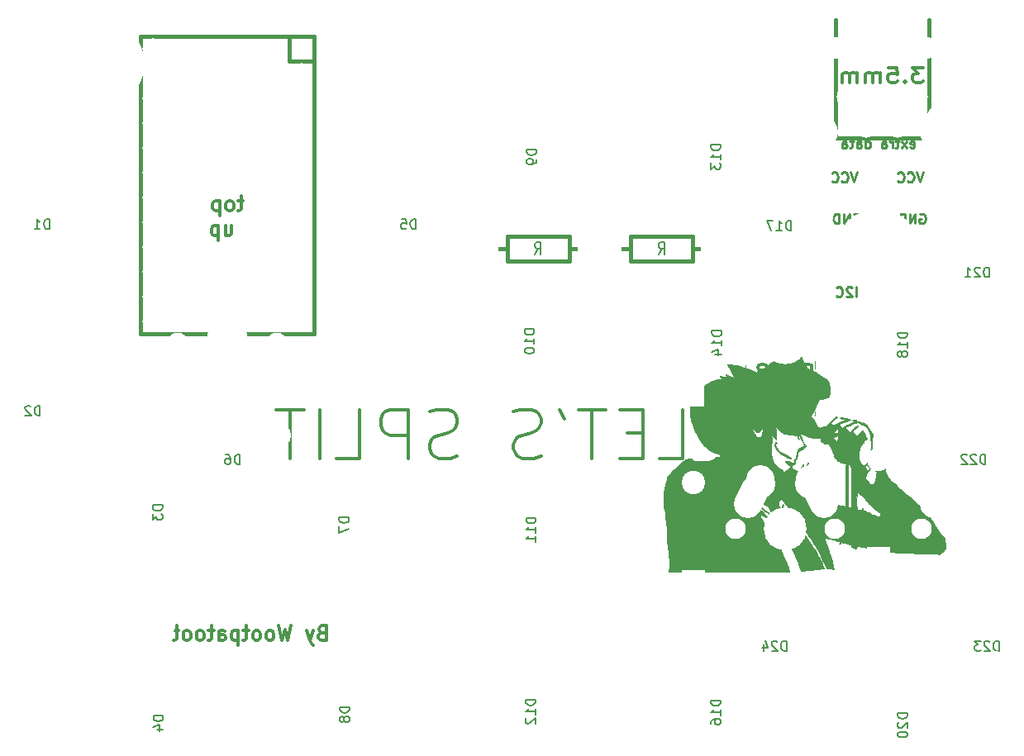
<source format=gbo>
G04 #@! TF.FileFunction,Legend,Bot*
%FSLAX46Y46*%
G04 Gerber Fmt 4.6, Leading zero omitted, Abs format (unit mm)*
G04 Created by KiCad (PCBNEW 4.0.6) date 11/03/17 07:40:39*
%MOMM*%
%LPD*%
G01*
G04 APERTURE LIST*
%ADD10C,0.100000*%
%ADD11C,0.300000*%
%ADD12C,0.250000*%
%ADD13C,0.010000*%
%ADD14C,0.381000*%
%ADD15C,0.150000*%
%ADD16C,0.304800*%
%ADD17C,0.203200*%
%ADD18C,0.457200*%
%ADD19C,2.398980*%
%ADD20R,2.398980X2.398980*%
%ADD21O,2.457400X2.152600*%
%ADD22C,2.152600*%
%ADD23C,1.390600*%
%ADD24C,2.051000*%
%ADD25C,2.900000*%
%ADD26C,4.387810*%
%ADD27C,2.101810*%
%ADD28R,2.152600X2.152600*%
%ADD29C,2.400000*%
%ADD30C,1.924000*%
%ADD31C,1.400000*%
%ADD32C,0.900000*%
%ADD33C,8.400000*%
G04 APERTURE END LIST*
D10*
D11*
X108845238Y-77761905D02*
X111226191Y-77761905D01*
X111226191Y-72761905D01*
X107178572Y-75142857D02*
X105511905Y-75142857D01*
X104797619Y-77761905D02*
X107178572Y-77761905D01*
X107178572Y-72761905D01*
X104797619Y-72761905D01*
X103369048Y-72761905D02*
X100511905Y-72761905D01*
X101940476Y-77761905D02*
X101940476Y-72761905D01*
X98607143Y-72761905D02*
X99083333Y-73714286D01*
X96702381Y-77523810D02*
X95988095Y-77761905D01*
X94797619Y-77761905D01*
X94321429Y-77523810D01*
X94083333Y-77285714D01*
X93845238Y-76809524D01*
X93845238Y-76333333D01*
X94083333Y-75857143D01*
X94321429Y-75619048D01*
X94797619Y-75380952D01*
X95750000Y-75142857D01*
X96226191Y-74904762D01*
X96464286Y-74666667D01*
X96702381Y-74190476D01*
X96702381Y-73714286D01*
X96464286Y-73238095D01*
X96226191Y-73000000D01*
X95750000Y-72761905D01*
X94559524Y-72761905D01*
X93845238Y-73000000D01*
X88130952Y-77523810D02*
X87416666Y-77761905D01*
X86226190Y-77761905D01*
X85750000Y-77523810D01*
X85511904Y-77285714D01*
X85273809Y-76809524D01*
X85273809Y-76333333D01*
X85511904Y-75857143D01*
X85750000Y-75619048D01*
X86226190Y-75380952D01*
X87178571Y-75142857D01*
X87654762Y-74904762D01*
X87892857Y-74666667D01*
X88130952Y-74190476D01*
X88130952Y-73714286D01*
X87892857Y-73238095D01*
X87654762Y-73000000D01*
X87178571Y-72761905D01*
X85988095Y-72761905D01*
X85273809Y-73000000D01*
X83130952Y-77761905D02*
X83130952Y-72761905D01*
X81226190Y-72761905D01*
X80749999Y-73000000D01*
X80511904Y-73238095D01*
X80273809Y-73714286D01*
X80273809Y-74428571D01*
X80511904Y-74904762D01*
X80749999Y-75142857D01*
X81226190Y-75380952D01*
X83130952Y-75380952D01*
X75749999Y-77761905D02*
X78130952Y-77761905D01*
X78130952Y-72761905D01*
X74083333Y-77761905D02*
X74083333Y-72761905D01*
X72416667Y-72761905D02*
X69559524Y-72761905D01*
X70988095Y-77761905D02*
X70988095Y-72761905D01*
X74250000Y-95642857D02*
X74035714Y-95714286D01*
X73964286Y-95785714D01*
X73892857Y-95928571D01*
X73892857Y-96142857D01*
X73964286Y-96285714D01*
X74035714Y-96357143D01*
X74178572Y-96428571D01*
X74750000Y-96428571D01*
X74750000Y-94928571D01*
X74250000Y-94928571D01*
X74107143Y-95000000D01*
X74035714Y-95071429D01*
X73964286Y-95214286D01*
X73964286Y-95357143D01*
X74035714Y-95500000D01*
X74107143Y-95571429D01*
X74250000Y-95642857D01*
X74750000Y-95642857D01*
X73392857Y-95428571D02*
X73035714Y-96428571D01*
X72678572Y-95428571D02*
X73035714Y-96428571D01*
X73178572Y-96785714D01*
X73250000Y-96857143D01*
X73392857Y-96928571D01*
X71107143Y-94928571D02*
X70750000Y-96428571D01*
X70464286Y-95357143D01*
X70178572Y-96428571D01*
X69821429Y-94928571D01*
X69035714Y-96428571D02*
X69178572Y-96357143D01*
X69250000Y-96285714D01*
X69321429Y-96142857D01*
X69321429Y-95714286D01*
X69250000Y-95571429D01*
X69178572Y-95500000D01*
X69035714Y-95428571D01*
X68821429Y-95428571D01*
X68678572Y-95500000D01*
X68607143Y-95571429D01*
X68535714Y-95714286D01*
X68535714Y-96142857D01*
X68607143Y-96285714D01*
X68678572Y-96357143D01*
X68821429Y-96428571D01*
X69035714Y-96428571D01*
X67678571Y-96428571D02*
X67821429Y-96357143D01*
X67892857Y-96285714D01*
X67964286Y-96142857D01*
X67964286Y-95714286D01*
X67892857Y-95571429D01*
X67821429Y-95500000D01*
X67678571Y-95428571D01*
X67464286Y-95428571D01*
X67321429Y-95500000D01*
X67250000Y-95571429D01*
X67178571Y-95714286D01*
X67178571Y-96142857D01*
X67250000Y-96285714D01*
X67321429Y-96357143D01*
X67464286Y-96428571D01*
X67678571Y-96428571D01*
X66750000Y-95428571D02*
X66178571Y-95428571D01*
X66535714Y-94928571D02*
X66535714Y-96214286D01*
X66464286Y-96357143D01*
X66321428Y-96428571D01*
X66178571Y-96428571D01*
X65678571Y-95428571D02*
X65678571Y-96928571D01*
X65678571Y-95500000D02*
X65535714Y-95428571D01*
X65250000Y-95428571D01*
X65107143Y-95500000D01*
X65035714Y-95571429D01*
X64964285Y-95714286D01*
X64964285Y-96142857D01*
X65035714Y-96285714D01*
X65107143Y-96357143D01*
X65250000Y-96428571D01*
X65535714Y-96428571D01*
X65678571Y-96357143D01*
X63678571Y-96428571D02*
X63678571Y-95642857D01*
X63750000Y-95500000D01*
X63892857Y-95428571D01*
X64178571Y-95428571D01*
X64321428Y-95500000D01*
X63678571Y-96357143D02*
X63821428Y-96428571D01*
X64178571Y-96428571D01*
X64321428Y-96357143D01*
X64392857Y-96214286D01*
X64392857Y-96071429D01*
X64321428Y-95928571D01*
X64178571Y-95857143D01*
X63821428Y-95857143D01*
X63678571Y-95785714D01*
X63178571Y-95428571D02*
X62607142Y-95428571D01*
X62964285Y-94928571D02*
X62964285Y-96214286D01*
X62892857Y-96357143D01*
X62749999Y-96428571D01*
X62607142Y-96428571D01*
X61892856Y-96428571D02*
X62035714Y-96357143D01*
X62107142Y-96285714D01*
X62178571Y-96142857D01*
X62178571Y-95714286D01*
X62107142Y-95571429D01*
X62035714Y-95500000D01*
X61892856Y-95428571D01*
X61678571Y-95428571D01*
X61535714Y-95500000D01*
X61464285Y-95571429D01*
X61392856Y-95714286D01*
X61392856Y-96142857D01*
X61464285Y-96285714D01*
X61535714Y-96357143D01*
X61678571Y-96428571D01*
X61892856Y-96428571D01*
X60535713Y-96428571D02*
X60678571Y-96357143D01*
X60749999Y-96285714D01*
X60821428Y-96142857D01*
X60821428Y-95714286D01*
X60749999Y-95571429D01*
X60678571Y-95500000D01*
X60535713Y-95428571D01*
X60321428Y-95428571D01*
X60178571Y-95500000D01*
X60107142Y-95571429D01*
X60035713Y-95714286D01*
X60035713Y-96142857D01*
X60107142Y-96285714D01*
X60178571Y-96357143D01*
X60321428Y-96428571D01*
X60535713Y-96428571D01*
X59607142Y-95428571D02*
X59035713Y-95428571D01*
X59392856Y-94928571D02*
X59392856Y-96214286D01*
X59321428Y-96357143D01*
X59178570Y-96428571D01*
X59035713Y-96428571D01*
X66214286Y-51403571D02*
X65642857Y-51403571D01*
X66000000Y-50903571D02*
X66000000Y-52189286D01*
X65928572Y-52332143D01*
X65785714Y-52403571D01*
X65642857Y-52403571D01*
X64928571Y-52403571D02*
X65071429Y-52332143D01*
X65142857Y-52260714D01*
X65214286Y-52117857D01*
X65214286Y-51689286D01*
X65142857Y-51546429D01*
X65071429Y-51475000D01*
X64928571Y-51403571D01*
X64714286Y-51403571D01*
X64571429Y-51475000D01*
X64500000Y-51546429D01*
X64428571Y-51689286D01*
X64428571Y-52117857D01*
X64500000Y-52260714D01*
X64571429Y-52332143D01*
X64714286Y-52403571D01*
X64928571Y-52403571D01*
X63785714Y-51403571D02*
X63785714Y-52903571D01*
X63785714Y-51475000D02*
X63642857Y-51403571D01*
X63357143Y-51403571D01*
X63214286Y-51475000D01*
X63142857Y-51546429D01*
X63071428Y-51689286D01*
X63071428Y-52117857D01*
X63142857Y-52260714D01*
X63214286Y-52332143D01*
X63357143Y-52403571D01*
X63642857Y-52403571D01*
X63785714Y-52332143D01*
X64357143Y-53953571D02*
X64357143Y-54953571D01*
X65000000Y-53953571D02*
X65000000Y-54739286D01*
X64928572Y-54882143D01*
X64785714Y-54953571D01*
X64571429Y-54953571D01*
X64428572Y-54882143D01*
X64357143Y-54810714D01*
X63642857Y-53953571D02*
X63642857Y-55453571D01*
X63642857Y-54025000D02*
X63500000Y-53953571D01*
X63214286Y-53953571D01*
X63071429Y-54025000D01*
X63000000Y-54096429D01*
X62928571Y-54239286D01*
X62928571Y-54667857D01*
X63000000Y-54810714D01*
X63071429Y-54882143D01*
X63214286Y-54953571D01*
X63500000Y-54953571D01*
X63642857Y-54882143D01*
D12*
X128976190Y-61202381D02*
X128976190Y-60202381D01*
X128547619Y-60297619D02*
X128500000Y-60250000D01*
X128404762Y-60202381D01*
X128166666Y-60202381D01*
X128071428Y-60250000D01*
X128023809Y-60297619D01*
X127976190Y-60392857D01*
X127976190Y-60488095D01*
X128023809Y-60630952D01*
X128595238Y-61202381D01*
X127976190Y-61202381D01*
X126976190Y-61107143D02*
X127023809Y-61154762D01*
X127166666Y-61202381D01*
X127261904Y-61202381D01*
X127404762Y-61154762D01*
X127500000Y-61059524D01*
X127547619Y-60964286D01*
X127595238Y-60773810D01*
X127595238Y-60630952D01*
X127547619Y-60440476D01*
X127500000Y-60345238D01*
X127404762Y-60250000D01*
X127261904Y-60202381D01*
X127166666Y-60202381D01*
X127023809Y-60250000D01*
X126976190Y-60297619D01*
X134535715Y-45904762D02*
X134630953Y-45952381D01*
X134821430Y-45952381D01*
X134916668Y-45904762D01*
X134964287Y-45809524D01*
X134964287Y-45428571D01*
X134916668Y-45333333D01*
X134821430Y-45285714D01*
X134630953Y-45285714D01*
X134535715Y-45333333D01*
X134488096Y-45428571D01*
X134488096Y-45523810D01*
X134964287Y-45619048D01*
X134154763Y-45952381D02*
X133630953Y-45285714D01*
X134154763Y-45285714D02*
X133630953Y-45952381D01*
X133392858Y-45285714D02*
X133011906Y-45285714D01*
X133250001Y-44952381D02*
X133250001Y-45809524D01*
X133202382Y-45904762D01*
X133107144Y-45952381D01*
X133011906Y-45952381D01*
X132678572Y-45952381D02*
X132678572Y-45285714D01*
X132678572Y-45476190D02*
X132630953Y-45380952D01*
X132583334Y-45333333D01*
X132488096Y-45285714D01*
X132392857Y-45285714D01*
X131630952Y-45952381D02*
X131630952Y-45428571D01*
X131678571Y-45333333D01*
X131773809Y-45285714D01*
X131964286Y-45285714D01*
X132059524Y-45333333D01*
X131630952Y-45904762D02*
X131726190Y-45952381D01*
X131964286Y-45952381D01*
X132059524Y-45904762D01*
X132107143Y-45809524D01*
X132107143Y-45714286D01*
X132059524Y-45619048D01*
X131964286Y-45571429D01*
X131726190Y-45571429D01*
X131630952Y-45523810D01*
X129964285Y-45952381D02*
X129964285Y-44952381D01*
X129964285Y-45904762D02*
X130059523Y-45952381D01*
X130250000Y-45952381D01*
X130345238Y-45904762D01*
X130392857Y-45857143D01*
X130440476Y-45761905D01*
X130440476Y-45476190D01*
X130392857Y-45380952D01*
X130345238Y-45333333D01*
X130250000Y-45285714D01*
X130059523Y-45285714D01*
X129964285Y-45333333D01*
X129059523Y-45952381D02*
X129059523Y-45428571D01*
X129107142Y-45333333D01*
X129202380Y-45285714D01*
X129392857Y-45285714D01*
X129488095Y-45333333D01*
X129059523Y-45904762D02*
X129154761Y-45952381D01*
X129392857Y-45952381D01*
X129488095Y-45904762D01*
X129535714Y-45809524D01*
X129535714Y-45714286D01*
X129488095Y-45619048D01*
X129392857Y-45571429D01*
X129154761Y-45571429D01*
X129059523Y-45523810D01*
X128726190Y-45285714D02*
X128345238Y-45285714D01*
X128583333Y-44952381D02*
X128583333Y-45809524D01*
X128535714Y-45904762D01*
X128440476Y-45952381D01*
X128345238Y-45952381D01*
X127583332Y-45952381D02*
X127583332Y-45428571D01*
X127630951Y-45333333D01*
X127726189Y-45285714D01*
X127916666Y-45285714D01*
X128011904Y-45333333D01*
X127583332Y-45904762D02*
X127678570Y-45952381D01*
X127916666Y-45952381D01*
X128011904Y-45904762D01*
X128059523Y-45809524D01*
X128059523Y-45714286D01*
X128011904Y-45619048D01*
X127916666Y-45571429D01*
X127678570Y-45571429D01*
X127583332Y-45523810D01*
X128761904Y-52750000D02*
X128857142Y-52702381D01*
X128999999Y-52702381D01*
X129142857Y-52750000D01*
X129238095Y-52845238D01*
X129285714Y-52940476D01*
X129333333Y-53130952D01*
X129333333Y-53273810D01*
X129285714Y-53464286D01*
X129238095Y-53559524D01*
X129142857Y-53654762D01*
X128999999Y-53702381D01*
X128904761Y-53702381D01*
X128761904Y-53654762D01*
X128714285Y-53607143D01*
X128714285Y-53273810D01*
X128904761Y-53273810D01*
X128285714Y-53702381D02*
X128285714Y-52702381D01*
X127714285Y-53702381D01*
X127714285Y-52702381D01*
X127238095Y-53702381D02*
X127238095Y-52702381D01*
X127000000Y-52702381D01*
X126857142Y-52750000D01*
X126761904Y-52845238D01*
X126714285Y-52940476D01*
X126666666Y-53130952D01*
X126666666Y-53273810D01*
X126714285Y-53464286D01*
X126761904Y-53559524D01*
X126857142Y-53654762D01*
X127000000Y-53702381D01*
X127238095Y-53702381D01*
X129083333Y-48452381D02*
X128750000Y-49452381D01*
X128416666Y-48452381D01*
X127511904Y-49357143D02*
X127559523Y-49404762D01*
X127702380Y-49452381D01*
X127797618Y-49452381D01*
X127940476Y-49404762D01*
X128035714Y-49309524D01*
X128083333Y-49214286D01*
X128130952Y-49023810D01*
X128130952Y-48880952D01*
X128083333Y-48690476D01*
X128035714Y-48595238D01*
X127940476Y-48500000D01*
X127797618Y-48452381D01*
X127702380Y-48452381D01*
X127559523Y-48500000D01*
X127511904Y-48547619D01*
X126511904Y-49357143D02*
X126559523Y-49404762D01*
X126702380Y-49452381D01*
X126797618Y-49452381D01*
X126940476Y-49404762D01*
X127035714Y-49309524D01*
X127083333Y-49214286D01*
X127130952Y-49023810D01*
X127130952Y-48880952D01*
X127083333Y-48690476D01*
X127035714Y-48595238D01*
X126940476Y-48500000D01*
X126797618Y-48452381D01*
X126702380Y-48452381D01*
X126559523Y-48500000D01*
X126511904Y-48547619D01*
X135833333Y-48452381D02*
X135500000Y-49452381D01*
X135166666Y-48452381D01*
X134261904Y-49357143D02*
X134309523Y-49404762D01*
X134452380Y-49452381D01*
X134547618Y-49452381D01*
X134690476Y-49404762D01*
X134785714Y-49309524D01*
X134833333Y-49214286D01*
X134880952Y-49023810D01*
X134880952Y-48880952D01*
X134833333Y-48690476D01*
X134785714Y-48595238D01*
X134690476Y-48500000D01*
X134547618Y-48452381D01*
X134452380Y-48452381D01*
X134309523Y-48500000D01*
X134261904Y-48547619D01*
X133261904Y-49357143D02*
X133309523Y-49404762D01*
X133452380Y-49452381D01*
X133547618Y-49452381D01*
X133690476Y-49404762D01*
X133785714Y-49309524D01*
X133833333Y-49214286D01*
X133880952Y-49023810D01*
X133880952Y-48880952D01*
X133833333Y-48690476D01*
X133785714Y-48595238D01*
X133690476Y-48500000D01*
X133547618Y-48452381D01*
X133452380Y-48452381D01*
X133309523Y-48500000D01*
X133261904Y-48547619D01*
X135511904Y-52750000D02*
X135607142Y-52702381D01*
X135749999Y-52702381D01*
X135892857Y-52750000D01*
X135988095Y-52845238D01*
X136035714Y-52940476D01*
X136083333Y-53130952D01*
X136083333Y-53273810D01*
X136035714Y-53464286D01*
X135988095Y-53559524D01*
X135892857Y-53654762D01*
X135749999Y-53702381D01*
X135654761Y-53702381D01*
X135511904Y-53654762D01*
X135464285Y-53607143D01*
X135464285Y-53273810D01*
X135654761Y-53273810D01*
X135035714Y-53702381D02*
X135035714Y-52702381D01*
X134464285Y-53702381D01*
X134464285Y-52702381D01*
X133988095Y-53702381D02*
X133988095Y-52702381D01*
X133750000Y-52702381D01*
X133607142Y-52750000D01*
X133511904Y-52845238D01*
X133464285Y-52940476D01*
X133416666Y-53130952D01*
X133416666Y-53273810D01*
X133464285Y-53464286D01*
X133511904Y-53559524D01*
X133607142Y-53654762D01*
X133750000Y-53702381D01*
X133988095Y-53702381D01*
D13*
G36*
X122294901Y-66569754D02*
X122136107Y-66573884D01*
X121992855Y-66581281D01*
X121878300Y-66591839D01*
X121805596Y-66605455D01*
X121793692Y-66610237D01*
X121679086Y-66678529D01*
X121585470Y-66753944D01*
X121497879Y-66851481D01*
X121401350Y-66986139D01*
X121367500Y-67037413D01*
X121227016Y-67236948D01*
X121083678Y-67402780D01*
X120922356Y-67548959D01*
X120727917Y-67689534D01*
X120538090Y-67807558D01*
X120406322Y-67886399D01*
X120295307Y-67954319D01*
X120216056Y-68004476D01*
X120179576Y-68030026D01*
X120178750Y-68030905D01*
X120146943Y-68058107D01*
X120077704Y-68111459D01*
X119985193Y-68180087D01*
X119972375Y-68189433D01*
X119853075Y-68278598D01*
X119703927Y-68393550D01*
X119539086Y-68523023D01*
X119372707Y-68655754D01*
X119218941Y-68780479D01*
X119091943Y-68885932D01*
X119027471Y-68941438D01*
X118908066Y-69046953D01*
X118694096Y-68940444D01*
X118577391Y-68885488D01*
X118422520Y-68816912D01*
X118250587Y-68743882D01*
X118099125Y-68682089D01*
X117951259Y-68621631D01*
X117822289Y-68566063D01*
X117725190Y-68521173D01*
X117672936Y-68492747D01*
X117670500Y-68490889D01*
X117613172Y-68464148D01*
X117585081Y-68465282D01*
X117532243Y-68465653D01*
X117448650Y-68449330D01*
X117426331Y-68443106D01*
X117076117Y-68345296D01*
X116745140Y-68264975D01*
X116443986Y-68204353D01*
X116183245Y-68165640D01*
X116036146Y-68153044D01*
X115916782Y-68149270D01*
X115847093Y-68154824D01*
X115813643Y-68172017D01*
X115804449Y-68192939D01*
X115817259Y-68233509D01*
X115858123Y-68318620D01*
X115921639Y-68438839D01*
X116002404Y-68584737D01*
X116095017Y-68746883D01*
X116194076Y-68915844D01*
X116294176Y-69082190D01*
X116389918Y-69236491D01*
X116475897Y-69369315D01*
X116492236Y-69393640D01*
X116542833Y-69476291D01*
X116570852Y-69538033D01*
X116572585Y-69558609D01*
X116538558Y-69559212D01*
X116467138Y-69534854D01*
X116407626Y-69507474D01*
X116280679Y-69449530D01*
X116142242Y-69394582D01*
X116098875Y-69379400D01*
X115978792Y-69334479D01*
X115840586Y-69275645D01*
X115757563Y-69236742D01*
X115646732Y-69189621D01*
X115585863Y-69180120D01*
X115576592Y-69206148D01*
X115620556Y-69265615D01*
X115686125Y-69327990D01*
X115764634Y-69402040D01*
X115791906Y-69443416D01*
X115768700Y-69455897D01*
X115709938Y-69446628D01*
X115570286Y-69417888D01*
X115423449Y-69393055D01*
X115283850Y-69373906D01*
X115165915Y-69362217D01*
X115084065Y-69359765D01*
X115054059Y-69365831D01*
X115047689Y-69406893D01*
X115078265Y-69455701D01*
X115127862Y-69488047D01*
X115146746Y-69491000D01*
X115198973Y-69509631D01*
X115260116Y-69550233D01*
X115292684Y-69578467D01*
X115299765Y-69597003D01*
X115272307Y-69609334D01*
X115201256Y-69618950D01*
X115077558Y-69629345D01*
X115049321Y-69631543D01*
X114751514Y-69669210D01*
X114482737Y-69732054D01*
X114254896Y-69816761D01*
X114122926Y-69889397D01*
X114033098Y-69946600D01*
X113964922Y-69986257D01*
X113935865Y-69999000D01*
X113901928Y-70014951D01*
X113826756Y-70058029D01*
X113722555Y-70121065D01*
X113636213Y-70174910D01*
X113475910Y-70285630D01*
X113312309Y-70419471D01*
X113133072Y-70587066D01*
X112991090Y-70730787D01*
X112780257Y-70959590D01*
X112612444Y-71166520D01*
X112478068Y-71365270D01*
X112367543Y-71569531D01*
X112303222Y-71713500D01*
X112257104Y-71816612D01*
X112214030Y-71900111D01*
X112190984Y-71935750D01*
X112159391Y-71997346D01*
X112132249Y-72088197D01*
X112128439Y-72106911D01*
X112102118Y-72210638D01*
X112061247Y-72334170D01*
X112038607Y-72392661D01*
X111997398Y-72542733D01*
X111973793Y-72739437D01*
X111966804Y-72968686D01*
X111975446Y-73216393D01*
X111998733Y-73468473D01*
X112035679Y-73710838D01*
X112085296Y-73929403D01*
X112146601Y-74110080D01*
X112161096Y-74142375D01*
X112192571Y-74217694D01*
X112235330Y-74331596D01*
X112281229Y-74462208D01*
X112291144Y-74491625D01*
X112424698Y-74840682D01*
X112594131Y-75203294D01*
X112790798Y-75564835D01*
X113006054Y-75910678D01*
X113231254Y-76226198D01*
X113457753Y-76496768D01*
X113507311Y-76549234D01*
X113654016Y-76684774D01*
X113832409Y-76825722D01*
X114020231Y-76955916D01*
X114195225Y-77059196D01*
X114241500Y-77082329D01*
X114323587Y-77116712D01*
X114444115Y-77161851D01*
X114580921Y-77209542D01*
X114622500Y-77223342D01*
X114758200Y-77267855D01*
X114883126Y-77308953D01*
X114975939Y-77339612D01*
X114995563Y-77346135D01*
X115071987Y-77381137D01*
X115092789Y-77423293D01*
X115058742Y-77482843D01*
X115009701Y-77533684D01*
X114938051Y-77588790D01*
X114857113Y-77613877D01*
X114761015Y-77619000D01*
X114660543Y-77623680D01*
X114595097Y-77646592D01*
X114536392Y-77701042D01*
X114504336Y-77739755D01*
X114373264Y-77856330D01*
X114268835Y-77904224D01*
X114176928Y-77936477D01*
X114108966Y-77966076D01*
X114094330Y-77974834D01*
X114037486Y-77993822D01*
X113927993Y-78010332D01*
X113776669Y-78023929D01*
X113594332Y-78034178D01*
X113391800Y-78040646D01*
X113179890Y-78042896D01*
X112969422Y-78040495D01*
X112771212Y-78033007D01*
X112720850Y-78030034D01*
X112547856Y-78018206D01*
X112395943Y-78006502D01*
X112277019Y-77995942D01*
X112202992Y-77987545D01*
X112185688Y-77984203D01*
X112157600Y-77945907D01*
X112148401Y-77888875D01*
X111923750Y-77888875D01*
X111907875Y-77904750D01*
X111892000Y-77888875D01*
X111907875Y-77873000D01*
X111923750Y-77888875D01*
X112148401Y-77888875D01*
X112146000Y-77873996D01*
X112146000Y-77777750D01*
X111939625Y-77777750D01*
X111823867Y-77780929D01*
X111759527Y-77792290D01*
X111734762Y-77814566D01*
X111733250Y-77825375D01*
X111705675Y-77863694D01*
X111654340Y-77873000D01*
X111549863Y-77894918D01*
X111419329Y-77953973D01*
X111279172Y-78040117D01*
X111145828Y-78143300D01*
X111039699Y-78248806D01*
X110914767Y-78387279D01*
X110774423Y-78530804D01*
X110627209Y-78671901D01*
X110481665Y-78803091D01*
X110346332Y-78916892D01*
X110229751Y-79005824D01*
X110140461Y-79062406D01*
X110091272Y-79079500D01*
X110063013Y-79107017D01*
X110039638Y-79173626D01*
X110038839Y-79177496D01*
X110005926Y-79254720D01*
X109942626Y-79346611D01*
X109863321Y-79437347D01*
X109782395Y-79511108D01*
X109714234Y-79552073D01*
X109694944Y-79555750D01*
X109657820Y-79568397D01*
X109640731Y-79616526D01*
X109637084Y-79690687D01*
X109627261Y-79784514D01*
X109601750Y-79914396D01*
X109565482Y-80056329D01*
X109553906Y-80095500D01*
X109508275Y-80253905D01*
X109463851Y-80423372D01*
X109429321Y-80570556D01*
X109425742Y-80587625D01*
X109394130Y-80725379D01*
X109357575Y-80861327D01*
X109328520Y-80952750D01*
X109311237Y-81013419D01*
X109297426Y-81094375D01*
X109286531Y-81203668D01*
X109277995Y-81349350D01*
X109271260Y-81539473D01*
X109265769Y-81782090D01*
X109263957Y-81885838D01*
X109260303Y-82152550D01*
X109259698Y-82365842D01*
X109263036Y-82535759D01*
X109271212Y-82672344D01*
X109285119Y-82785642D01*
X109305651Y-82885696D01*
X109333704Y-82982550D01*
X109370170Y-83086250D01*
X109371035Y-83088580D01*
X109395291Y-83196790D01*
X109410238Y-83363587D01*
X109415496Y-83584686D01*
X109415500Y-83591781D01*
X109419255Y-83798176D01*
X109430943Y-83948202D01*
X109451201Y-84048570D01*
X109461389Y-84075326D01*
X109495801Y-84166395D01*
X109523042Y-84277879D01*
X109543783Y-84417189D01*
X109558695Y-84591735D01*
X109568449Y-84808924D01*
X109573714Y-85076166D01*
X109575147Y-85332143D01*
X109576161Y-85592187D01*
X109579117Y-85802142D01*
X109584882Y-85975412D01*
X109594326Y-86125400D01*
X109608317Y-86265509D01*
X109627723Y-86409141D01*
X109653414Y-86569699D01*
X109656561Y-86588375D01*
X109689739Y-86803512D01*
X109721539Y-87043118D01*
X109748473Y-87278841D01*
X109767053Y-87482330D01*
X109767852Y-87493250D01*
X109781955Y-87666187D01*
X109798285Y-87829464D01*
X109814921Y-87965813D01*
X109829941Y-88057966D01*
X109831432Y-88064750D01*
X109851490Y-88177074D01*
X109867678Y-88314735D01*
X109879393Y-88463450D01*
X109886028Y-88608940D01*
X109886978Y-88736924D01*
X109881638Y-88833121D01*
X109869401Y-88883251D01*
X109866271Y-88886374D01*
X109847422Y-88926258D01*
X109828466Y-89013052D01*
X109812737Y-89130262D01*
X109809127Y-89169122D01*
X109787371Y-89430000D01*
X115983186Y-89430000D01*
X116605474Y-89429888D01*
X117210609Y-89429561D01*
X117795547Y-89429030D01*
X118357245Y-89428304D01*
X118892660Y-89427396D01*
X119398750Y-89426316D01*
X119872472Y-89425074D01*
X120310782Y-89423682D01*
X120710638Y-89422150D01*
X121068997Y-89420489D01*
X121382816Y-89418711D01*
X121649053Y-89416826D01*
X121864664Y-89414844D01*
X122026606Y-89412777D01*
X122131837Y-89410636D01*
X122177313Y-89408430D01*
X122179000Y-89407913D01*
X122167300Y-89361215D01*
X122134616Y-89265175D01*
X122084570Y-89128987D01*
X122020786Y-88961848D01*
X121946887Y-88772952D01*
X121866498Y-88571495D01*
X121783240Y-88366673D01*
X121700739Y-88167681D01*
X121622616Y-87983715D01*
X121572924Y-87869814D01*
X121495606Y-87694433D01*
X121427936Y-87539737D01*
X121373829Y-87414772D01*
X121337197Y-87328587D01*
X121321957Y-87290229D01*
X121321750Y-87289240D01*
X121306304Y-87248700D01*
X121262870Y-87161211D01*
X121195808Y-87034467D01*
X121109479Y-86876163D01*
X121008242Y-86693993D01*
X120896456Y-86495652D01*
X120778482Y-86288834D01*
X120658679Y-86081234D01*
X120541407Y-85880546D01*
X120431026Y-85694465D01*
X120331895Y-85530686D01*
X120259019Y-85413625D01*
X120111197Y-85181705D01*
X119951198Y-84932679D01*
X119785984Y-84677225D01*
X119622520Y-84426022D01*
X119467766Y-84189748D01*
X119328685Y-83979081D01*
X119212240Y-83804702D01*
X119153925Y-83718701D01*
X119065412Y-83586712D01*
X118993224Y-83474008D01*
X118943435Y-83390473D01*
X118922117Y-83345991D01*
X118922244Y-83341672D01*
X118954635Y-83349510D01*
X119023751Y-83385367D01*
X119105863Y-83435889D01*
X119363824Y-83603419D01*
X119587793Y-83746644D01*
X119774194Y-83863362D01*
X119919446Y-83951370D01*
X120019974Y-84008466D01*
X120072197Y-84032448D01*
X120076122Y-84033076D01*
X120111962Y-84047971D01*
X120190114Y-84087688D01*
X120297751Y-84145551D01*
X120382016Y-84192290D01*
X120501051Y-84257070D01*
X120598280Y-84306160D01*
X120661452Y-84333600D01*
X120678883Y-84336701D01*
X120684503Y-84316119D01*
X120663532Y-84284849D01*
X120609902Y-84237918D01*
X120517549Y-84170355D01*
X120380405Y-84077187D01*
X120286416Y-84015024D01*
X120085006Y-83880943D01*
X119927594Y-83771239D01*
X119803934Y-83677280D01*
X119703780Y-83590432D01*
X119616883Y-83502062D01*
X119532999Y-83403538D01*
X119478773Y-83334559D01*
X119408630Y-83245949D01*
X119347068Y-83172287D01*
X119320373Y-83142931D01*
X119272364Y-83088238D01*
X119207327Y-83006952D01*
X119177498Y-82967773D01*
X119108906Y-82878742D01*
X119046009Y-82801406D01*
X119026426Y-82778863D01*
X118993854Y-82727564D01*
X119003702Y-82704391D01*
X119041892Y-82718393D01*
X119114664Y-82765542D01*
X119208953Y-82837010D01*
X119251151Y-82871588D01*
X119385722Y-82980318D01*
X119539454Y-83098018D01*
X119703281Y-83218450D01*
X119868142Y-83335380D01*
X120024972Y-83442570D01*
X120164707Y-83533785D01*
X120278286Y-83602789D01*
X120356643Y-83643345D01*
X120384666Y-83651500D01*
X120397904Y-83634157D01*
X120368123Y-83587875D01*
X120303506Y-83521269D01*
X120212235Y-83442957D01*
X120122770Y-83375715D01*
X119858799Y-83185471D01*
X119616655Y-83004272D01*
X119400907Y-82835960D01*
X119216128Y-82684375D01*
X119066889Y-82553360D01*
X118957760Y-82446756D01*
X118893314Y-82368405D01*
X118877000Y-82328842D01*
X118882442Y-82297998D01*
X118908075Y-82289316D01*
X118967865Y-82302903D01*
X119050564Y-82330185D01*
X119157154Y-82361485D01*
X119288798Y-82393185D01*
X119363264Y-82408319D01*
X119516515Y-82454404D01*
X119677230Y-82531791D01*
X119826720Y-82628798D01*
X119946296Y-82733743D01*
X120004125Y-82808934D01*
X120041892Y-82872043D01*
X120106125Y-82977545D01*
X120189758Y-83113909D01*
X120285724Y-83269604D01*
X120358926Y-83387904D01*
X120478933Y-83585444D01*
X120609149Y-83806312D01*
X120736296Y-84027594D01*
X120847097Y-84226375D01*
X120879616Y-84286500D01*
X120986840Y-84484344D01*
X121110208Y-84708030D01*
X121234624Y-84930385D01*
X121344993Y-85124242D01*
X121347087Y-85127875D01*
X121452291Y-85310607D01*
X121566453Y-85509468D01*
X121676335Y-85701366D01*
X121768698Y-85863209D01*
X121774838Y-85874000D01*
X121865238Y-86032321D01*
X121959749Y-86196899D01*
X122045383Y-86345160D01*
X122094539Y-86429625D01*
X122249022Y-86709663D01*
X122413478Y-87036120D01*
X122581471Y-87394070D01*
X122746568Y-87768587D01*
X122902334Y-88144747D01*
X123042334Y-88507624D01*
X123160133Y-88842293D01*
X123227934Y-89058583D01*
X123300478Y-89306291D01*
X123462052Y-89288125D01*
X123541824Y-89279773D01*
X123672815Y-89266770D01*
X123843009Y-89250277D01*
X124040392Y-89231455D01*
X124252949Y-89211465D01*
X124321158Y-89205109D01*
X124538524Y-89183644D01*
X124746777Y-89160772D01*
X124933279Y-89138056D01*
X125085396Y-89117060D01*
X125190490Y-89099349D01*
X125210158Y-89095099D01*
X125339979Y-89069841D01*
X125468779Y-89053240D01*
X125536563Y-89049469D01*
X125618995Y-89043691D01*
X125666733Y-89029716D01*
X125671500Y-89022811D01*
X125657883Y-88955344D01*
X125619743Y-88841118D01*
X125561146Y-88690073D01*
X125486159Y-88512147D01*
X125398849Y-88317282D01*
X125303282Y-88115417D01*
X125284964Y-88077981D01*
X125184559Y-87886784D01*
X125053335Y-87656543D01*
X124897727Y-87397071D01*
X124724172Y-87118179D01*
X124539109Y-86829679D01*
X124348974Y-86541382D01*
X124160205Y-86263099D01*
X123979239Y-86004642D01*
X123812513Y-85775823D01*
X123666464Y-85586453D01*
X123588984Y-85493000D01*
X123420060Y-85296820D01*
X123284220Y-85138163D01*
X123172784Y-85006719D01*
X123077072Y-84892177D01*
X122988401Y-84784228D01*
X122898091Y-84672562D01*
X122896370Y-84670421D01*
X122747337Y-84488897D01*
X122583208Y-84296955D01*
X122397184Y-84086974D01*
X122182463Y-83851331D01*
X121932244Y-83582403D01*
X121804222Y-83446345D01*
X121652976Y-83283502D01*
X121543671Y-83159412D01*
X121472300Y-83068998D01*
X121434856Y-83007184D01*
X121427332Y-82968892D01*
X121427336Y-82968875D01*
X121442907Y-82904672D01*
X121469007Y-82804011D01*
X121492486Y-82716396D01*
X121520437Y-82588222D01*
X121520890Y-82512012D01*
X121512713Y-82496262D01*
X121484360Y-82478158D01*
X121460526Y-82493887D01*
X121436570Y-82552034D01*
X121407850Y-82661182D01*
X121396026Y-82712090D01*
X121367594Y-82817147D01*
X121338743Y-82892236D01*
X121315677Y-82921247D01*
X121315503Y-82921250D01*
X121276670Y-82899548D01*
X121214138Y-82844219D01*
X121175220Y-82803920D01*
X121124337Y-82745789D01*
X121092794Y-82695385D01*
X121076033Y-82635388D01*
X121069497Y-82548478D01*
X121068878Y-82455265D01*
X120970269Y-82455265D01*
X120962029Y-82520200D01*
X120927904Y-82535807D01*
X120920341Y-82534640D01*
X120859720Y-82500519D01*
X120835321Y-82472189D01*
X120822275Y-82416171D01*
X120855731Y-82366734D01*
X120898687Y-82310095D01*
X120911232Y-82276044D01*
X120919497Y-82259480D01*
X120935178Y-82287866D01*
X120952612Y-82344014D01*
X120966139Y-82410736D01*
X120970269Y-82455265D01*
X121068878Y-82455265D01*
X121068626Y-82417333D01*
X121068681Y-82399108D01*
X121070340Y-82260872D01*
X121073182Y-82221886D01*
X118713755Y-82221886D01*
X118706387Y-82280871D01*
X118652981Y-82375652D01*
X118583110Y-82468736D01*
X118514447Y-82552399D01*
X118463417Y-82612235D01*
X118440959Y-82635420D01*
X118440911Y-82635424D01*
X118421457Y-82610723D01*
X118374080Y-82543462D01*
X118305956Y-82443997D01*
X118226599Y-82326179D01*
X118145122Y-82201093D01*
X118078759Y-82093028D01*
X118034621Y-82013994D01*
X118019750Y-81976929D01*
X118039117Y-81940434D01*
X118088925Y-81947537D01*
X118156735Y-81995004D01*
X118180805Y-82018828D01*
X118260341Y-82079231D01*
X118345090Y-82087826D01*
X118408090Y-82085491D01*
X118432500Y-82097396D01*
X118459052Y-82123492D01*
X118522654Y-82156396D01*
X118599230Y-82185725D01*
X118664701Y-82201097D01*
X118674101Y-82201583D01*
X118713755Y-82221886D01*
X121073182Y-82221886D01*
X121076592Y-82175125D01*
X119067500Y-82175125D01*
X119051625Y-82191000D01*
X119035750Y-82175125D01*
X119051625Y-82159250D01*
X119067500Y-82175125D01*
X121076592Y-82175125D01*
X121077033Y-82169090D01*
X121092955Y-82106718D01*
X121122302Y-82056716D01*
X121165408Y-82006283D01*
X121229384Y-81944907D01*
X121266195Y-81921125D01*
X120496250Y-81921125D01*
X120480375Y-81937000D01*
X120464500Y-81921125D01*
X120480375Y-81905250D01*
X120496250Y-81921125D01*
X121266195Y-81921125D01*
X121279312Y-81912651D01*
X121292022Y-81911215D01*
X121321648Y-81938665D01*
X121382308Y-82007222D01*
X121466247Y-82107719D01*
X121565707Y-82230989D01*
X121609522Y-82286431D01*
X121738065Y-82450073D01*
X121888919Y-82642127D01*
X122045174Y-82841067D01*
X122189921Y-83025365D01*
X122220164Y-83063873D01*
X122361832Y-83247239D01*
X122519754Y-83456479D01*
X122676310Y-83667974D01*
X122813878Y-83858106D01*
X122836065Y-83889373D01*
X122966003Y-84073114D01*
X123111655Y-84278946D01*
X123256318Y-84483273D01*
X123383291Y-84662498D01*
X123398088Y-84683375D01*
X123517581Y-84852824D01*
X123646011Y-85036405D01*
X123768346Y-85212553D01*
X123869556Y-85359698D01*
X123873855Y-85366000D01*
X123965175Y-85499873D01*
X124080333Y-85668626D01*
X124207347Y-85854704D01*
X124334235Y-86040554D01*
X124393951Y-86128000D01*
X124632367Y-86482684D01*
X124837694Y-86802024D01*
X125017261Y-87099647D01*
X125178401Y-87389181D01*
X125328442Y-87684257D01*
X125474716Y-87998503D01*
X125624554Y-88345547D01*
X125746677Y-88642973D01*
X125909625Y-89046572D01*
X126157222Y-89047786D01*
X126326748Y-89055927D01*
X126454873Y-89080776D01*
X126536248Y-89112500D01*
X126617260Y-89150345D01*
X126671073Y-89173067D01*
X126681194Y-89176000D01*
X126686736Y-89146944D01*
X126678503Y-89066680D01*
X126658282Y-88945561D01*
X126627864Y-88793942D01*
X126589038Y-88622177D01*
X126576534Y-88570373D01*
X126515668Y-88340561D01*
X126435531Y-88066948D01*
X126340764Y-87764559D01*
X126236005Y-87448421D01*
X126180272Y-87286875D01*
X126130100Y-87140948D01*
X126080270Y-86991902D01*
X126040704Y-86869461D01*
X126037205Y-86858250D01*
X126004666Y-86759486D01*
X125956233Y-86619939D01*
X125898467Y-86458221D01*
X125838372Y-86294145D01*
X125785550Y-86148515D01*
X125743360Y-86025663D01*
X125715556Y-85937030D01*
X125705892Y-85894059D01*
X125706439Y-85891977D01*
X125743693Y-85892138D01*
X125831989Y-85907783D01*
X125961510Y-85936282D01*
X126122437Y-85975001D01*
X126304953Y-86021310D01*
X126499239Y-86072576D01*
X126695478Y-86126168D01*
X126883851Y-86179452D01*
X127054540Y-86229797D01*
X127197728Y-86274572D01*
X127303595Y-86311144D01*
X127359149Y-86335034D01*
X127443104Y-86369682D01*
X127510104Y-86382000D01*
X127568340Y-86390036D01*
X127670858Y-86411659D01*
X127800845Y-86443133D01*
X127886205Y-86465512D01*
X128036664Y-86506006D01*
X128181279Y-86544731D01*
X128297848Y-86575750D01*
X128338500Y-86586468D01*
X128426448Y-86613621D01*
X128470067Y-86646282D01*
X128487279Y-86702516D01*
X128491189Y-86740407D01*
X128501918Y-86811332D01*
X128530111Y-86853264D01*
X128592791Y-86883150D01*
X128653807Y-86902282D01*
X128767470Y-86940535D01*
X128872971Y-86983182D01*
X128904354Y-86998205D01*
X128974654Y-87032198D01*
X129017346Y-87048503D01*
X129019549Y-87048750D01*
X129029960Y-87020349D01*
X129036203Y-86948499D01*
X129037000Y-86905875D01*
X129040250Y-86817743D01*
X129056390Y-86775987D01*
X129095004Y-86763570D01*
X129117377Y-86763000D01*
X129191391Y-86772829D01*
X129297788Y-86798177D01*
X129379315Y-86822612D01*
X129541441Y-86860362D01*
X129765338Y-86887367D01*
X129979322Y-86900843D01*
X130268461Y-86922586D01*
X130516482Y-86962286D01*
X130744206Y-87023921D01*
X130878500Y-87072589D01*
X131011852Y-87116160D01*
X131185195Y-87160261D01*
X131375268Y-87199800D01*
X131558813Y-87229686D01*
X131640500Y-87239381D01*
X131803730Y-87257751D01*
X131993887Y-87282330D01*
X132175338Y-87308455D01*
X132212000Y-87314177D01*
X132386327Y-87339172D01*
X132577536Y-87362352D01*
X132750050Y-87379487D01*
X132783500Y-87382140D01*
X132921291Y-87392989D01*
X133046076Y-87403925D01*
X133135519Y-87412964D01*
X133149932Y-87414719D01*
X133299372Y-87429777D01*
X133503874Y-87443758D01*
X133755004Y-87456414D01*
X134044332Y-87467498D01*
X134363423Y-87476761D01*
X134703845Y-87483956D01*
X135057165Y-87488833D01*
X135414951Y-87491145D01*
X135736250Y-87490816D01*
X136059328Y-87489589D01*
X136326074Y-87489513D01*
X136543651Y-87490820D01*
X136719222Y-87493744D01*
X136859949Y-87498516D01*
X136972995Y-87505371D01*
X137065522Y-87514540D01*
X137144692Y-87526257D01*
X137208197Y-87538688D01*
X137457768Y-87592518D01*
X137630210Y-87508150D01*
X137797723Y-87398768D01*
X137959892Y-87234814D01*
X137964616Y-87229162D01*
X138126581Y-87034542D01*
X138105996Y-86551141D01*
X138096967Y-86376657D01*
X138085891Y-86219939D01*
X138073926Y-86094208D01*
X138062224Y-86012684D01*
X138057281Y-85993753D01*
X138024758Y-85936640D01*
X137961906Y-85847265D01*
X137880016Y-85741320D01*
X137843138Y-85696228D01*
X137669165Y-85480444D01*
X137486661Y-85242202D01*
X137304334Y-84993796D01*
X137130890Y-84747522D01*
X136975037Y-84515675D01*
X136845481Y-84310549D01*
X136771696Y-84183255D01*
X136646745Y-83960149D01*
X136535450Y-83775023D01*
X136427415Y-83614198D01*
X136381814Y-83554727D01*
X131450000Y-83554727D01*
X131450000Y-83715000D01*
X131273159Y-83715000D01*
X131148637Y-83707002D01*
X131051132Y-83675911D01*
X130957875Y-83619750D01*
X130829047Y-83549423D01*
X130704662Y-83524831D01*
X130686482Y-83524500D01*
X130599069Y-83517007D01*
X130528561Y-83486465D01*
X130450194Y-83420774D01*
X130426530Y-83397500D01*
X130338034Y-83321974D01*
X130259184Y-83277382D01*
X130227536Y-83270500D01*
X130109315Y-83255032D01*
X129981465Y-83214040D01*
X129858970Y-83155645D01*
X129756813Y-83087964D01*
X129689976Y-83019118D01*
X129672000Y-82969463D01*
X129649010Y-82913926D01*
X129635620Y-82902513D01*
X129612809Y-82904265D01*
X129619031Y-82958867D01*
X129619519Y-82960829D01*
X129624383Y-83020924D01*
X129596206Y-83054700D01*
X129526650Y-83064780D01*
X129407377Y-83053786D01*
X129351071Y-83045240D01*
X129260819Y-83031990D01*
X129189630Y-83019938D01*
X129135260Y-83002061D01*
X129095463Y-82971336D01*
X129067994Y-82920740D01*
X129050606Y-82843249D01*
X129041055Y-82731840D01*
X129037096Y-82579489D01*
X129036482Y-82379175D01*
X129036969Y-82123873D01*
X129037000Y-82062882D01*
X129037608Y-81832846D01*
X129039323Y-81624958D01*
X129041986Y-81447257D01*
X129045436Y-81307781D01*
X129049511Y-81214568D01*
X129054053Y-81175657D01*
X129054737Y-81175000D01*
X129094531Y-81195226D01*
X129168518Y-81249394D01*
X129264827Y-81327735D01*
X129371590Y-81420481D01*
X129476936Y-81517863D01*
X129508056Y-81548062D01*
X129590819Y-81628087D01*
X129654577Y-81687118D01*
X129687367Y-81714133D01*
X129688983Y-81714750D01*
X129737326Y-81741854D01*
X129810571Y-81819216D01*
X129904026Y-81940914D01*
X130013001Y-82101024D01*
X130084750Y-82214469D01*
X130164625Y-82315143D01*
X130264741Y-82405801D01*
X130291125Y-82424136D01*
X130382740Y-82483990D01*
X130461326Y-82540075D01*
X130538257Y-82602137D01*
X130624906Y-82679924D01*
X130732647Y-82783183D01*
X130872852Y-82921663D01*
X130880416Y-82929187D01*
X130996612Y-83041976D01*
X131099393Y-83136527D01*
X131179348Y-83204562D01*
X131227066Y-83237804D01*
X131233481Y-83239753D01*
X131283678Y-83260052D01*
X131352109Y-83308543D01*
X131362688Y-83317605D01*
X131417336Y-83376791D01*
X131443199Y-83444699D01*
X131449988Y-83547701D01*
X131450000Y-83554727D01*
X136381814Y-83554727D01*
X136312242Y-83463994D01*
X136179532Y-83310733D01*
X136018888Y-83140736D01*
X135848610Y-82968875D01*
X135572810Y-82699062D01*
X135290852Y-82433738D01*
X134992534Y-82163755D01*
X134667653Y-81879961D01*
X134306010Y-81573209D01*
X134113954Y-81413125D01*
X133762689Y-81117077D01*
X133426702Y-80824750D01*
X133134209Y-80561625D01*
X128500943Y-80561625D01*
X128500868Y-80889458D01*
X128500507Y-81218528D01*
X128500226Y-81374876D01*
X128497250Y-82828877D01*
X128378188Y-82808056D01*
X128283535Y-82784672D01*
X128208878Y-82754898D01*
X128202392Y-82751055D01*
X128191149Y-82741138D01*
X128181498Y-82723756D01*
X128173320Y-82694354D01*
X128166498Y-82648379D01*
X128160911Y-82581276D01*
X128156443Y-82488492D01*
X128152975Y-82365473D01*
X128150388Y-82207663D01*
X128148565Y-82010511D01*
X128147387Y-81769460D01*
X128146735Y-81479958D01*
X128146491Y-81137450D01*
X128146538Y-80737383D01*
X128146591Y-80603500D01*
X128146386Y-80242457D01*
X128145483Y-79899755D01*
X128143942Y-79580734D01*
X128141823Y-79290735D01*
X128139184Y-79035098D01*
X128136086Y-78819164D01*
X128132587Y-78648274D01*
X128128748Y-78527769D01*
X128124627Y-78462989D01*
X128122673Y-78453402D01*
X128072563Y-78429808D01*
X128003848Y-78439816D01*
X127909875Y-78464954D01*
X127903263Y-80558164D01*
X127896651Y-82651375D01*
X127828064Y-82662013D01*
X127764085Y-82659459D01*
X127652449Y-82642648D01*
X127506645Y-82614449D01*
X127340163Y-82577733D01*
X127166492Y-82535368D01*
X126999123Y-82490225D01*
X126941890Y-82473510D01*
X126791417Y-82417047D01*
X126670167Y-82339817D01*
X126584147Y-82262393D01*
X126501051Y-82183490D01*
X126446924Y-82143768D01*
X126407287Y-82136098D01*
X126367659Y-82153354D01*
X126365423Y-82154740D01*
X126314986Y-82176196D01*
X126272441Y-82164263D01*
X126230106Y-82111175D01*
X126180301Y-82009168D01*
X126150035Y-81937000D01*
X126090822Y-81805664D01*
X126018285Y-81663072D01*
X125978327Y-81591751D01*
X125947934Y-81540125D01*
X120432750Y-81540125D01*
X120416875Y-81556000D01*
X120401000Y-81540125D01*
X120416875Y-81524250D01*
X120432750Y-81540125D01*
X125947934Y-81540125D01*
X125877875Y-81421127D01*
X125113351Y-81456223D01*
X124947926Y-81113507D01*
X124782500Y-80770792D01*
X124782500Y-79946052D01*
X124695711Y-79946052D01*
X124695487Y-80076909D01*
X124693266Y-80174812D01*
X124688462Y-80318568D01*
X124682791Y-80435686D01*
X124676983Y-80513636D01*
X124672043Y-80540000D01*
X124650056Y-80515688D01*
X124608287Y-80454599D01*
X124589490Y-80424812D01*
X124546125Y-80343788D01*
X124538901Y-80289018D01*
X124556226Y-80248895D01*
X124578110Y-80183259D01*
X124559203Y-80141485D01*
X124507651Y-80140640D01*
X124456857Y-80131281D01*
X124392528Y-80087147D01*
X124335555Y-80026820D01*
X124306831Y-79968881D01*
X124306250Y-79961520D01*
X124333521Y-79931019D01*
X124402065Y-79892043D01*
X124491980Y-79853139D01*
X124575008Y-79825625D01*
X119639000Y-79825625D01*
X119623125Y-79841500D01*
X119607250Y-79825625D01*
X119623125Y-79809750D01*
X119639000Y-79825625D01*
X124575008Y-79825625D01*
X124583364Y-79822856D01*
X124656314Y-79809742D01*
X124659762Y-79809687D01*
X124678700Y-79821723D01*
X124690400Y-79864083D01*
X124695711Y-79946052D01*
X124782500Y-79946052D01*
X124782500Y-79718090D01*
X124877750Y-79661824D01*
X124941500Y-79617726D01*
X124972444Y-79583673D01*
X124973000Y-79580654D01*
X124945384Y-79563161D01*
X124878854Y-79555751D01*
X124877750Y-79555750D01*
X124809678Y-79547207D01*
X124784775Y-79510892D01*
X124782500Y-79476375D01*
X124765940Y-79412535D01*
X124734875Y-79397000D01*
X124697205Y-79425156D01*
X124687250Y-79493035D01*
X124680963Y-79548707D01*
X124654976Y-79589675D01*
X124598597Y-79622002D01*
X124501137Y-79651751D01*
X124351907Y-79684984D01*
X124347004Y-79685998D01*
X124189488Y-79706835D01*
X124067033Y-79699119D01*
X123988791Y-79664080D01*
X123968466Y-79635082D01*
X123982501Y-79592096D01*
X124039017Y-79510596D01*
X124134218Y-79395553D01*
X124246003Y-79271570D01*
X124378859Y-79127502D01*
X124473597Y-79021307D01*
X124536042Y-78945022D01*
X124572021Y-78890681D01*
X124587358Y-78850319D01*
X124587882Y-78815973D01*
X124586199Y-78806504D01*
X124568549Y-78787019D01*
X124525097Y-78806084D01*
X124449125Y-78865650D01*
X124364322Y-78931474D01*
X124256455Y-79006468D01*
X124137938Y-79083119D01*
X124021183Y-79153915D01*
X123918600Y-79211344D01*
X123842603Y-79247894D01*
X123805603Y-79256053D01*
X123804947Y-79255530D01*
X123802197Y-79216197D01*
X123819849Y-79143871D01*
X123824830Y-79129467D01*
X123855449Y-79035829D01*
X123893172Y-78907436D01*
X123934045Y-78759443D01*
X123974116Y-78607005D01*
X124009431Y-78465276D01*
X124036037Y-78349413D01*
X124049982Y-78274571D01*
X124051120Y-78261937D01*
X124042769Y-78221210D01*
X124014561Y-78238639D01*
X123967782Y-78312503D01*
X123903714Y-78441083D01*
X123881993Y-78488561D01*
X123770440Y-78700156D01*
X123643252Y-78881155D01*
X123604988Y-78925123D01*
X123447923Y-79095375D01*
X123466519Y-78936625D01*
X123485143Y-78804685D01*
X123509993Y-78660557D01*
X123519779Y-78610991D01*
X123535892Y-78514627D01*
X123540172Y-78445747D01*
X123535584Y-78425250D01*
X123496237Y-78419915D01*
X123453160Y-78471897D01*
X123414916Y-78564004D01*
X123374833Y-78657847D01*
X123311273Y-78777534D01*
X123237113Y-78901400D01*
X123165225Y-79007776D01*
X123114962Y-79068824D01*
X123071719Y-79101635D01*
X123021691Y-79106861D01*
X122945455Y-79083672D01*
X122886515Y-79059025D01*
X122700515Y-78972798D01*
X122566668Y-78895809D01*
X122475996Y-78820121D01*
X122419518Y-78737797D01*
X122388256Y-78640901D01*
X122383480Y-78614424D01*
X122373776Y-78529859D01*
X122385307Y-78486903D01*
X122425243Y-78465242D01*
X122437402Y-78461641D01*
X122569226Y-78412873D01*
X122672290Y-78352599D01*
X122709803Y-78317500D01*
X122737418Y-78253882D01*
X122748463Y-78169119D01*
X122742021Y-78090853D01*
X122718750Y-78047625D01*
X122687878Y-78001195D01*
X122692918Y-77944507D01*
X122728375Y-77907527D01*
X122744966Y-77904750D01*
X122829227Y-77874801D01*
X122895172Y-77788503D01*
X122939620Y-77651175D01*
X122953783Y-77555500D01*
X122971434Y-77416181D01*
X122995136Y-77275083D01*
X123012216Y-77194867D01*
X123037656Y-77106642D01*
X123071293Y-77050641D01*
X123130411Y-77008103D01*
X123225698Y-76963175D01*
X123403756Y-76873500D01*
X123562254Y-76772523D01*
X123691821Y-76668063D01*
X123783090Y-76567943D01*
X123826689Y-76479982D01*
X123827809Y-76470367D01*
X123721306Y-76470367D01*
X123693017Y-76518150D01*
X123609271Y-76547849D01*
X123548665Y-76557786D01*
X123427415Y-76585185D01*
X123291525Y-76632101D01*
X123221735Y-76663184D01*
X123138011Y-76707198D01*
X123081993Y-76748626D01*
X123041288Y-76803618D01*
X123003504Y-76888320D01*
X122962639Y-77000794D01*
X122909233Y-77182329D01*
X122868244Y-77379145D01*
X122851514Y-77507503D01*
X122838596Y-77635901D01*
X122823988Y-77713944D01*
X122803486Y-77754730D01*
X122772887Y-77771353D01*
X122766375Y-77772719D01*
X122691661Y-77803043D01*
X122644691Y-77835946D01*
X122611397Y-77879646D01*
X122600246Y-77941401D01*
X122611029Y-78035509D01*
X122639954Y-78162199D01*
X122644716Y-78229759D01*
X122612207Y-78258971D01*
X122538225Y-78250103D01*
X122418566Y-78203424D01*
X122367898Y-78179555D01*
X122210104Y-78114006D01*
X122058463Y-78079552D01*
X121932938Y-78068387D01*
X121810903Y-78064425D01*
X121739979Y-78069340D01*
X121708170Y-78084970D01*
X121702750Y-78103614D01*
X121728280Y-78155032D01*
X121797610Y-78228954D01*
X121899855Y-78315613D01*
X122024131Y-78405238D01*
X122076598Y-78439122D01*
X122146803Y-78486802D01*
X122187022Y-78532430D01*
X122200448Y-78591495D01*
X122190279Y-78679484D01*
X122159709Y-78811885D01*
X122156319Y-78825500D01*
X122135487Y-78892376D01*
X122118312Y-78901920D01*
X122107166Y-78881062D01*
X122066070Y-78831976D01*
X122015273Y-78835410D01*
X121975022Y-78887889D01*
X121969850Y-78904631D01*
X121943541Y-78961433D01*
X121893063Y-78968893D01*
X121875002Y-78964942D01*
X121820902Y-78962196D01*
X121780554Y-78996313D01*
X121745502Y-79060435D01*
X121708764Y-79132384D01*
X121683791Y-79172049D01*
X121680167Y-79174750D01*
X121650884Y-79158232D01*
X121581164Y-79113877D01*
X121483129Y-79049485D01*
X121421098Y-79008062D01*
X121129372Y-78797261D01*
X120893727Y-78592637D01*
X120708037Y-78387617D01*
X120566174Y-78175629D01*
X120481508Y-78000000D01*
X120431672Y-77879588D01*
X120384998Y-77769059D01*
X120354254Y-77698375D01*
X120330899Y-77617447D01*
X120308674Y-77489285D01*
X120289418Y-77330151D01*
X120274969Y-77156308D01*
X120267165Y-76984018D01*
X120266319Y-76920500D01*
X120269091Y-76770876D01*
X120277222Y-76596989D01*
X120289410Y-76415013D01*
X120304358Y-76241123D01*
X120320766Y-76091495D01*
X120337334Y-75982302D01*
X120344100Y-75952125D01*
X120366777Y-75846894D01*
X120387863Y-75714972D01*
X120397557Y-75634625D01*
X120416875Y-75444125D01*
X120587166Y-75659334D01*
X120685805Y-75776393D01*
X120755098Y-75837773D01*
X120798185Y-75842358D01*
X120818206Y-75789031D01*
X120818302Y-75676673D01*
X120810058Y-75580025D01*
X120780823Y-75287487D01*
X120757567Y-75037787D01*
X120740603Y-74834974D01*
X120731054Y-74694974D01*
X119411919Y-74694974D01*
X119411409Y-74770891D01*
X119403116Y-74878617D01*
X119388542Y-75002768D01*
X119369191Y-75127960D01*
X119347614Y-75234432D01*
X119310962Y-75378301D01*
X119277848Y-75472490D01*
X119240467Y-75529797D01*
X119191014Y-75563020D01*
X119136116Y-75581231D01*
X118991462Y-75612675D01*
X118886908Y-75613502D01*
X118804904Y-75579718D01*
X118727900Y-75507326D01*
X118708252Y-75483812D01*
X118626314Y-75370375D01*
X118546859Y-75241004D01*
X118519784Y-75190125D01*
X118471275Y-75086938D01*
X118416002Y-74960564D01*
X118359060Y-74823872D01*
X118305548Y-74689733D01*
X118260562Y-74571017D01*
X118229199Y-74480594D01*
X118216557Y-74431336D01*
X118217308Y-74426358D01*
X118239327Y-74444641D01*
X118286304Y-74504269D01*
X118348860Y-74593170D01*
X118361190Y-74611557D01*
X118516164Y-74824391D01*
X118657870Y-74977826D01*
X118785591Y-75071526D01*
X118898611Y-75105154D01*
X118996213Y-75078374D01*
X119077683Y-74990851D01*
X119096774Y-74956855D01*
X119149046Y-74878935D01*
X119223421Y-74795686D01*
X119303447Y-74722711D01*
X119372676Y-74675612D01*
X119403142Y-74666250D01*
X119411919Y-74694974D01*
X120731054Y-74694974D01*
X120730243Y-74683095D01*
X120726799Y-74586199D01*
X120730530Y-74548387D01*
X120758507Y-74562070D01*
X120820325Y-74612282D01*
X120905482Y-74690098D01*
X120962934Y-74745855D01*
X121106737Y-74883567D01*
X121238156Y-74995625D01*
X121366820Y-75085754D01*
X121502357Y-75157677D01*
X121654396Y-75215117D01*
X121832566Y-75261799D01*
X122046495Y-75301445D01*
X122305812Y-75337779D01*
X122575875Y-75369598D01*
X122751824Y-75392251D01*
X122870522Y-75415372D01*
X122938196Y-75441082D01*
X122961074Y-75471506D01*
X122952907Y-75498171D01*
X122960730Y-75522095D01*
X122970877Y-75523500D01*
X122996148Y-75550659D01*
X123004500Y-75602875D01*
X123015369Y-75662543D01*
X123036250Y-75682250D01*
X123060948Y-75671465D01*
X123074381Y-75629160D01*
X123080792Y-75540402D01*
X123081369Y-75523500D01*
X123100053Y-75459887D01*
X123143635Y-75444125D01*
X123184665Y-75461292D01*
X123222001Y-75519925D01*
X123261904Y-75628869D01*
X123386974Y-75934142D01*
X123556956Y-76212306D01*
X123619039Y-76292155D01*
X123696020Y-76397402D01*
X123721306Y-76470367D01*
X123827809Y-76470367D01*
X123829070Y-76459542D01*
X123810150Y-76402515D01*
X123759970Y-76318186D01*
X123699690Y-76237767D01*
X123526572Y-75985041D01*
X123382004Y-75682652D01*
X123325022Y-75525147D01*
X123282747Y-75389689D01*
X123264934Y-75300567D01*
X123277732Y-75254301D01*
X123327293Y-75247408D01*
X123419769Y-75276409D01*
X123561309Y-75337824D01*
X123613704Y-75361793D01*
X123851764Y-75462939D01*
X124090220Y-75549325D01*
X124313364Y-75616002D01*
X124505485Y-75658018D01*
X124586644Y-75668372D01*
X124719868Y-75679682D01*
X124848194Y-75690715D01*
X124925375Y-75697459D01*
X125039685Y-75705120D01*
X125169919Y-75710504D01*
X125206721Y-75711354D01*
X125361067Y-75714000D01*
X125339728Y-75827750D01*
X125338820Y-75944012D01*
X125386406Y-76042131D01*
X125486652Y-76126174D01*
X125643723Y-76200207D01*
X125762067Y-76240029D01*
X125878833Y-76267912D01*
X125993475Y-76283788D01*
X126025171Y-76285156D01*
X126122359Y-76300585D01*
X126202231Y-76337613D01*
X126206538Y-76341062D01*
X126238589Y-76387641D01*
X126288790Y-76485032D01*
X126353157Y-76624530D01*
X126427703Y-76797430D01*
X126508443Y-76995027D01*
X126524325Y-77035075D01*
X126603587Y-77232388D01*
X126680460Y-77417318D01*
X126750178Y-77578882D01*
X126807974Y-77706101D01*
X126849082Y-77787993D01*
X126856735Y-77800960D01*
X126932735Y-77893246D01*
X127035474Y-77984523D01*
X127090153Y-78022498D01*
X127199982Y-78081739D01*
X127333231Y-78141693D01*
X127470951Y-78195118D01*
X127594188Y-78234776D01*
X127683992Y-78253427D01*
X127696160Y-78254000D01*
X127758571Y-78268465D01*
X127845072Y-78304485D01*
X127870543Y-78317500D01*
X127979591Y-78359488D01*
X128094212Y-78380457D01*
X128111165Y-78381000D01*
X128185187Y-78387243D01*
X128244565Y-78413851D01*
X128308681Y-78472641D01*
X128362548Y-78534267D01*
X128491785Y-78687535D01*
X128497493Y-79304205D01*
X128498647Y-79470199D01*
X128499583Y-79689314D01*
X128500286Y-79951176D01*
X128500744Y-80245405D01*
X128500943Y-80561625D01*
X133134209Y-80561625D01*
X133113524Y-80543017D01*
X132830683Y-80278756D01*
X132585711Y-80038842D01*
X132416387Y-79862969D01*
X132248954Y-79663671D01*
X132114416Y-79464253D01*
X132018273Y-79274796D01*
X131966030Y-79105382D01*
X131958000Y-79023202D01*
X131951924Y-78902737D01*
X131928418Y-78832641D01*
X131879569Y-78800500D01*
X131811729Y-78793750D01*
X131712289Y-78772618D01*
X131628909Y-78719083D01*
X131581469Y-78647934D01*
X131577000Y-78619125D01*
X131555577Y-78585688D01*
X131484932Y-78572202D01*
X131452646Y-78571500D01*
X131370650Y-78563191D01*
X131321045Y-78542534D01*
X131316287Y-78535485D01*
X131287444Y-78518759D01*
X131211465Y-78512604D01*
X131082085Y-78516762D01*
X130998002Y-78522434D01*
X130691721Y-78545397D01*
X130744547Y-78661636D01*
X130820376Y-78801791D01*
X130929348Y-78967055D01*
X131043667Y-79119250D01*
X131113243Y-79206625D01*
X131056741Y-79484375D01*
X131027044Y-79629989D01*
X130998341Y-79770114D01*
X130975748Y-79879784D01*
X130971321Y-79901120D01*
X130911313Y-80093963D01*
X130821164Y-80259214D01*
X130710064Y-80380753D01*
X130688923Y-80396485D01*
X130612072Y-80445368D01*
X130555347Y-80473674D01*
X130543351Y-80476500D01*
X130500061Y-80454091D01*
X130426932Y-80394119D01*
X130335179Y-80307464D01*
X130236018Y-80205009D01*
X130140661Y-80097633D01*
X130093890Y-80040408D01*
X130000452Y-79903499D01*
X129945855Y-79782846D01*
X129933458Y-79687867D01*
X129951641Y-79641762D01*
X129980786Y-79586400D01*
X130008323Y-79508125D01*
X129132250Y-79508125D01*
X129116375Y-79524000D01*
X129100500Y-79508125D01*
X129116375Y-79492250D01*
X129132250Y-79508125D01*
X130008323Y-79508125D01*
X130010382Y-79502273D01*
X130013228Y-79492142D01*
X130043381Y-79420903D01*
X130101657Y-79313742D01*
X130137884Y-79254125D01*
X128910000Y-79254125D01*
X128894125Y-79270000D01*
X128878250Y-79254125D01*
X128894125Y-79238250D01*
X128910000Y-79254125D01*
X130137884Y-79254125D01*
X130179108Y-79186287D01*
X130250496Y-79077816D01*
X130356161Y-78920825D01*
X130427573Y-78806909D01*
X130462069Y-78738870D01*
X130338750Y-78738870D01*
X130322871Y-78784033D01*
X130283468Y-78856530D01*
X130232900Y-78937053D01*
X130183522Y-79006293D01*
X130147691Y-79044941D01*
X130141128Y-79047693D01*
X130113035Y-79022316D01*
X130073256Y-78959682D01*
X130065261Y-78944562D01*
X130025365Y-78872235D01*
X129995924Y-78828380D01*
X129993008Y-78825500D01*
X129964819Y-78787926D01*
X129924599Y-78720684D01*
X129886331Y-78648964D01*
X129864001Y-78597957D01*
X129862500Y-78590413D01*
X129887828Y-78572337D01*
X129902188Y-78570794D01*
X129953753Y-78552139D01*
X130021250Y-78508668D01*
X130100625Y-78447249D01*
X130219688Y-78576887D01*
X130285540Y-78654023D01*
X130328779Y-78715092D01*
X130338750Y-78738870D01*
X130462069Y-78738870D01*
X130467725Y-78727716D01*
X130479615Y-78674896D01*
X130466237Y-78640097D01*
X130430587Y-78614968D01*
X130418582Y-78609234D01*
X130348951Y-78561970D01*
X130339077Y-78518000D01*
X130385485Y-78486463D01*
X130469147Y-78476250D01*
X130550715Y-78472440D01*
X130582402Y-78456426D01*
X130577603Y-78421328D01*
X130577348Y-78420687D01*
X130546015Y-78302389D01*
X130523646Y-78136911D01*
X130510457Y-77939969D01*
X130506665Y-77727277D01*
X130512487Y-77514552D01*
X130528140Y-77317508D01*
X130553842Y-77151860D01*
X130559484Y-77126875D01*
X130570779Y-77053377D01*
X130582848Y-76929550D01*
X130595225Y-76765847D01*
X130607441Y-76572724D01*
X130613665Y-76458823D01*
X130505642Y-76458823D01*
X130493792Y-76729195D01*
X130467497Y-77039149D01*
X130437692Y-77296340D01*
X130402005Y-77511494D01*
X130358065Y-77695338D01*
X130303497Y-77858598D01*
X130235931Y-78012001D01*
X130190883Y-78098792D01*
X130081823Y-78266776D01*
X129966468Y-78376546D01*
X129837868Y-78433381D01*
X129736012Y-78444500D01*
X129635982Y-78439346D01*
X129572226Y-78415958D01*
X129517831Y-78362443D01*
X129500657Y-78340499D01*
X129446587Y-78258090D01*
X129381521Y-78142607D01*
X129320460Y-78020939D01*
X129219587Y-77805380D01*
X129242220Y-77418502D01*
X129257805Y-77187740D01*
X129275913Y-77008486D01*
X129299291Y-76868749D01*
X129330685Y-76756539D01*
X129372843Y-76659863D01*
X129428513Y-76566731D01*
X129441897Y-76546909D01*
X129508422Y-76449063D01*
X129563593Y-76366463D01*
X129592625Y-76321499D01*
X129630289Y-76266271D01*
X129689715Y-76185179D01*
X129722019Y-76142625D01*
X129794555Y-76042971D01*
X129860895Y-75943345D01*
X129879677Y-75912437D01*
X129939128Y-75836888D01*
X130009337Y-75810025D01*
X130028096Y-75809250D01*
X130096313Y-75789269D01*
X130119792Y-75742448D01*
X130097019Y-75688467D01*
X130040238Y-75651683D01*
X129997429Y-75627217D01*
X129962217Y-75582946D01*
X129929123Y-75507317D01*
X129892668Y-75388775D01*
X129863451Y-75278881D01*
X129823929Y-75174981D01*
X129765208Y-75074980D01*
X129699660Y-74995833D01*
X129639657Y-74954495D01*
X129624911Y-74952000D01*
X129576777Y-74972220D01*
X129508673Y-75022465D01*
X129489825Y-75039312D01*
X129374107Y-75144332D01*
X129258542Y-75244292D01*
X129153896Y-75330415D01*
X129070936Y-75393922D01*
X129020426Y-75426036D01*
X129012804Y-75428250D01*
X128974881Y-75405655D01*
X128910162Y-75347081D01*
X128849855Y-75285375D01*
X127204738Y-75285375D01*
X127181585Y-75444125D01*
X127163106Y-75539455D01*
X127133105Y-75663102D01*
X127097084Y-75795441D01*
X127060543Y-75916849D01*
X127028985Y-76007701D01*
X127014699Y-76039437D01*
X126996842Y-76057776D01*
X126968790Y-76053144D01*
X126921701Y-76019513D01*
X126846732Y-75950860D01*
X126759792Y-75865729D01*
X126647994Y-75749389D01*
X126584136Y-75667859D01*
X126566225Y-75616717D01*
X126592270Y-75591542D01*
X126634220Y-75587000D01*
X126765248Y-75565903D01*
X126911330Y-75510748D01*
X127044016Y-75433732D01*
X127100303Y-75387133D01*
X127204738Y-75285375D01*
X128849855Y-75285375D01*
X128831257Y-75266346D01*
X128750775Y-75177263D01*
X128681325Y-75093651D01*
X128635517Y-75029325D01*
X128624250Y-75002503D01*
X128650357Y-74941627D01*
X128723929Y-74855584D01*
X128837849Y-74751649D01*
X128973538Y-74645477D01*
X129098288Y-74550614D01*
X129174119Y-74483772D01*
X129205879Y-74439184D01*
X129198412Y-74411081D01*
X129179312Y-74400552D01*
X129114835Y-74406194D01*
X129021853Y-74452820D01*
X128910573Y-74531081D01*
X128791200Y-74631625D01*
X128673941Y-74745103D01*
X128569003Y-74862162D01*
X128486593Y-74973454D01*
X128436918Y-75069628D01*
X128432114Y-75085075D01*
X128398588Y-75209582D01*
X128339366Y-75158375D01*
X127168744Y-75158375D01*
X126928122Y-75147929D01*
X126813641Y-75140265D01*
X126728701Y-75129447D01*
X126688738Y-75117569D01*
X126687500Y-75115261D01*
X126708131Y-75083722D01*
X126761973Y-75023220D01*
X126836952Y-74945580D01*
X126920992Y-74862630D01*
X127002019Y-74786197D01*
X127067959Y-74728107D01*
X127106735Y-74700187D01*
X127111699Y-74699777D01*
X127121126Y-74736122D01*
X127133460Y-74818375D01*
X127146123Y-74929179D01*
X127146814Y-74936125D01*
X127168744Y-75158375D01*
X128339366Y-75158375D01*
X128281232Y-75108109D01*
X128191618Y-75022947D01*
X128092722Y-74917844D01*
X128043063Y-74860255D01*
X127968492Y-74769866D01*
X127903783Y-74691368D01*
X127873613Y-74654724D01*
X127847693Y-74616271D01*
X127848461Y-74585105D01*
X127884147Y-74554269D01*
X127962980Y-74516806D01*
X128093192Y-74465759D01*
X128100375Y-74463037D01*
X128237616Y-74410355D01*
X128350620Y-74364654D01*
X128460596Y-74316754D01*
X128588750Y-74257478D01*
X128723551Y-74193335D01*
X128902496Y-74119566D01*
X129053483Y-74089414D01*
X129195294Y-74103513D01*
X129346713Y-74162496D01*
X129446699Y-74217736D01*
X129551598Y-74278714D01*
X129634784Y-74324572D01*
X129681952Y-74347501D01*
X129686741Y-74348749D01*
X129737961Y-74369053D01*
X129818705Y-74421737D01*
X129913416Y-74494458D01*
X130006539Y-74574874D01*
X130082516Y-74650644D01*
X130110969Y-74685325D01*
X130227743Y-74886985D01*
X130326676Y-75139873D01*
X130405852Y-75433744D01*
X130463350Y-75758356D01*
X130497253Y-76103464D01*
X130505642Y-76458823D01*
X130613665Y-76458823D01*
X130619031Y-76360636D01*
X130629526Y-76140037D01*
X130638462Y-75921383D01*
X130645369Y-75715129D01*
X130649782Y-75531729D01*
X130651233Y-75381638D01*
X130649257Y-75275312D01*
X130644357Y-75226435D01*
X130612621Y-75163193D01*
X130550195Y-75077792D01*
X130492301Y-75012036D01*
X130426908Y-74932121D01*
X130351147Y-74822309D01*
X130273773Y-74697666D01*
X130203540Y-74573256D01*
X130149202Y-74464144D01*
X130119514Y-74385395D01*
X130116500Y-74365369D01*
X130091012Y-74334616D01*
X130025450Y-74284820D01*
X129936174Y-74226054D01*
X129839539Y-74168394D01*
X129751904Y-74121916D01*
X129689626Y-74096693D01*
X129677133Y-74094749D01*
X129642296Y-74115785D01*
X129640250Y-74126036D01*
X129614496Y-74131124D01*
X129549620Y-74116286D01*
X129464202Y-74088105D01*
X129376822Y-74053164D01*
X129306061Y-74018047D01*
X129276713Y-73997229D01*
X129223303Y-73973799D01*
X129172009Y-73967750D01*
X129098277Y-73945221D01*
X129027067Y-73891785D01*
X128981613Y-73849738D01*
X128932641Y-73830092D01*
X128859116Y-73828452D01*
X128766645Y-73837357D01*
X128576625Y-73858894D01*
X128697332Y-73900452D01*
X128770469Y-73933335D01*
X128806811Y-73965103D01*
X128807606Y-73973307D01*
X128775446Y-73998583D01*
X128698011Y-74040111D01*
X128589086Y-74090806D01*
X128528150Y-74116949D01*
X128292188Y-74215783D01*
X128107150Y-74294729D01*
X127965295Y-74358198D01*
X127858880Y-74410601D01*
X127780162Y-74456348D01*
X127721399Y-74499850D01*
X127674848Y-74545518D01*
X127632768Y-74597763D01*
X127597025Y-74647390D01*
X127573814Y-74672676D01*
X127549058Y-74671943D01*
X127514181Y-74637638D01*
X127460604Y-74562208D01*
X127406618Y-74479712D01*
X127339548Y-74373042D01*
X127288406Y-74286008D01*
X127261308Y-74232654D01*
X127259000Y-74224293D01*
X127286793Y-74201382D01*
X127355484Y-74179322D01*
X127374034Y-74175486D01*
X127465710Y-74153189D01*
X127535928Y-74127577D01*
X127540722Y-74125052D01*
X127594661Y-74101700D01*
X127690220Y-74066249D01*
X127808449Y-74025671D01*
X127830500Y-74018417D01*
X127972685Y-73969185D01*
X128107057Y-73917755D01*
X128223668Y-73868619D01*
X128312570Y-73826269D01*
X128363815Y-73795196D01*
X128367453Y-73779893D01*
X128360571Y-73779078D01*
X128298889Y-73765268D01*
X128207346Y-73732290D01*
X128158347Y-73711231D01*
X128040987Y-73668467D01*
X127919599Y-73640013D01*
X127882276Y-73635494D01*
X127766677Y-73617772D01*
X127640401Y-73585617D01*
X127608250Y-73574974D01*
X127505122Y-73539864D01*
X127447915Y-73527178D01*
X127423255Y-73536628D01*
X127417763Y-73567927D01*
X127417750Y-73570875D01*
X127390814Y-73609523D01*
X127348959Y-73618500D01*
X127298328Y-73624033D01*
X127303792Y-73637057D01*
X127359260Y-73652208D01*
X127393311Y-73657560D01*
X127464835Y-73673683D01*
X127501217Y-73691382D01*
X127547858Y-73709226D01*
X127595793Y-73713750D01*
X127660910Y-73726278D01*
X127687626Y-73745500D01*
X127729845Y-73766971D01*
X127806785Y-73777126D01*
X127816499Y-73777250D01*
X127889219Y-73784099D01*
X127924985Y-73800904D01*
X127925750Y-73804078D01*
X127897535Y-73824250D01*
X127820793Y-73859098D01*
X127707387Y-73903657D01*
X127575030Y-73950957D01*
X127423119Y-74006188D01*
X127282545Y-74063059D01*
X127170793Y-74114170D01*
X127113245Y-74146379D01*
X127037377Y-74193348D01*
X126981913Y-74219689D01*
X126971841Y-74221749D01*
X126942139Y-74241945D01*
X126941500Y-74247121D01*
X126914698Y-74273204D01*
X126848334Y-74305805D01*
X126828989Y-74313178D01*
X126742823Y-74331761D01*
X126643665Y-74335778D01*
X126551297Y-74326898D01*
X126485505Y-74306793D01*
X126465250Y-74282459D01*
X126438634Y-74258922D01*
X126401750Y-74253500D01*
X126353665Y-74245569D01*
X126343956Y-74215767D01*
X126374036Y-74155082D01*
X126429565Y-74075701D01*
X126538060Y-73944871D01*
X126661671Y-73821380D01*
X126785266Y-73718608D01*
X126893716Y-73649936D01*
X126926843Y-73635895D01*
X126996531Y-73607535D01*
X127015282Y-73580449D01*
X126994417Y-73540992D01*
X126933062Y-73499773D01*
X126891456Y-73503391D01*
X126832440Y-73538516D01*
X126743669Y-73610503D01*
X126636877Y-73708141D01*
X126523797Y-73820218D01*
X126416163Y-73935525D01*
X126325707Y-74042851D01*
X126322375Y-74047125D01*
X126227869Y-74162870D01*
X126118824Y-74288038D01*
X126055550Y-74356687D01*
X125971426Y-74440078D01*
X125907110Y-74485600D01*
X125841969Y-74504340D01*
X125774880Y-74507500D01*
X125668235Y-74518169D01*
X125536694Y-74545703D01*
X125444362Y-74572646D01*
X125250976Y-74637793D01*
X125132836Y-74559611D01*
X125043329Y-74481303D01*
X124944431Y-74365755D01*
X124851852Y-74234058D01*
X124781304Y-74107300D01*
X124762879Y-74063000D01*
X124723355Y-73978005D01*
X124662016Y-73872223D01*
X124589175Y-73760612D01*
X124515148Y-73658132D01*
X124450252Y-73579743D01*
X124404800Y-73540405D01*
X124401681Y-73539182D01*
X124345562Y-73505259D01*
X124329289Y-73482353D01*
X124338589Y-73441107D01*
X124374287Y-73358568D01*
X124429518Y-73247533D01*
X124497416Y-73120801D01*
X124571116Y-72991167D01*
X124643750Y-72871430D01*
X124708454Y-72774387D01*
X124711063Y-72770767D01*
X124757257Y-72700408D01*
X124781228Y-72651113D01*
X124782184Y-72645223D01*
X124793189Y-72607486D01*
X124823638Y-72522167D01*
X124869319Y-72400612D01*
X124926020Y-72254170D01*
X124948244Y-72197737D01*
X125014631Y-72029226D01*
X125066474Y-71908695D01*
X125115165Y-71826163D01*
X125172093Y-71771648D01*
X125248651Y-71735167D01*
X125356230Y-71706740D01*
X125506220Y-71676385D01*
X125554105Y-71666837D01*
X125815571Y-71598832D01*
X126019833Y-71511799D01*
X126165102Y-71406534D01*
X126184716Y-71385859D01*
X126235897Y-71314006D01*
X126267956Y-71226034D01*
X126288306Y-71100163D01*
X126291170Y-71073077D01*
X126301821Y-70862212D01*
X126295472Y-70635231D01*
X126274115Y-70408628D01*
X126239745Y-70198899D01*
X126194354Y-70022536D01*
X126151418Y-69916502D01*
X126074597Y-69809157D01*
X125947470Y-69687151D01*
X125767599Y-69548574D01*
X125532546Y-69391516D01*
X125300370Y-69249642D01*
X125142827Y-69154936D01*
X125002795Y-69068069D01*
X124890223Y-68995426D01*
X124815064Y-68943393D01*
X124789076Y-68921548D01*
X124724735Y-68878217D01*
X124677951Y-68866380D01*
X124620329Y-68850311D01*
X124522411Y-68811567D01*
X124400231Y-68756786D01*
X124322125Y-68719069D01*
X124193438Y-68656448D01*
X124080210Y-68603606D01*
X123998308Y-68567835D01*
X123970935Y-68557640D01*
X123935529Y-68529562D01*
X123886317Y-68459900D01*
X123820674Y-68344092D01*
X123735972Y-68177578D01*
X123653510Y-68006451D01*
X123510417Y-67707341D01*
X123389089Y-67460883D01*
X123285999Y-67261481D01*
X123197620Y-67103541D01*
X123120426Y-66981468D01*
X123050888Y-66889668D01*
X122985480Y-66822546D01*
X122920675Y-66774508D01*
X122855859Y-66741195D01*
X122769634Y-66696224D01*
X122735239Y-66660017D01*
X122755511Y-66637862D01*
X122798125Y-66633500D01*
X122853302Y-66623624D01*
X122861625Y-66601750D01*
X122822426Y-66587982D01*
X122733000Y-66578003D01*
X122606501Y-66571708D01*
X122456084Y-66568994D01*
X122294901Y-66569754D01*
X122294901Y-66569754D01*
G37*
X122294901Y-66569754D02*
X122136107Y-66573884D01*
X121992855Y-66581281D01*
X121878300Y-66591839D01*
X121805596Y-66605455D01*
X121793692Y-66610237D01*
X121679086Y-66678529D01*
X121585470Y-66753944D01*
X121497879Y-66851481D01*
X121401350Y-66986139D01*
X121367500Y-67037413D01*
X121227016Y-67236948D01*
X121083678Y-67402780D01*
X120922356Y-67548959D01*
X120727917Y-67689534D01*
X120538090Y-67807558D01*
X120406322Y-67886399D01*
X120295307Y-67954319D01*
X120216056Y-68004476D01*
X120179576Y-68030026D01*
X120178750Y-68030905D01*
X120146943Y-68058107D01*
X120077704Y-68111459D01*
X119985193Y-68180087D01*
X119972375Y-68189433D01*
X119853075Y-68278598D01*
X119703927Y-68393550D01*
X119539086Y-68523023D01*
X119372707Y-68655754D01*
X119218941Y-68780479D01*
X119091943Y-68885932D01*
X119027471Y-68941438D01*
X118908066Y-69046953D01*
X118694096Y-68940444D01*
X118577391Y-68885488D01*
X118422520Y-68816912D01*
X118250587Y-68743882D01*
X118099125Y-68682089D01*
X117951259Y-68621631D01*
X117822289Y-68566063D01*
X117725190Y-68521173D01*
X117672936Y-68492747D01*
X117670500Y-68490889D01*
X117613172Y-68464148D01*
X117585081Y-68465282D01*
X117532243Y-68465653D01*
X117448650Y-68449330D01*
X117426331Y-68443106D01*
X117076117Y-68345296D01*
X116745140Y-68264975D01*
X116443986Y-68204353D01*
X116183245Y-68165640D01*
X116036146Y-68153044D01*
X115916782Y-68149270D01*
X115847093Y-68154824D01*
X115813643Y-68172017D01*
X115804449Y-68192939D01*
X115817259Y-68233509D01*
X115858123Y-68318620D01*
X115921639Y-68438839D01*
X116002404Y-68584737D01*
X116095017Y-68746883D01*
X116194076Y-68915844D01*
X116294176Y-69082190D01*
X116389918Y-69236491D01*
X116475897Y-69369315D01*
X116492236Y-69393640D01*
X116542833Y-69476291D01*
X116570852Y-69538033D01*
X116572585Y-69558609D01*
X116538558Y-69559212D01*
X116467138Y-69534854D01*
X116407626Y-69507474D01*
X116280679Y-69449530D01*
X116142242Y-69394582D01*
X116098875Y-69379400D01*
X115978792Y-69334479D01*
X115840586Y-69275645D01*
X115757563Y-69236742D01*
X115646732Y-69189621D01*
X115585863Y-69180120D01*
X115576592Y-69206148D01*
X115620556Y-69265615D01*
X115686125Y-69327990D01*
X115764634Y-69402040D01*
X115791906Y-69443416D01*
X115768700Y-69455897D01*
X115709938Y-69446628D01*
X115570286Y-69417888D01*
X115423449Y-69393055D01*
X115283850Y-69373906D01*
X115165915Y-69362217D01*
X115084065Y-69359765D01*
X115054059Y-69365831D01*
X115047689Y-69406893D01*
X115078265Y-69455701D01*
X115127862Y-69488047D01*
X115146746Y-69491000D01*
X115198973Y-69509631D01*
X115260116Y-69550233D01*
X115292684Y-69578467D01*
X115299765Y-69597003D01*
X115272307Y-69609334D01*
X115201256Y-69618950D01*
X115077558Y-69629345D01*
X115049321Y-69631543D01*
X114751514Y-69669210D01*
X114482737Y-69732054D01*
X114254896Y-69816761D01*
X114122926Y-69889397D01*
X114033098Y-69946600D01*
X113964922Y-69986257D01*
X113935865Y-69999000D01*
X113901928Y-70014951D01*
X113826756Y-70058029D01*
X113722555Y-70121065D01*
X113636213Y-70174910D01*
X113475910Y-70285630D01*
X113312309Y-70419471D01*
X113133072Y-70587066D01*
X112991090Y-70730787D01*
X112780257Y-70959590D01*
X112612444Y-71166520D01*
X112478068Y-71365270D01*
X112367543Y-71569531D01*
X112303222Y-71713500D01*
X112257104Y-71816612D01*
X112214030Y-71900111D01*
X112190984Y-71935750D01*
X112159391Y-71997346D01*
X112132249Y-72088197D01*
X112128439Y-72106911D01*
X112102118Y-72210638D01*
X112061247Y-72334170D01*
X112038607Y-72392661D01*
X111997398Y-72542733D01*
X111973793Y-72739437D01*
X111966804Y-72968686D01*
X111975446Y-73216393D01*
X111998733Y-73468473D01*
X112035679Y-73710838D01*
X112085296Y-73929403D01*
X112146601Y-74110080D01*
X112161096Y-74142375D01*
X112192571Y-74217694D01*
X112235330Y-74331596D01*
X112281229Y-74462208D01*
X112291144Y-74491625D01*
X112424698Y-74840682D01*
X112594131Y-75203294D01*
X112790798Y-75564835D01*
X113006054Y-75910678D01*
X113231254Y-76226198D01*
X113457753Y-76496768D01*
X113507311Y-76549234D01*
X113654016Y-76684774D01*
X113832409Y-76825722D01*
X114020231Y-76955916D01*
X114195225Y-77059196D01*
X114241500Y-77082329D01*
X114323587Y-77116712D01*
X114444115Y-77161851D01*
X114580921Y-77209542D01*
X114622500Y-77223342D01*
X114758200Y-77267855D01*
X114883126Y-77308953D01*
X114975939Y-77339612D01*
X114995563Y-77346135D01*
X115071987Y-77381137D01*
X115092789Y-77423293D01*
X115058742Y-77482843D01*
X115009701Y-77533684D01*
X114938051Y-77588790D01*
X114857113Y-77613877D01*
X114761015Y-77619000D01*
X114660543Y-77623680D01*
X114595097Y-77646592D01*
X114536392Y-77701042D01*
X114504336Y-77739755D01*
X114373264Y-77856330D01*
X114268835Y-77904224D01*
X114176928Y-77936477D01*
X114108966Y-77966076D01*
X114094330Y-77974834D01*
X114037486Y-77993822D01*
X113927993Y-78010332D01*
X113776669Y-78023929D01*
X113594332Y-78034178D01*
X113391800Y-78040646D01*
X113179890Y-78042896D01*
X112969422Y-78040495D01*
X112771212Y-78033007D01*
X112720850Y-78030034D01*
X112547856Y-78018206D01*
X112395943Y-78006502D01*
X112277019Y-77995942D01*
X112202992Y-77987545D01*
X112185688Y-77984203D01*
X112157600Y-77945907D01*
X112148401Y-77888875D01*
X111923750Y-77888875D01*
X111907875Y-77904750D01*
X111892000Y-77888875D01*
X111907875Y-77873000D01*
X111923750Y-77888875D01*
X112148401Y-77888875D01*
X112146000Y-77873996D01*
X112146000Y-77777750D01*
X111939625Y-77777750D01*
X111823867Y-77780929D01*
X111759527Y-77792290D01*
X111734762Y-77814566D01*
X111733250Y-77825375D01*
X111705675Y-77863694D01*
X111654340Y-77873000D01*
X111549863Y-77894918D01*
X111419329Y-77953973D01*
X111279172Y-78040117D01*
X111145828Y-78143300D01*
X111039699Y-78248806D01*
X110914767Y-78387279D01*
X110774423Y-78530804D01*
X110627209Y-78671901D01*
X110481665Y-78803091D01*
X110346332Y-78916892D01*
X110229751Y-79005824D01*
X110140461Y-79062406D01*
X110091272Y-79079500D01*
X110063013Y-79107017D01*
X110039638Y-79173626D01*
X110038839Y-79177496D01*
X110005926Y-79254720D01*
X109942626Y-79346611D01*
X109863321Y-79437347D01*
X109782395Y-79511108D01*
X109714234Y-79552073D01*
X109694944Y-79555750D01*
X109657820Y-79568397D01*
X109640731Y-79616526D01*
X109637084Y-79690687D01*
X109627261Y-79784514D01*
X109601750Y-79914396D01*
X109565482Y-80056329D01*
X109553906Y-80095500D01*
X109508275Y-80253905D01*
X109463851Y-80423372D01*
X109429321Y-80570556D01*
X109425742Y-80587625D01*
X109394130Y-80725379D01*
X109357575Y-80861327D01*
X109328520Y-80952750D01*
X109311237Y-81013419D01*
X109297426Y-81094375D01*
X109286531Y-81203668D01*
X109277995Y-81349350D01*
X109271260Y-81539473D01*
X109265769Y-81782090D01*
X109263957Y-81885838D01*
X109260303Y-82152550D01*
X109259698Y-82365842D01*
X109263036Y-82535759D01*
X109271212Y-82672344D01*
X109285119Y-82785642D01*
X109305651Y-82885696D01*
X109333704Y-82982550D01*
X109370170Y-83086250D01*
X109371035Y-83088580D01*
X109395291Y-83196790D01*
X109410238Y-83363587D01*
X109415496Y-83584686D01*
X109415500Y-83591781D01*
X109419255Y-83798176D01*
X109430943Y-83948202D01*
X109451201Y-84048570D01*
X109461389Y-84075326D01*
X109495801Y-84166395D01*
X109523042Y-84277879D01*
X109543783Y-84417189D01*
X109558695Y-84591735D01*
X109568449Y-84808924D01*
X109573714Y-85076166D01*
X109575147Y-85332143D01*
X109576161Y-85592187D01*
X109579117Y-85802142D01*
X109584882Y-85975412D01*
X109594326Y-86125400D01*
X109608317Y-86265509D01*
X109627723Y-86409141D01*
X109653414Y-86569699D01*
X109656561Y-86588375D01*
X109689739Y-86803512D01*
X109721539Y-87043118D01*
X109748473Y-87278841D01*
X109767053Y-87482330D01*
X109767852Y-87493250D01*
X109781955Y-87666187D01*
X109798285Y-87829464D01*
X109814921Y-87965813D01*
X109829941Y-88057966D01*
X109831432Y-88064750D01*
X109851490Y-88177074D01*
X109867678Y-88314735D01*
X109879393Y-88463450D01*
X109886028Y-88608940D01*
X109886978Y-88736924D01*
X109881638Y-88833121D01*
X109869401Y-88883251D01*
X109866271Y-88886374D01*
X109847422Y-88926258D01*
X109828466Y-89013052D01*
X109812737Y-89130262D01*
X109809127Y-89169122D01*
X109787371Y-89430000D01*
X115983186Y-89430000D01*
X116605474Y-89429888D01*
X117210609Y-89429561D01*
X117795547Y-89429030D01*
X118357245Y-89428304D01*
X118892660Y-89427396D01*
X119398750Y-89426316D01*
X119872472Y-89425074D01*
X120310782Y-89423682D01*
X120710638Y-89422150D01*
X121068997Y-89420489D01*
X121382816Y-89418711D01*
X121649053Y-89416826D01*
X121864664Y-89414844D01*
X122026606Y-89412777D01*
X122131837Y-89410636D01*
X122177313Y-89408430D01*
X122179000Y-89407913D01*
X122167300Y-89361215D01*
X122134616Y-89265175D01*
X122084570Y-89128987D01*
X122020786Y-88961848D01*
X121946887Y-88772952D01*
X121866498Y-88571495D01*
X121783240Y-88366673D01*
X121700739Y-88167681D01*
X121622616Y-87983715D01*
X121572924Y-87869814D01*
X121495606Y-87694433D01*
X121427936Y-87539737D01*
X121373829Y-87414772D01*
X121337197Y-87328587D01*
X121321957Y-87290229D01*
X121321750Y-87289240D01*
X121306304Y-87248700D01*
X121262870Y-87161211D01*
X121195808Y-87034467D01*
X121109479Y-86876163D01*
X121008242Y-86693993D01*
X120896456Y-86495652D01*
X120778482Y-86288834D01*
X120658679Y-86081234D01*
X120541407Y-85880546D01*
X120431026Y-85694465D01*
X120331895Y-85530686D01*
X120259019Y-85413625D01*
X120111197Y-85181705D01*
X119951198Y-84932679D01*
X119785984Y-84677225D01*
X119622520Y-84426022D01*
X119467766Y-84189748D01*
X119328685Y-83979081D01*
X119212240Y-83804702D01*
X119153925Y-83718701D01*
X119065412Y-83586712D01*
X118993224Y-83474008D01*
X118943435Y-83390473D01*
X118922117Y-83345991D01*
X118922244Y-83341672D01*
X118954635Y-83349510D01*
X119023751Y-83385367D01*
X119105863Y-83435889D01*
X119363824Y-83603419D01*
X119587793Y-83746644D01*
X119774194Y-83863362D01*
X119919446Y-83951370D01*
X120019974Y-84008466D01*
X120072197Y-84032448D01*
X120076122Y-84033076D01*
X120111962Y-84047971D01*
X120190114Y-84087688D01*
X120297751Y-84145551D01*
X120382016Y-84192290D01*
X120501051Y-84257070D01*
X120598280Y-84306160D01*
X120661452Y-84333600D01*
X120678883Y-84336701D01*
X120684503Y-84316119D01*
X120663532Y-84284849D01*
X120609902Y-84237918D01*
X120517549Y-84170355D01*
X120380405Y-84077187D01*
X120286416Y-84015024D01*
X120085006Y-83880943D01*
X119927594Y-83771239D01*
X119803934Y-83677280D01*
X119703780Y-83590432D01*
X119616883Y-83502062D01*
X119532999Y-83403538D01*
X119478773Y-83334559D01*
X119408630Y-83245949D01*
X119347068Y-83172287D01*
X119320373Y-83142931D01*
X119272364Y-83088238D01*
X119207327Y-83006952D01*
X119177498Y-82967773D01*
X119108906Y-82878742D01*
X119046009Y-82801406D01*
X119026426Y-82778863D01*
X118993854Y-82727564D01*
X119003702Y-82704391D01*
X119041892Y-82718393D01*
X119114664Y-82765542D01*
X119208953Y-82837010D01*
X119251151Y-82871588D01*
X119385722Y-82980318D01*
X119539454Y-83098018D01*
X119703281Y-83218450D01*
X119868142Y-83335380D01*
X120024972Y-83442570D01*
X120164707Y-83533785D01*
X120278286Y-83602789D01*
X120356643Y-83643345D01*
X120384666Y-83651500D01*
X120397904Y-83634157D01*
X120368123Y-83587875D01*
X120303506Y-83521269D01*
X120212235Y-83442957D01*
X120122770Y-83375715D01*
X119858799Y-83185471D01*
X119616655Y-83004272D01*
X119400907Y-82835960D01*
X119216128Y-82684375D01*
X119066889Y-82553360D01*
X118957760Y-82446756D01*
X118893314Y-82368405D01*
X118877000Y-82328842D01*
X118882442Y-82297998D01*
X118908075Y-82289316D01*
X118967865Y-82302903D01*
X119050564Y-82330185D01*
X119157154Y-82361485D01*
X119288798Y-82393185D01*
X119363264Y-82408319D01*
X119516515Y-82454404D01*
X119677230Y-82531791D01*
X119826720Y-82628798D01*
X119946296Y-82733743D01*
X120004125Y-82808934D01*
X120041892Y-82872043D01*
X120106125Y-82977545D01*
X120189758Y-83113909D01*
X120285724Y-83269604D01*
X120358926Y-83387904D01*
X120478933Y-83585444D01*
X120609149Y-83806312D01*
X120736296Y-84027594D01*
X120847097Y-84226375D01*
X120879616Y-84286500D01*
X120986840Y-84484344D01*
X121110208Y-84708030D01*
X121234624Y-84930385D01*
X121344993Y-85124242D01*
X121347087Y-85127875D01*
X121452291Y-85310607D01*
X121566453Y-85509468D01*
X121676335Y-85701366D01*
X121768698Y-85863209D01*
X121774838Y-85874000D01*
X121865238Y-86032321D01*
X121959749Y-86196899D01*
X122045383Y-86345160D01*
X122094539Y-86429625D01*
X122249022Y-86709663D01*
X122413478Y-87036120D01*
X122581471Y-87394070D01*
X122746568Y-87768587D01*
X122902334Y-88144747D01*
X123042334Y-88507624D01*
X123160133Y-88842293D01*
X123227934Y-89058583D01*
X123300478Y-89306291D01*
X123462052Y-89288125D01*
X123541824Y-89279773D01*
X123672815Y-89266770D01*
X123843009Y-89250277D01*
X124040392Y-89231455D01*
X124252949Y-89211465D01*
X124321158Y-89205109D01*
X124538524Y-89183644D01*
X124746777Y-89160772D01*
X124933279Y-89138056D01*
X125085396Y-89117060D01*
X125190490Y-89099349D01*
X125210158Y-89095099D01*
X125339979Y-89069841D01*
X125468779Y-89053240D01*
X125536563Y-89049469D01*
X125618995Y-89043691D01*
X125666733Y-89029716D01*
X125671500Y-89022811D01*
X125657883Y-88955344D01*
X125619743Y-88841118D01*
X125561146Y-88690073D01*
X125486159Y-88512147D01*
X125398849Y-88317282D01*
X125303282Y-88115417D01*
X125284964Y-88077981D01*
X125184559Y-87886784D01*
X125053335Y-87656543D01*
X124897727Y-87397071D01*
X124724172Y-87118179D01*
X124539109Y-86829679D01*
X124348974Y-86541382D01*
X124160205Y-86263099D01*
X123979239Y-86004642D01*
X123812513Y-85775823D01*
X123666464Y-85586453D01*
X123588984Y-85493000D01*
X123420060Y-85296820D01*
X123284220Y-85138163D01*
X123172784Y-85006719D01*
X123077072Y-84892177D01*
X122988401Y-84784228D01*
X122898091Y-84672562D01*
X122896370Y-84670421D01*
X122747337Y-84488897D01*
X122583208Y-84296955D01*
X122397184Y-84086974D01*
X122182463Y-83851331D01*
X121932244Y-83582403D01*
X121804222Y-83446345D01*
X121652976Y-83283502D01*
X121543671Y-83159412D01*
X121472300Y-83068998D01*
X121434856Y-83007184D01*
X121427332Y-82968892D01*
X121427336Y-82968875D01*
X121442907Y-82904672D01*
X121469007Y-82804011D01*
X121492486Y-82716396D01*
X121520437Y-82588222D01*
X121520890Y-82512012D01*
X121512713Y-82496262D01*
X121484360Y-82478158D01*
X121460526Y-82493887D01*
X121436570Y-82552034D01*
X121407850Y-82661182D01*
X121396026Y-82712090D01*
X121367594Y-82817147D01*
X121338743Y-82892236D01*
X121315677Y-82921247D01*
X121315503Y-82921250D01*
X121276670Y-82899548D01*
X121214138Y-82844219D01*
X121175220Y-82803920D01*
X121124337Y-82745789D01*
X121092794Y-82695385D01*
X121076033Y-82635388D01*
X121069497Y-82548478D01*
X121068878Y-82455265D01*
X120970269Y-82455265D01*
X120962029Y-82520200D01*
X120927904Y-82535807D01*
X120920341Y-82534640D01*
X120859720Y-82500519D01*
X120835321Y-82472189D01*
X120822275Y-82416171D01*
X120855731Y-82366734D01*
X120898687Y-82310095D01*
X120911232Y-82276044D01*
X120919497Y-82259480D01*
X120935178Y-82287866D01*
X120952612Y-82344014D01*
X120966139Y-82410736D01*
X120970269Y-82455265D01*
X121068878Y-82455265D01*
X121068626Y-82417333D01*
X121068681Y-82399108D01*
X121070340Y-82260872D01*
X121073182Y-82221886D01*
X118713755Y-82221886D01*
X118706387Y-82280871D01*
X118652981Y-82375652D01*
X118583110Y-82468736D01*
X118514447Y-82552399D01*
X118463417Y-82612235D01*
X118440959Y-82635420D01*
X118440911Y-82635424D01*
X118421457Y-82610723D01*
X118374080Y-82543462D01*
X118305956Y-82443997D01*
X118226599Y-82326179D01*
X118145122Y-82201093D01*
X118078759Y-82093028D01*
X118034621Y-82013994D01*
X118019750Y-81976929D01*
X118039117Y-81940434D01*
X118088925Y-81947537D01*
X118156735Y-81995004D01*
X118180805Y-82018828D01*
X118260341Y-82079231D01*
X118345090Y-82087826D01*
X118408090Y-82085491D01*
X118432500Y-82097396D01*
X118459052Y-82123492D01*
X118522654Y-82156396D01*
X118599230Y-82185725D01*
X118664701Y-82201097D01*
X118674101Y-82201583D01*
X118713755Y-82221886D01*
X121073182Y-82221886D01*
X121076592Y-82175125D01*
X119067500Y-82175125D01*
X119051625Y-82191000D01*
X119035750Y-82175125D01*
X119051625Y-82159250D01*
X119067500Y-82175125D01*
X121076592Y-82175125D01*
X121077033Y-82169090D01*
X121092955Y-82106718D01*
X121122302Y-82056716D01*
X121165408Y-82006283D01*
X121229384Y-81944907D01*
X121266195Y-81921125D01*
X120496250Y-81921125D01*
X120480375Y-81937000D01*
X120464500Y-81921125D01*
X120480375Y-81905250D01*
X120496250Y-81921125D01*
X121266195Y-81921125D01*
X121279312Y-81912651D01*
X121292022Y-81911215D01*
X121321648Y-81938665D01*
X121382308Y-82007222D01*
X121466247Y-82107719D01*
X121565707Y-82230989D01*
X121609522Y-82286431D01*
X121738065Y-82450073D01*
X121888919Y-82642127D01*
X122045174Y-82841067D01*
X122189921Y-83025365D01*
X122220164Y-83063873D01*
X122361832Y-83247239D01*
X122519754Y-83456479D01*
X122676310Y-83667974D01*
X122813878Y-83858106D01*
X122836065Y-83889373D01*
X122966003Y-84073114D01*
X123111655Y-84278946D01*
X123256318Y-84483273D01*
X123383291Y-84662498D01*
X123398088Y-84683375D01*
X123517581Y-84852824D01*
X123646011Y-85036405D01*
X123768346Y-85212553D01*
X123869556Y-85359698D01*
X123873855Y-85366000D01*
X123965175Y-85499873D01*
X124080333Y-85668626D01*
X124207347Y-85854704D01*
X124334235Y-86040554D01*
X124393951Y-86128000D01*
X124632367Y-86482684D01*
X124837694Y-86802024D01*
X125017261Y-87099647D01*
X125178401Y-87389181D01*
X125328442Y-87684257D01*
X125474716Y-87998503D01*
X125624554Y-88345547D01*
X125746677Y-88642973D01*
X125909625Y-89046572D01*
X126157222Y-89047786D01*
X126326748Y-89055927D01*
X126454873Y-89080776D01*
X126536248Y-89112500D01*
X126617260Y-89150345D01*
X126671073Y-89173067D01*
X126681194Y-89176000D01*
X126686736Y-89146944D01*
X126678503Y-89066680D01*
X126658282Y-88945561D01*
X126627864Y-88793942D01*
X126589038Y-88622177D01*
X126576534Y-88570373D01*
X126515668Y-88340561D01*
X126435531Y-88066948D01*
X126340764Y-87764559D01*
X126236005Y-87448421D01*
X126180272Y-87286875D01*
X126130100Y-87140948D01*
X126080270Y-86991902D01*
X126040704Y-86869461D01*
X126037205Y-86858250D01*
X126004666Y-86759486D01*
X125956233Y-86619939D01*
X125898467Y-86458221D01*
X125838372Y-86294145D01*
X125785550Y-86148515D01*
X125743360Y-86025663D01*
X125715556Y-85937030D01*
X125705892Y-85894059D01*
X125706439Y-85891977D01*
X125743693Y-85892138D01*
X125831989Y-85907783D01*
X125961510Y-85936282D01*
X126122437Y-85975001D01*
X126304953Y-86021310D01*
X126499239Y-86072576D01*
X126695478Y-86126168D01*
X126883851Y-86179452D01*
X127054540Y-86229797D01*
X127197728Y-86274572D01*
X127303595Y-86311144D01*
X127359149Y-86335034D01*
X127443104Y-86369682D01*
X127510104Y-86382000D01*
X127568340Y-86390036D01*
X127670858Y-86411659D01*
X127800845Y-86443133D01*
X127886205Y-86465512D01*
X128036664Y-86506006D01*
X128181279Y-86544731D01*
X128297848Y-86575750D01*
X128338500Y-86586468D01*
X128426448Y-86613621D01*
X128470067Y-86646282D01*
X128487279Y-86702516D01*
X128491189Y-86740407D01*
X128501918Y-86811332D01*
X128530111Y-86853264D01*
X128592791Y-86883150D01*
X128653807Y-86902282D01*
X128767470Y-86940535D01*
X128872971Y-86983182D01*
X128904354Y-86998205D01*
X128974654Y-87032198D01*
X129017346Y-87048503D01*
X129019549Y-87048750D01*
X129029960Y-87020349D01*
X129036203Y-86948499D01*
X129037000Y-86905875D01*
X129040250Y-86817743D01*
X129056390Y-86775987D01*
X129095004Y-86763570D01*
X129117377Y-86763000D01*
X129191391Y-86772829D01*
X129297788Y-86798177D01*
X129379315Y-86822612D01*
X129541441Y-86860362D01*
X129765338Y-86887367D01*
X129979322Y-86900843D01*
X130268461Y-86922586D01*
X130516482Y-86962286D01*
X130744206Y-87023921D01*
X130878500Y-87072589D01*
X131011852Y-87116160D01*
X131185195Y-87160261D01*
X131375268Y-87199800D01*
X131558813Y-87229686D01*
X131640500Y-87239381D01*
X131803730Y-87257751D01*
X131993887Y-87282330D01*
X132175338Y-87308455D01*
X132212000Y-87314177D01*
X132386327Y-87339172D01*
X132577536Y-87362352D01*
X132750050Y-87379487D01*
X132783500Y-87382140D01*
X132921291Y-87392989D01*
X133046076Y-87403925D01*
X133135519Y-87412964D01*
X133149932Y-87414719D01*
X133299372Y-87429777D01*
X133503874Y-87443758D01*
X133755004Y-87456414D01*
X134044332Y-87467498D01*
X134363423Y-87476761D01*
X134703845Y-87483956D01*
X135057165Y-87488833D01*
X135414951Y-87491145D01*
X135736250Y-87490816D01*
X136059328Y-87489589D01*
X136326074Y-87489513D01*
X136543651Y-87490820D01*
X136719222Y-87493744D01*
X136859949Y-87498516D01*
X136972995Y-87505371D01*
X137065522Y-87514540D01*
X137144692Y-87526257D01*
X137208197Y-87538688D01*
X137457768Y-87592518D01*
X137630210Y-87508150D01*
X137797723Y-87398768D01*
X137959892Y-87234814D01*
X137964616Y-87229162D01*
X138126581Y-87034542D01*
X138105996Y-86551141D01*
X138096967Y-86376657D01*
X138085891Y-86219939D01*
X138073926Y-86094208D01*
X138062224Y-86012684D01*
X138057281Y-85993753D01*
X138024758Y-85936640D01*
X137961906Y-85847265D01*
X137880016Y-85741320D01*
X137843138Y-85696228D01*
X137669165Y-85480444D01*
X137486661Y-85242202D01*
X137304334Y-84993796D01*
X137130890Y-84747522D01*
X136975037Y-84515675D01*
X136845481Y-84310549D01*
X136771696Y-84183255D01*
X136646745Y-83960149D01*
X136535450Y-83775023D01*
X136427415Y-83614198D01*
X136381814Y-83554727D01*
X131450000Y-83554727D01*
X131450000Y-83715000D01*
X131273159Y-83715000D01*
X131148637Y-83707002D01*
X131051132Y-83675911D01*
X130957875Y-83619750D01*
X130829047Y-83549423D01*
X130704662Y-83524831D01*
X130686482Y-83524500D01*
X130599069Y-83517007D01*
X130528561Y-83486465D01*
X130450194Y-83420774D01*
X130426530Y-83397500D01*
X130338034Y-83321974D01*
X130259184Y-83277382D01*
X130227536Y-83270500D01*
X130109315Y-83255032D01*
X129981465Y-83214040D01*
X129858970Y-83155645D01*
X129756813Y-83087964D01*
X129689976Y-83019118D01*
X129672000Y-82969463D01*
X129649010Y-82913926D01*
X129635620Y-82902513D01*
X129612809Y-82904265D01*
X129619031Y-82958867D01*
X129619519Y-82960829D01*
X129624383Y-83020924D01*
X129596206Y-83054700D01*
X129526650Y-83064780D01*
X129407377Y-83053786D01*
X129351071Y-83045240D01*
X129260819Y-83031990D01*
X129189630Y-83019938D01*
X129135260Y-83002061D01*
X129095463Y-82971336D01*
X129067994Y-82920740D01*
X129050606Y-82843249D01*
X129041055Y-82731840D01*
X129037096Y-82579489D01*
X129036482Y-82379175D01*
X129036969Y-82123873D01*
X129037000Y-82062882D01*
X129037608Y-81832846D01*
X129039323Y-81624958D01*
X129041986Y-81447257D01*
X129045436Y-81307781D01*
X129049511Y-81214568D01*
X129054053Y-81175657D01*
X129054737Y-81175000D01*
X129094531Y-81195226D01*
X129168518Y-81249394D01*
X129264827Y-81327735D01*
X129371590Y-81420481D01*
X129476936Y-81517863D01*
X129508056Y-81548062D01*
X129590819Y-81628087D01*
X129654577Y-81687118D01*
X129687367Y-81714133D01*
X129688983Y-81714750D01*
X129737326Y-81741854D01*
X129810571Y-81819216D01*
X129904026Y-81940914D01*
X130013001Y-82101024D01*
X130084750Y-82214469D01*
X130164625Y-82315143D01*
X130264741Y-82405801D01*
X130291125Y-82424136D01*
X130382740Y-82483990D01*
X130461326Y-82540075D01*
X130538257Y-82602137D01*
X130624906Y-82679924D01*
X130732647Y-82783183D01*
X130872852Y-82921663D01*
X130880416Y-82929187D01*
X130996612Y-83041976D01*
X131099393Y-83136527D01*
X131179348Y-83204562D01*
X131227066Y-83237804D01*
X131233481Y-83239753D01*
X131283678Y-83260052D01*
X131352109Y-83308543D01*
X131362688Y-83317605D01*
X131417336Y-83376791D01*
X131443199Y-83444699D01*
X131449988Y-83547701D01*
X131450000Y-83554727D01*
X136381814Y-83554727D01*
X136312242Y-83463994D01*
X136179532Y-83310733D01*
X136018888Y-83140736D01*
X135848610Y-82968875D01*
X135572810Y-82699062D01*
X135290852Y-82433738D01*
X134992534Y-82163755D01*
X134667653Y-81879961D01*
X134306010Y-81573209D01*
X134113954Y-81413125D01*
X133762689Y-81117077D01*
X133426702Y-80824750D01*
X133134209Y-80561625D01*
X128500943Y-80561625D01*
X128500868Y-80889458D01*
X128500507Y-81218528D01*
X128500226Y-81374876D01*
X128497250Y-82828877D01*
X128378188Y-82808056D01*
X128283535Y-82784672D01*
X128208878Y-82754898D01*
X128202392Y-82751055D01*
X128191149Y-82741138D01*
X128181498Y-82723756D01*
X128173320Y-82694354D01*
X128166498Y-82648379D01*
X128160911Y-82581276D01*
X128156443Y-82488492D01*
X128152975Y-82365473D01*
X128150388Y-82207663D01*
X128148565Y-82010511D01*
X128147387Y-81769460D01*
X128146735Y-81479958D01*
X128146491Y-81137450D01*
X128146538Y-80737383D01*
X128146591Y-80603500D01*
X128146386Y-80242457D01*
X128145483Y-79899755D01*
X128143942Y-79580734D01*
X128141823Y-79290735D01*
X128139184Y-79035098D01*
X128136086Y-78819164D01*
X128132587Y-78648274D01*
X128128748Y-78527769D01*
X128124627Y-78462989D01*
X128122673Y-78453402D01*
X128072563Y-78429808D01*
X128003848Y-78439816D01*
X127909875Y-78464954D01*
X127903263Y-80558164D01*
X127896651Y-82651375D01*
X127828064Y-82662013D01*
X127764085Y-82659459D01*
X127652449Y-82642648D01*
X127506645Y-82614449D01*
X127340163Y-82577733D01*
X127166492Y-82535368D01*
X126999123Y-82490225D01*
X126941890Y-82473510D01*
X126791417Y-82417047D01*
X126670167Y-82339817D01*
X126584147Y-82262393D01*
X126501051Y-82183490D01*
X126446924Y-82143768D01*
X126407287Y-82136098D01*
X126367659Y-82153354D01*
X126365423Y-82154740D01*
X126314986Y-82176196D01*
X126272441Y-82164263D01*
X126230106Y-82111175D01*
X126180301Y-82009168D01*
X126150035Y-81937000D01*
X126090822Y-81805664D01*
X126018285Y-81663072D01*
X125978327Y-81591751D01*
X125947934Y-81540125D01*
X120432750Y-81540125D01*
X120416875Y-81556000D01*
X120401000Y-81540125D01*
X120416875Y-81524250D01*
X120432750Y-81540125D01*
X125947934Y-81540125D01*
X125877875Y-81421127D01*
X125113351Y-81456223D01*
X124947926Y-81113507D01*
X124782500Y-80770792D01*
X124782500Y-79946052D01*
X124695711Y-79946052D01*
X124695487Y-80076909D01*
X124693266Y-80174812D01*
X124688462Y-80318568D01*
X124682791Y-80435686D01*
X124676983Y-80513636D01*
X124672043Y-80540000D01*
X124650056Y-80515688D01*
X124608287Y-80454599D01*
X124589490Y-80424812D01*
X124546125Y-80343788D01*
X124538901Y-80289018D01*
X124556226Y-80248895D01*
X124578110Y-80183259D01*
X124559203Y-80141485D01*
X124507651Y-80140640D01*
X124456857Y-80131281D01*
X124392528Y-80087147D01*
X124335555Y-80026820D01*
X124306831Y-79968881D01*
X124306250Y-79961520D01*
X124333521Y-79931019D01*
X124402065Y-79892043D01*
X124491980Y-79853139D01*
X124575008Y-79825625D01*
X119639000Y-79825625D01*
X119623125Y-79841500D01*
X119607250Y-79825625D01*
X119623125Y-79809750D01*
X119639000Y-79825625D01*
X124575008Y-79825625D01*
X124583364Y-79822856D01*
X124656314Y-79809742D01*
X124659762Y-79809687D01*
X124678700Y-79821723D01*
X124690400Y-79864083D01*
X124695711Y-79946052D01*
X124782500Y-79946052D01*
X124782500Y-79718090D01*
X124877750Y-79661824D01*
X124941500Y-79617726D01*
X124972444Y-79583673D01*
X124973000Y-79580654D01*
X124945384Y-79563161D01*
X124878854Y-79555751D01*
X124877750Y-79555750D01*
X124809678Y-79547207D01*
X124784775Y-79510892D01*
X124782500Y-79476375D01*
X124765940Y-79412535D01*
X124734875Y-79397000D01*
X124697205Y-79425156D01*
X124687250Y-79493035D01*
X124680963Y-79548707D01*
X124654976Y-79589675D01*
X124598597Y-79622002D01*
X124501137Y-79651751D01*
X124351907Y-79684984D01*
X124347004Y-79685998D01*
X124189488Y-79706835D01*
X124067033Y-79699119D01*
X123988791Y-79664080D01*
X123968466Y-79635082D01*
X123982501Y-79592096D01*
X124039017Y-79510596D01*
X124134218Y-79395553D01*
X124246003Y-79271570D01*
X124378859Y-79127502D01*
X124473597Y-79021307D01*
X124536042Y-78945022D01*
X124572021Y-78890681D01*
X124587358Y-78850319D01*
X124587882Y-78815973D01*
X124586199Y-78806504D01*
X124568549Y-78787019D01*
X124525097Y-78806084D01*
X124449125Y-78865650D01*
X124364322Y-78931474D01*
X124256455Y-79006468D01*
X124137938Y-79083119D01*
X124021183Y-79153915D01*
X123918600Y-79211344D01*
X123842603Y-79247894D01*
X123805603Y-79256053D01*
X123804947Y-79255530D01*
X123802197Y-79216197D01*
X123819849Y-79143871D01*
X123824830Y-79129467D01*
X123855449Y-79035829D01*
X123893172Y-78907436D01*
X123934045Y-78759443D01*
X123974116Y-78607005D01*
X124009431Y-78465276D01*
X124036037Y-78349413D01*
X124049982Y-78274571D01*
X124051120Y-78261937D01*
X124042769Y-78221210D01*
X124014561Y-78238639D01*
X123967782Y-78312503D01*
X123903714Y-78441083D01*
X123881993Y-78488561D01*
X123770440Y-78700156D01*
X123643252Y-78881155D01*
X123604988Y-78925123D01*
X123447923Y-79095375D01*
X123466519Y-78936625D01*
X123485143Y-78804685D01*
X123509993Y-78660557D01*
X123519779Y-78610991D01*
X123535892Y-78514627D01*
X123540172Y-78445747D01*
X123535584Y-78425250D01*
X123496237Y-78419915D01*
X123453160Y-78471897D01*
X123414916Y-78564004D01*
X123374833Y-78657847D01*
X123311273Y-78777534D01*
X123237113Y-78901400D01*
X123165225Y-79007776D01*
X123114962Y-79068824D01*
X123071719Y-79101635D01*
X123021691Y-79106861D01*
X122945455Y-79083672D01*
X122886515Y-79059025D01*
X122700515Y-78972798D01*
X122566668Y-78895809D01*
X122475996Y-78820121D01*
X122419518Y-78737797D01*
X122388256Y-78640901D01*
X122383480Y-78614424D01*
X122373776Y-78529859D01*
X122385307Y-78486903D01*
X122425243Y-78465242D01*
X122437402Y-78461641D01*
X122569226Y-78412873D01*
X122672290Y-78352599D01*
X122709803Y-78317500D01*
X122737418Y-78253882D01*
X122748463Y-78169119D01*
X122742021Y-78090853D01*
X122718750Y-78047625D01*
X122687878Y-78001195D01*
X122692918Y-77944507D01*
X122728375Y-77907527D01*
X122744966Y-77904750D01*
X122829227Y-77874801D01*
X122895172Y-77788503D01*
X122939620Y-77651175D01*
X122953783Y-77555500D01*
X122971434Y-77416181D01*
X122995136Y-77275083D01*
X123012216Y-77194867D01*
X123037656Y-77106642D01*
X123071293Y-77050641D01*
X123130411Y-77008103D01*
X123225698Y-76963175D01*
X123403756Y-76873500D01*
X123562254Y-76772523D01*
X123691821Y-76668063D01*
X123783090Y-76567943D01*
X123826689Y-76479982D01*
X123827809Y-76470367D01*
X123721306Y-76470367D01*
X123693017Y-76518150D01*
X123609271Y-76547849D01*
X123548665Y-76557786D01*
X123427415Y-76585185D01*
X123291525Y-76632101D01*
X123221735Y-76663184D01*
X123138011Y-76707198D01*
X123081993Y-76748626D01*
X123041288Y-76803618D01*
X123003504Y-76888320D01*
X122962639Y-77000794D01*
X122909233Y-77182329D01*
X122868244Y-77379145D01*
X122851514Y-77507503D01*
X122838596Y-77635901D01*
X122823988Y-77713944D01*
X122803486Y-77754730D01*
X122772887Y-77771353D01*
X122766375Y-77772719D01*
X122691661Y-77803043D01*
X122644691Y-77835946D01*
X122611397Y-77879646D01*
X122600246Y-77941401D01*
X122611029Y-78035509D01*
X122639954Y-78162199D01*
X122644716Y-78229759D01*
X122612207Y-78258971D01*
X122538225Y-78250103D01*
X122418566Y-78203424D01*
X122367898Y-78179555D01*
X122210104Y-78114006D01*
X122058463Y-78079552D01*
X121932938Y-78068387D01*
X121810903Y-78064425D01*
X121739979Y-78069340D01*
X121708170Y-78084970D01*
X121702750Y-78103614D01*
X121728280Y-78155032D01*
X121797610Y-78228954D01*
X121899855Y-78315613D01*
X122024131Y-78405238D01*
X122076598Y-78439122D01*
X122146803Y-78486802D01*
X122187022Y-78532430D01*
X122200448Y-78591495D01*
X122190279Y-78679484D01*
X122159709Y-78811885D01*
X122156319Y-78825500D01*
X122135487Y-78892376D01*
X122118312Y-78901920D01*
X122107166Y-78881062D01*
X122066070Y-78831976D01*
X122015273Y-78835410D01*
X121975022Y-78887889D01*
X121969850Y-78904631D01*
X121943541Y-78961433D01*
X121893063Y-78968893D01*
X121875002Y-78964942D01*
X121820902Y-78962196D01*
X121780554Y-78996313D01*
X121745502Y-79060435D01*
X121708764Y-79132384D01*
X121683791Y-79172049D01*
X121680167Y-79174750D01*
X121650884Y-79158232D01*
X121581164Y-79113877D01*
X121483129Y-79049485D01*
X121421098Y-79008062D01*
X121129372Y-78797261D01*
X120893727Y-78592637D01*
X120708037Y-78387617D01*
X120566174Y-78175629D01*
X120481508Y-78000000D01*
X120431672Y-77879588D01*
X120384998Y-77769059D01*
X120354254Y-77698375D01*
X120330899Y-77617447D01*
X120308674Y-77489285D01*
X120289418Y-77330151D01*
X120274969Y-77156308D01*
X120267165Y-76984018D01*
X120266319Y-76920500D01*
X120269091Y-76770876D01*
X120277222Y-76596989D01*
X120289410Y-76415013D01*
X120304358Y-76241123D01*
X120320766Y-76091495D01*
X120337334Y-75982302D01*
X120344100Y-75952125D01*
X120366777Y-75846894D01*
X120387863Y-75714972D01*
X120397557Y-75634625D01*
X120416875Y-75444125D01*
X120587166Y-75659334D01*
X120685805Y-75776393D01*
X120755098Y-75837773D01*
X120798185Y-75842358D01*
X120818206Y-75789031D01*
X120818302Y-75676673D01*
X120810058Y-75580025D01*
X120780823Y-75287487D01*
X120757567Y-75037787D01*
X120740603Y-74834974D01*
X120731054Y-74694974D01*
X119411919Y-74694974D01*
X119411409Y-74770891D01*
X119403116Y-74878617D01*
X119388542Y-75002768D01*
X119369191Y-75127960D01*
X119347614Y-75234432D01*
X119310962Y-75378301D01*
X119277848Y-75472490D01*
X119240467Y-75529797D01*
X119191014Y-75563020D01*
X119136116Y-75581231D01*
X118991462Y-75612675D01*
X118886908Y-75613502D01*
X118804904Y-75579718D01*
X118727900Y-75507326D01*
X118708252Y-75483812D01*
X118626314Y-75370375D01*
X118546859Y-75241004D01*
X118519784Y-75190125D01*
X118471275Y-75086938D01*
X118416002Y-74960564D01*
X118359060Y-74823872D01*
X118305548Y-74689733D01*
X118260562Y-74571017D01*
X118229199Y-74480594D01*
X118216557Y-74431336D01*
X118217308Y-74426358D01*
X118239327Y-74444641D01*
X118286304Y-74504269D01*
X118348860Y-74593170D01*
X118361190Y-74611557D01*
X118516164Y-74824391D01*
X118657870Y-74977826D01*
X118785591Y-75071526D01*
X118898611Y-75105154D01*
X118996213Y-75078374D01*
X119077683Y-74990851D01*
X119096774Y-74956855D01*
X119149046Y-74878935D01*
X119223421Y-74795686D01*
X119303447Y-74722711D01*
X119372676Y-74675612D01*
X119403142Y-74666250D01*
X119411919Y-74694974D01*
X120731054Y-74694974D01*
X120730243Y-74683095D01*
X120726799Y-74586199D01*
X120730530Y-74548387D01*
X120758507Y-74562070D01*
X120820325Y-74612282D01*
X120905482Y-74690098D01*
X120962934Y-74745855D01*
X121106737Y-74883567D01*
X121238156Y-74995625D01*
X121366820Y-75085754D01*
X121502357Y-75157677D01*
X121654396Y-75215117D01*
X121832566Y-75261799D01*
X122046495Y-75301445D01*
X122305812Y-75337779D01*
X122575875Y-75369598D01*
X122751824Y-75392251D01*
X122870522Y-75415372D01*
X122938196Y-75441082D01*
X122961074Y-75471506D01*
X122952907Y-75498171D01*
X122960730Y-75522095D01*
X122970877Y-75523500D01*
X122996148Y-75550659D01*
X123004500Y-75602875D01*
X123015369Y-75662543D01*
X123036250Y-75682250D01*
X123060948Y-75671465D01*
X123074381Y-75629160D01*
X123080792Y-75540402D01*
X123081369Y-75523500D01*
X123100053Y-75459887D01*
X123143635Y-75444125D01*
X123184665Y-75461292D01*
X123222001Y-75519925D01*
X123261904Y-75628869D01*
X123386974Y-75934142D01*
X123556956Y-76212306D01*
X123619039Y-76292155D01*
X123696020Y-76397402D01*
X123721306Y-76470367D01*
X123827809Y-76470367D01*
X123829070Y-76459542D01*
X123810150Y-76402515D01*
X123759970Y-76318186D01*
X123699690Y-76237767D01*
X123526572Y-75985041D01*
X123382004Y-75682652D01*
X123325022Y-75525147D01*
X123282747Y-75389689D01*
X123264934Y-75300567D01*
X123277732Y-75254301D01*
X123327293Y-75247408D01*
X123419769Y-75276409D01*
X123561309Y-75337824D01*
X123613704Y-75361793D01*
X123851764Y-75462939D01*
X124090220Y-75549325D01*
X124313364Y-75616002D01*
X124505485Y-75658018D01*
X124586644Y-75668372D01*
X124719868Y-75679682D01*
X124848194Y-75690715D01*
X124925375Y-75697459D01*
X125039685Y-75705120D01*
X125169919Y-75710504D01*
X125206721Y-75711354D01*
X125361067Y-75714000D01*
X125339728Y-75827750D01*
X125338820Y-75944012D01*
X125386406Y-76042131D01*
X125486652Y-76126174D01*
X125643723Y-76200207D01*
X125762067Y-76240029D01*
X125878833Y-76267912D01*
X125993475Y-76283788D01*
X126025171Y-76285156D01*
X126122359Y-76300585D01*
X126202231Y-76337613D01*
X126206538Y-76341062D01*
X126238589Y-76387641D01*
X126288790Y-76485032D01*
X126353157Y-76624530D01*
X126427703Y-76797430D01*
X126508443Y-76995027D01*
X126524325Y-77035075D01*
X126603587Y-77232388D01*
X126680460Y-77417318D01*
X126750178Y-77578882D01*
X126807974Y-77706101D01*
X126849082Y-77787993D01*
X126856735Y-77800960D01*
X126932735Y-77893246D01*
X127035474Y-77984523D01*
X127090153Y-78022498D01*
X127199982Y-78081739D01*
X127333231Y-78141693D01*
X127470951Y-78195118D01*
X127594188Y-78234776D01*
X127683992Y-78253427D01*
X127696160Y-78254000D01*
X127758571Y-78268465D01*
X127845072Y-78304485D01*
X127870543Y-78317500D01*
X127979591Y-78359488D01*
X128094212Y-78380457D01*
X128111165Y-78381000D01*
X128185187Y-78387243D01*
X128244565Y-78413851D01*
X128308681Y-78472641D01*
X128362548Y-78534267D01*
X128491785Y-78687535D01*
X128497493Y-79304205D01*
X128498647Y-79470199D01*
X128499583Y-79689314D01*
X128500286Y-79951176D01*
X128500744Y-80245405D01*
X128500943Y-80561625D01*
X133134209Y-80561625D01*
X133113524Y-80543017D01*
X132830683Y-80278756D01*
X132585711Y-80038842D01*
X132416387Y-79862969D01*
X132248954Y-79663671D01*
X132114416Y-79464253D01*
X132018273Y-79274796D01*
X131966030Y-79105382D01*
X131958000Y-79023202D01*
X131951924Y-78902737D01*
X131928418Y-78832641D01*
X131879569Y-78800500D01*
X131811729Y-78793750D01*
X131712289Y-78772618D01*
X131628909Y-78719083D01*
X131581469Y-78647934D01*
X131577000Y-78619125D01*
X131555577Y-78585688D01*
X131484932Y-78572202D01*
X131452646Y-78571500D01*
X131370650Y-78563191D01*
X131321045Y-78542534D01*
X131316287Y-78535485D01*
X131287444Y-78518759D01*
X131211465Y-78512604D01*
X131082085Y-78516762D01*
X130998002Y-78522434D01*
X130691721Y-78545397D01*
X130744547Y-78661636D01*
X130820376Y-78801791D01*
X130929348Y-78967055D01*
X131043667Y-79119250D01*
X131113243Y-79206625D01*
X131056741Y-79484375D01*
X131027044Y-79629989D01*
X130998341Y-79770114D01*
X130975748Y-79879784D01*
X130971321Y-79901120D01*
X130911313Y-80093963D01*
X130821164Y-80259214D01*
X130710064Y-80380753D01*
X130688923Y-80396485D01*
X130612072Y-80445368D01*
X130555347Y-80473674D01*
X130543351Y-80476500D01*
X130500061Y-80454091D01*
X130426932Y-80394119D01*
X130335179Y-80307464D01*
X130236018Y-80205009D01*
X130140661Y-80097633D01*
X130093890Y-80040408D01*
X130000452Y-79903499D01*
X129945855Y-79782846D01*
X129933458Y-79687867D01*
X129951641Y-79641762D01*
X129980786Y-79586400D01*
X130008323Y-79508125D01*
X129132250Y-79508125D01*
X129116375Y-79524000D01*
X129100500Y-79508125D01*
X129116375Y-79492250D01*
X129132250Y-79508125D01*
X130008323Y-79508125D01*
X130010382Y-79502273D01*
X130013228Y-79492142D01*
X130043381Y-79420903D01*
X130101657Y-79313742D01*
X130137884Y-79254125D01*
X128910000Y-79254125D01*
X128894125Y-79270000D01*
X128878250Y-79254125D01*
X128894125Y-79238250D01*
X128910000Y-79254125D01*
X130137884Y-79254125D01*
X130179108Y-79186287D01*
X130250496Y-79077816D01*
X130356161Y-78920825D01*
X130427573Y-78806909D01*
X130462069Y-78738870D01*
X130338750Y-78738870D01*
X130322871Y-78784033D01*
X130283468Y-78856530D01*
X130232900Y-78937053D01*
X130183522Y-79006293D01*
X130147691Y-79044941D01*
X130141128Y-79047693D01*
X130113035Y-79022316D01*
X130073256Y-78959682D01*
X130065261Y-78944562D01*
X130025365Y-78872235D01*
X129995924Y-78828380D01*
X129993008Y-78825500D01*
X129964819Y-78787926D01*
X129924599Y-78720684D01*
X129886331Y-78648964D01*
X129864001Y-78597957D01*
X129862500Y-78590413D01*
X129887828Y-78572337D01*
X129902188Y-78570794D01*
X129953753Y-78552139D01*
X130021250Y-78508668D01*
X130100625Y-78447249D01*
X130219688Y-78576887D01*
X130285540Y-78654023D01*
X130328779Y-78715092D01*
X130338750Y-78738870D01*
X130462069Y-78738870D01*
X130467725Y-78727716D01*
X130479615Y-78674896D01*
X130466237Y-78640097D01*
X130430587Y-78614968D01*
X130418582Y-78609234D01*
X130348951Y-78561970D01*
X130339077Y-78518000D01*
X130385485Y-78486463D01*
X130469147Y-78476250D01*
X130550715Y-78472440D01*
X130582402Y-78456426D01*
X130577603Y-78421328D01*
X130577348Y-78420687D01*
X130546015Y-78302389D01*
X130523646Y-78136911D01*
X130510457Y-77939969D01*
X130506665Y-77727277D01*
X130512487Y-77514552D01*
X130528140Y-77317508D01*
X130553842Y-77151860D01*
X130559484Y-77126875D01*
X130570779Y-77053377D01*
X130582848Y-76929550D01*
X130595225Y-76765847D01*
X130607441Y-76572724D01*
X130613665Y-76458823D01*
X130505642Y-76458823D01*
X130493792Y-76729195D01*
X130467497Y-77039149D01*
X130437692Y-77296340D01*
X130402005Y-77511494D01*
X130358065Y-77695338D01*
X130303497Y-77858598D01*
X130235931Y-78012001D01*
X130190883Y-78098792D01*
X130081823Y-78266776D01*
X129966468Y-78376546D01*
X129837868Y-78433381D01*
X129736012Y-78444500D01*
X129635982Y-78439346D01*
X129572226Y-78415958D01*
X129517831Y-78362443D01*
X129500657Y-78340499D01*
X129446587Y-78258090D01*
X129381521Y-78142607D01*
X129320460Y-78020939D01*
X129219587Y-77805380D01*
X129242220Y-77418502D01*
X129257805Y-77187740D01*
X129275913Y-77008486D01*
X129299291Y-76868749D01*
X129330685Y-76756539D01*
X129372843Y-76659863D01*
X129428513Y-76566731D01*
X129441897Y-76546909D01*
X129508422Y-76449063D01*
X129563593Y-76366463D01*
X129592625Y-76321499D01*
X129630289Y-76266271D01*
X129689715Y-76185179D01*
X129722019Y-76142625D01*
X129794555Y-76042971D01*
X129860895Y-75943345D01*
X129879677Y-75912437D01*
X129939128Y-75836888D01*
X130009337Y-75810025D01*
X130028096Y-75809250D01*
X130096313Y-75789269D01*
X130119792Y-75742448D01*
X130097019Y-75688467D01*
X130040238Y-75651683D01*
X129997429Y-75627217D01*
X129962217Y-75582946D01*
X129929123Y-75507317D01*
X129892668Y-75388775D01*
X129863451Y-75278881D01*
X129823929Y-75174981D01*
X129765208Y-75074980D01*
X129699660Y-74995833D01*
X129639657Y-74954495D01*
X129624911Y-74952000D01*
X129576777Y-74972220D01*
X129508673Y-75022465D01*
X129489825Y-75039312D01*
X129374107Y-75144332D01*
X129258542Y-75244292D01*
X129153896Y-75330415D01*
X129070936Y-75393922D01*
X129020426Y-75426036D01*
X129012804Y-75428250D01*
X128974881Y-75405655D01*
X128910162Y-75347081D01*
X128849855Y-75285375D01*
X127204738Y-75285375D01*
X127181585Y-75444125D01*
X127163106Y-75539455D01*
X127133105Y-75663102D01*
X127097084Y-75795441D01*
X127060543Y-75916849D01*
X127028985Y-76007701D01*
X127014699Y-76039437D01*
X126996842Y-76057776D01*
X126968790Y-76053144D01*
X126921701Y-76019513D01*
X126846732Y-75950860D01*
X126759792Y-75865729D01*
X126647994Y-75749389D01*
X126584136Y-75667859D01*
X126566225Y-75616717D01*
X126592270Y-75591542D01*
X126634220Y-75587000D01*
X126765248Y-75565903D01*
X126911330Y-75510748D01*
X127044016Y-75433732D01*
X127100303Y-75387133D01*
X127204738Y-75285375D01*
X128849855Y-75285375D01*
X128831257Y-75266346D01*
X128750775Y-75177263D01*
X128681325Y-75093651D01*
X128635517Y-75029325D01*
X128624250Y-75002503D01*
X128650357Y-74941627D01*
X128723929Y-74855584D01*
X128837849Y-74751649D01*
X128973538Y-74645477D01*
X129098288Y-74550614D01*
X129174119Y-74483772D01*
X129205879Y-74439184D01*
X129198412Y-74411081D01*
X129179312Y-74400552D01*
X129114835Y-74406194D01*
X129021853Y-74452820D01*
X128910573Y-74531081D01*
X128791200Y-74631625D01*
X128673941Y-74745103D01*
X128569003Y-74862162D01*
X128486593Y-74973454D01*
X128436918Y-75069628D01*
X128432114Y-75085075D01*
X128398588Y-75209582D01*
X128339366Y-75158375D01*
X127168744Y-75158375D01*
X126928122Y-75147929D01*
X126813641Y-75140265D01*
X126728701Y-75129447D01*
X126688738Y-75117569D01*
X126687500Y-75115261D01*
X126708131Y-75083722D01*
X126761973Y-75023220D01*
X126836952Y-74945580D01*
X126920992Y-74862630D01*
X127002019Y-74786197D01*
X127067959Y-74728107D01*
X127106735Y-74700187D01*
X127111699Y-74699777D01*
X127121126Y-74736122D01*
X127133460Y-74818375D01*
X127146123Y-74929179D01*
X127146814Y-74936125D01*
X127168744Y-75158375D01*
X128339366Y-75158375D01*
X128281232Y-75108109D01*
X128191618Y-75022947D01*
X128092722Y-74917844D01*
X128043063Y-74860255D01*
X127968492Y-74769866D01*
X127903783Y-74691368D01*
X127873613Y-74654724D01*
X127847693Y-74616271D01*
X127848461Y-74585105D01*
X127884147Y-74554269D01*
X127962980Y-74516806D01*
X128093192Y-74465759D01*
X128100375Y-74463037D01*
X128237616Y-74410355D01*
X128350620Y-74364654D01*
X128460596Y-74316754D01*
X128588750Y-74257478D01*
X128723551Y-74193335D01*
X128902496Y-74119566D01*
X129053483Y-74089414D01*
X129195294Y-74103513D01*
X129346713Y-74162496D01*
X129446699Y-74217736D01*
X129551598Y-74278714D01*
X129634784Y-74324572D01*
X129681952Y-74347501D01*
X129686741Y-74348749D01*
X129737961Y-74369053D01*
X129818705Y-74421737D01*
X129913416Y-74494458D01*
X130006539Y-74574874D01*
X130082516Y-74650644D01*
X130110969Y-74685325D01*
X130227743Y-74886985D01*
X130326676Y-75139873D01*
X130405852Y-75433744D01*
X130463350Y-75758356D01*
X130497253Y-76103464D01*
X130505642Y-76458823D01*
X130613665Y-76458823D01*
X130619031Y-76360636D01*
X130629526Y-76140037D01*
X130638462Y-75921383D01*
X130645369Y-75715129D01*
X130649782Y-75531729D01*
X130651233Y-75381638D01*
X130649257Y-75275312D01*
X130644357Y-75226435D01*
X130612621Y-75163193D01*
X130550195Y-75077792D01*
X130492301Y-75012036D01*
X130426908Y-74932121D01*
X130351147Y-74822309D01*
X130273773Y-74697666D01*
X130203540Y-74573256D01*
X130149202Y-74464144D01*
X130119514Y-74385395D01*
X130116500Y-74365369D01*
X130091012Y-74334616D01*
X130025450Y-74284820D01*
X129936174Y-74226054D01*
X129839539Y-74168394D01*
X129751904Y-74121916D01*
X129689626Y-74096693D01*
X129677133Y-74094749D01*
X129642296Y-74115785D01*
X129640250Y-74126036D01*
X129614496Y-74131124D01*
X129549620Y-74116286D01*
X129464202Y-74088105D01*
X129376822Y-74053164D01*
X129306061Y-74018047D01*
X129276713Y-73997229D01*
X129223303Y-73973799D01*
X129172009Y-73967750D01*
X129098277Y-73945221D01*
X129027067Y-73891785D01*
X128981613Y-73849738D01*
X128932641Y-73830092D01*
X128859116Y-73828452D01*
X128766645Y-73837357D01*
X128576625Y-73858894D01*
X128697332Y-73900452D01*
X128770469Y-73933335D01*
X128806811Y-73965103D01*
X128807606Y-73973307D01*
X128775446Y-73998583D01*
X128698011Y-74040111D01*
X128589086Y-74090806D01*
X128528150Y-74116949D01*
X128292188Y-74215783D01*
X128107150Y-74294729D01*
X127965295Y-74358198D01*
X127858880Y-74410601D01*
X127780162Y-74456348D01*
X127721399Y-74499850D01*
X127674848Y-74545518D01*
X127632768Y-74597763D01*
X127597025Y-74647390D01*
X127573814Y-74672676D01*
X127549058Y-74671943D01*
X127514181Y-74637638D01*
X127460604Y-74562208D01*
X127406618Y-74479712D01*
X127339548Y-74373042D01*
X127288406Y-74286008D01*
X127261308Y-74232654D01*
X127259000Y-74224293D01*
X127286793Y-74201382D01*
X127355484Y-74179322D01*
X127374034Y-74175486D01*
X127465710Y-74153189D01*
X127535928Y-74127577D01*
X127540722Y-74125052D01*
X127594661Y-74101700D01*
X127690220Y-74066249D01*
X127808449Y-74025671D01*
X127830500Y-74018417D01*
X127972685Y-73969185D01*
X128107057Y-73917755D01*
X128223668Y-73868619D01*
X128312570Y-73826269D01*
X128363815Y-73795196D01*
X128367453Y-73779893D01*
X128360571Y-73779078D01*
X128298889Y-73765268D01*
X128207346Y-73732290D01*
X128158347Y-73711231D01*
X128040987Y-73668467D01*
X127919599Y-73640013D01*
X127882276Y-73635494D01*
X127766677Y-73617772D01*
X127640401Y-73585617D01*
X127608250Y-73574974D01*
X127505122Y-73539864D01*
X127447915Y-73527178D01*
X127423255Y-73536628D01*
X127417763Y-73567927D01*
X127417750Y-73570875D01*
X127390814Y-73609523D01*
X127348959Y-73618500D01*
X127298328Y-73624033D01*
X127303792Y-73637057D01*
X127359260Y-73652208D01*
X127393311Y-73657560D01*
X127464835Y-73673683D01*
X127501217Y-73691382D01*
X127547858Y-73709226D01*
X127595793Y-73713750D01*
X127660910Y-73726278D01*
X127687626Y-73745500D01*
X127729845Y-73766971D01*
X127806785Y-73777126D01*
X127816499Y-73777250D01*
X127889219Y-73784099D01*
X127924985Y-73800904D01*
X127925750Y-73804078D01*
X127897535Y-73824250D01*
X127820793Y-73859098D01*
X127707387Y-73903657D01*
X127575030Y-73950957D01*
X127423119Y-74006188D01*
X127282545Y-74063059D01*
X127170793Y-74114170D01*
X127113245Y-74146379D01*
X127037377Y-74193348D01*
X126981913Y-74219689D01*
X126971841Y-74221749D01*
X126942139Y-74241945D01*
X126941500Y-74247121D01*
X126914698Y-74273204D01*
X126848334Y-74305805D01*
X126828989Y-74313178D01*
X126742823Y-74331761D01*
X126643665Y-74335778D01*
X126551297Y-74326898D01*
X126485505Y-74306793D01*
X126465250Y-74282459D01*
X126438634Y-74258922D01*
X126401750Y-74253500D01*
X126353665Y-74245569D01*
X126343956Y-74215767D01*
X126374036Y-74155082D01*
X126429565Y-74075701D01*
X126538060Y-73944871D01*
X126661671Y-73821380D01*
X126785266Y-73718608D01*
X126893716Y-73649936D01*
X126926843Y-73635895D01*
X126996531Y-73607535D01*
X127015282Y-73580449D01*
X126994417Y-73540992D01*
X126933062Y-73499773D01*
X126891456Y-73503391D01*
X126832440Y-73538516D01*
X126743669Y-73610503D01*
X126636877Y-73708141D01*
X126523797Y-73820218D01*
X126416163Y-73935525D01*
X126325707Y-74042851D01*
X126322375Y-74047125D01*
X126227869Y-74162870D01*
X126118824Y-74288038D01*
X126055550Y-74356687D01*
X125971426Y-74440078D01*
X125907110Y-74485600D01*
X125841969Y-74504340D01*
X125774880Y-74507500D01*
X125668235Y-74518169D01*
X125536694Y-74545703D01*
X125444362Y-74572646D01*
X125250976Y-74637793D01*
X125132836Y-74559611D01*
X125043329Y-74481303D01*
X124944431Y-74365755D01*
X124851852Y-74234058D01*
X124781304Y-74107300D01*
X124762879Y-74063000D01*
X124723355Y-73978005D01*
X124662016Y-73872223D01*
X124589175Y-73760612D01*
X124515148Y-73658132D01*
X124450252Y-73579743D01*
X124404800Y-73540405D01*
X124401681Y-73539182D01*
X124345562Y-73505259D01*
X124329289Y-73482353D01*
X124338589Y-73441107D01*
X124374287Y-73358568D01*
X124429518Y-73247533D01*
X124497416Y-73120801D01*
X124571116Y-72991167D01*
X124643750Y-72871430D01*
X124708454Y-72774387D01*
X124711063Y-72770767D01*
X124757257Y-72700408D01*
X124781228Y-72651113D01*
X124782184Y-72645223D01*
X124793189Y-72607486D01*
X124823638Y-72522167D01*
X124869319Y-72400612D01*
X124926020Y-72254170D01*
X124948244Y-72197737D01*
X125014631Y-72029226D01*
X125066474Y-71908695D01*
X125115165Y-71826163D01*
X125172093Y-71771648D01*
X125248651Y-71735167D01*
X125356230Y-71706740D01*
X125506220Y-71676385D01*
X125554105Y-71666837D01*
X125815571Y-71598832D01*
X126019833Y-71511799D01*
X126165102Y-71406534D01*
X126184716Y-71385859D01*
X126235897Y-71314006D01*
X126267956Y-71226034D01*
X126288306Y-71100163D01*
X126291170Y-71073077D01*
X126301821Y-70862212D01*
X126295472Y-70635231D01*
X126274115Y-70408628D01*
X126239745Y-70198899D01*
X126194354Y-70022536D01*
X126151418Y-69916502D01*
X126074597Y-69809157D01*
X125947470Y-69687151D01*
X125767599Y-69548574D01*
X125532546Y-69391516D01*
X125300370Y-69249642D01*
X125142827Y-69154936D01*
X125002795Y-69068069D01*
X124890223Y-68995426D01*
X124815064Y-68943393D01*
X124789076Y-68921548D01*
X124724735Y-68878217D01*
X124677951Y-68866380D01*
X124620329Y-68850311D01*
X124522411Y-68811567D01*
X124400231Y-68756786D01*
X124322125Y-68719069D01*
X124193438Y-68656448D01*
X124080210Y-68603606D01*
X123998308Y-68567835D01*
X123970935Y-68557640D01*
X123935529Y-68529562D01*
X123886317Y-68459900D01*
X123820674Y-68344092D01*
X123735972Y-68177578D01*
X123653510Y-68006451D01*
X123510417Y-67707341D01*
X123389089Y-67460883D01*
X123285999Y-67261481D01*
X123197620Y-67103541D01*
X123120426Y-66981468D01*
X123050888Y-66889668D01*
X122985480Y-66822546D01*
X122920675Y-66774508D01*
X122855859Y-66741195D01*
X122769634Y-66696224D01*
X122735239Y-66660017D01*
X122755511Y-66637862D01*
X122798125Y-66633500D01*
X122853302Y-66623624D01*
X122861625Y-66601750D01*
X122822426Y-66587982D01*
X122733000Y-66578003D01*
X122606501Y-66571708D01*
X122456084Y-66568994D01*
X122294901Y-66569754D01*
G36*
X127302758Y-86463349D02*
X127286120Y-86476363D01*
X127211375Y-86538637D01*
X127295291Y-86539693D01*
X127364114Y-86524722D01*
X127397092Y-86494141D01*
X127400572Y-86443312D01*
X127365142Y-86432410D01*
X127302758Y-86463349D01*
X127302758Y-86463349D01*
G37*
X127302758Y-86463349D02*
X127286120Y-86476363D01*
X127211375Y-86538637D01*
X127295291Y-86539693D01*
X127364114Y-86524722D01*
X127397092Y-86494141D01*
X127400572Y-86443312D01*
X127365142Y-86432410D01*
X127302758Y-86463349D01*
G36*
X124727981Y-73012808D02*
X124727288Y-73023187D01*
X124722729Y-73168529D01*
X124724402Y-73325752D01*
X124727288Y-73388312D01*
X124731584Y-73429981D01*
X124735145Y-73413502D01*
X124737637Y-73344227D01*
X124738723Y-73227505D01*
X124738744Y-73205750D01*
X124737903Y-73082225D01*
X124735605Y-73005327D01*
X124732186Y-72980404D01*
X124727981Y-73012808D01*
X124727981Y-73012808D01*
G37*
X124727981Y-73012808D02*
X124727288Y-73023187D01*
X124722729Y-73168529D01*
X124724402Y-73325752D01*
X124727288Y-73388312D01*
X124731584Y-73429981D01*
X124735145Y-73413502D01*
X124737637Y-73344227D01*
X124738723Y-73227505D01*
X124738744Y-73205750D01*
X124737903Y-73082225D01*
X124735605Y-73005327D01*
X124732186Y-72980404D01*
X124727981Y-73012808D01*
G36*
X124728355Y-67846370D02*
X124727081Y-67879687D01*
X124723402Y-68064318D01*
X124723065Y-68272752D01*
X124726069Y-68465378D01*
X124727081Y-68498812D01*
X124730118Y-68562190D01*
X124732805Y-68566177D01*
X124735003Y-68514884D01*
X124736575Y-68412419D01*
X124737382Y-68262892D01*
X124737461Y-68189250D01*
X124737004Y-68021686D01*
X124735728Y-67899508D01*
X124733769Y-67826822D01*
X124731265Y-67807740D01*
X124728355Y-67846370D01*
X124728355Y-67846370D01*
G37*
X124728355Y-67846370D02*
X124727081Y-67879687D01*
X124723402Y-68064318D01*
X124723065Y-68272752D01*
X124726069Y-68465378D01*
X124727081Y-68498812D01*
X124730118Y-68562190D01*
X124732805Y-68566177D01*
X124735003Y-68514884D01*
X124736575Y-68412419D01*
X124737382Y-68262892D01*
X124737461Y-68189250D01*
X124737004Y-68021686D01*
X124735728Y-67899508D01*
X124733769Y-67826822D01*
X124731265Y-67807740D01*
X124728355Y-67846370D01*
G36*
X117650069Y-68255832D02*
X117648498Y-68261291D01*
X117643850Y-68330453D01*
X117649675Y-68356541D01*
X117660098Y-68357597D01*
X117664354Y-68307893D01*
X117664311Y-68300375D01*
X117659733Y-68251132D01*
X117650069Y-68255832D01*
X117650069Y-68255832D01*
G37*
X117650069Y-68255832D02*
X117648498Y-68261291D01*
X117643850Y-68330453D01*
X117649675Y-68356541D01*
X117660098Y-68357597D01*
X117664354Y-68307893D01*
X117664311Y-68300375D01*
X117659733Y-68251132D01*
X117650069Y-68255832D01*
G36*
X120729775Y-76121070D02*
X120669720Y-76185000D01*
X120618632Y-76265370D01*
X120592376Y-76340759D01*
X120591500Y-76353485D01*
X120614920Y-76482323D01*
X120678683Y-76636403D01*
X120773040Y-76801936D01*
X120888246Y-76965134D01*
X121014553Y-77112209D01*
X121142215Y-77229372D01*
X121261485Y-77302834D01*
X121263041Y-77303484D01*
X121326422Y-77336528D01*
X121353488Y-77364113D01*
X121353500Y-77364516D01*
X121380261Y-77388253D01*
X121450509Y-77428089D01*
X121549197Y-77475513D01*
X121551938Y-77476740D01*
X121677819Y-77533487D01*
X121831922Y-77603672D01*
X121984909Y-77673922D01*
X122014193Y-77687451D01*
X122154736Y-77751310D01*
X122247816Y-77789511D01*
X122302965Y-77804392D01*
X122329715Y-77798289D01*
X122337599Y-77773540D01*
X122337750Y-77766795D01*
X122334631Y-77740549D01*
X122321176Y-77714723D01*
X122291242Y-77685787D01*
X122238684Y-77650211D01*
X122157357Y-77604464D01*
X122041118Y-77545016D01*
X121883821Y-77468337D01*
X121679322Y-77370897D01*
X121506958Y-77289464D01*
X121239321Y-77134575D01*
X121022753Y-76944966D01*
X120852487Y-76716164D01*
X120805336Y-76630683D01*
X120750302Y-76520289D01*
X120708776Y-76431960D01*
X120687621Y-76380478D01*
X120686273Y-76374255D01*
X120706975Y-76338921D01*
X120757071Y-76281699D01*
X120765806Y-76272831D01*
X120811905Y-76206261D01*
X120826032Y-76142515D01*
X120806302Y-76101163D01*
X120782933Y-76095000D01*
X120729775Y-76121070D01*
X120729775Y-76121070D01*
G37*
X120729775Y-76121070D02*
X120669720Y-76185000D01*
X120618632Y-76265370D01*
X120592376Y-76340759D01*
X120591500Y-76353485D01*
X120614920Y-76482323D01*
X120678683Y-76636403D01*
X120773040Y-76801936D01*
X120888246Y-76965134D01*
X121014553Y-77112209D01*
X121142215Y-77229372D01*
X121261485Y-77302834D01*
X121263041Y-77303484D01*
X121326422Y-77336528D01*
X121353488Y-77364113D01*
X121353500Y-77364516D01*
X121380261Y-77388253D01*
X121450509Y-77428089D01*
X121549197Y-77475513D01*
X121551938Y-77476740D01*
X121677819Y-77533487D01*
X121831922Y-77603672D01*
X121984909Y-77673922D01*
X122014193Y-77687451D01*
X122154736Y-77751310D01*
X122247816Y-77789511D01*
X122302965Y-77804392D01*
X122329715Y-77798289D01*
X122337599Y-77773540D01*
X122337750Y-77766795D01*
X122334631Y-77740549D01*
X122321176Y-77714723D01*
X122291242Y-77685787D01*
X122238684Y-77650211D01*
X122157357Y-77604464D01*
X122041118Y-77545016D01*
X121883821Y-77468337D01*
X121679322Y-77370897D01*
X121506958Y-77289464D01*
X121239321Y-77134575D01*
X121022753Y-76944966D01*
X120852487Y-76716164D01*
X120805336Y-76630683D01*
X120750302Y-76520289D01*
X120708776Y-76431960D01*
X120687621Y-76380478D01*
X120686273Y-76374255D01*
X120706975Y-76338921D01*
X120757071Y-76281699D01*
X120765806Y-76272831D01*
X120811905Y-76206261D01*
X120826032Y-76142515D01*
X120806302Y-76101163D01*
X120782933Y-76095000D01*
X120729775Y-76121070D01*
G36*
X123099750Y-75729875D02*
X123069212Y-75770466D01*
X123068000Y-75779373D01*
X123092218Y-75808394D01*
X123099750Y-75809250D01*
X123127615Y-75783406D01*
X123131500Y-75759751D01*
X123116108Y-75726888D01*
X123099750Y-75729875D01*
X123099750Y-75729875D01*
G37*
X123099750Y-75729875D02*
X123069212Y-75770466D01*
X123068000Y-75779373D01*
X123092218Y-75808394D01*
X123099750Y-75809250D01*
X123127615Y-75783406D01*
X123131500Y-75759751D01*
X123116108Y-75726888D01*
X123099750Y-75729875D01*
D14*
X136450600Y-32850000D02*
X136450600Y-44915000D01*
X136450600Y-44915000D02*
X126849400Y-44915000D01*
X126849400Y-44915000D02*
X126849400Y-32850000D01*
X99575000Y-55030000D02*
X93225000Y-55030000D01*
X93225000Y-55030000D02*
X93225000Y-57570000D01*
X93225000Y-57570000D02*
X99575000Y-57570000D01*
X99575000Y-57570000D02*
X99575000Y-55030000D01*
X91320000Y-56300000D02*
X93225000Y-56300000D01*
X101480000Y-56300000D02*
X99575000Y-56300000D01*
X105875000Y-57570000D02*
X112225000Y-57570000D01*
X112225000Y-57570000D02*
X112225000Y-55030000D01*
X112225000Y-55030000D02*
X105875000Y-55030000D01*
X105875000Y-55030000D02*
X105875000Y-57570000D01*
X114130000Y-56300000D02*
X112225000Y-56300000D01*
X103970000Y-56300000D02*
X105875000Y-56300000D01*
X55660000Y-34510000D02*
X73440000Y-34510000D01*
X73440000Y-34510000D02*
X73440000Y-64990000D01*
X73440000Y-64990000D02*
X55660000Y-64990000D01*
X55660000Y-64990000D02*
X55660000Y-34510000D01*
X70900000Y-34510000D02*
X70900000Y-37050000D01*
X70900000Y-37050000D02*
X73440000Y-37050000D01*
D15*
X134242381Y-103875714D02*
X133242381Y-103875714D01*
X133242381Y-104113809D01*
X133290000Y-104256667D01*
X133385238Y-104351905D01*
X133480476Y-104399524D01*
X133670952Y-104447143D01*
X133813810Y-104447143D01*
X134004286Y-104399524D01*
X134099524Y-104351905D01*
X134194762Y-104256667D01*
X134242381Y-104113809D01*
X134242381Y-103875714D01*
X133337619Y-104828095D02*
X133290000Y-104875714D01*
X133242381Y-104970952D01*
X133242381Y-105209048D01*
X133290000Y-105304286D01*
X133337619Y-105351905D01*
X133432857Y-105399524D01*
X133528095Y-105399524D01*
X133670952Y-105351905D01*
X134242381Y-104780476D01*
X134242381Y-105399524D01*
X133242381Y-106018571D02*
X133242381Y-106113810D01*
X133290000Y-106209048D01*
X133337619Y-106256667D01*
X133432857Y-106304286D01*
X133623333Y-106351905D01*
X133861429Y-106351905D01*
X134051905Y-106304286D01*
X134147143Y-106256667D01*
X134194762Y-106209048D01*
X134242381Y-106113810D01*
X134242381Y-106018571D01*
X134194762Y-105923333D01*
X134147143Y-105875714D01*
X134051905Y-105828095D01*
X133861429Y-105780476D01*
X133623333Y-105780476D01*
X133432857Y-105828095D01*
X133337619Y-105875714D01*
X133290000Y-105923333D01*
X133242381Y-106018571D01*
X77082381Y-103261905D02*
X76082381Y-103261905D01*
X76082381Y-103500000D01*
X76130000Y-103642858D01*
X76225238Y-103738096D01*
X76320476Y-103785715D01*
X76510952Y-103833334D01*
X76653810Y-103833334D01*
X76844286Y-103785715D01*
X76939524Y-103738096D01*
X77034762Y-103642858D01*
X77082381Y-103500000D01*
X77082381Y-103261905D01*
X76510952Y-104404762D02*
X76463333Y-104309524D01*
X76415714Y-104261905D01*
X76320476Y-104214286D01*
X76272857Y-104214286D01*
X76177619Y-104261905D01*
X76130000Y-104309524D01*
X76082381Y-104404762D01*
X76082381Y-104595239D01*
X76130000Y-104690477D01*
X76177619Y-104738096D01*
X76272857Y-104785715D01*
X76320476Y-104785715D01*
X76415714Y-104738096D01*
X76463333Y-104690477D01*
X76510952Y-104595239D01*
X76510952Y-104404762D01*
X76558571Y-104309524D01*
X76606190Y-104261905D01*
X76701429Y-104214286D01*
X76891905Y-104214286D01*
X76987143Y-104261905D01*
X77034762Y-104309524D01*
X77082381Y-104404762D01*
X77082381Y-104595239D01*
X77034762Y-104690477D01*
X76987143Y-104738096D01*
X76891905Y-104785715D01*
X76701429Y-104785715D01*
X76606190Y-104738096D01*
X76558571Y-104690477D01*
X76510952Y-104595239D01*
X96122381Y-102495714D02*
X95122381Y-102495714D01*
X95122381Y-102733809D01*
X95170000Y-102876667D01*
X95265238Y-102971905D01*
X95360476Y-103019524D01*
X95550952Y-103067143D01*
X95693810Y-103067143D01*
X95884286Y-103019524D01*
X95979524Y-102971905D01*
X96074762Y-102876667D01*
X96122381Y-102733809D01*
X96122381Y-102495714D01*
X96122381Y-104019524D02*
X96122381Y-103448095D01*
X96122381Y-103733809D02*
X95122381Y-103733809D01*
X95265238Y-103638571D01*
X95360476Y-103543333D01*
X95408095Y-103448095D01*
X95217619Y-104400476D02*
X95170000Y-104448095D01*
X95122381Y-104543333D01*
X95122381Y-104781429D01*
X95170000Y-104876667D01*
X95217619Y-104924286D01*
X95312857Y-104971905D01*
X95408095Y-104971905D01*
X95550952Y-104924286D01*
X96122381Y-104352857D01*
X96122381Y-104971905D01*
X115112381Y-102575714D02*
X114112381Y-102575714D01*
X114112381Y-102813809D01*
X114160000Y-102956667D01*
X114255238Y-103051905D01*
X114350476Y-103099524D01*
X114540952Y-103147143D01*
X114683810Y-103147143D01*
X114874286Y-103099524D01*
X114969524Y-103051905D01*
X115064762Y-102956667D01*
X115112381Y-102813809D01*
X115112381Y-102575714D01*
X115112381Y-104099524D02*
X115112381Y-103528095D01*
X115112381Y-103813809D02*
X114112381Y-103813809D01*
X114255238Y-103718571D01*
X114350476Y-103623333D01*
X114398095Y-103528095D01*
X114112381Y-104956667D02*
X114112381Y-104766190D01*
X114160000Y-104670952D01*
X114207619Y-104623333D01*
X114350476Y-104528095D01*
X114540952Y-104480476D01*
X114921905Y-104480476D01*
X115017143Y-104528095D01*
X115064762Y-104575714D01*
X115112381Y-104670952D01*
X115112381Y-104861429D01*
X115064762Y-104956667D01*
X115017143Y-105004286D01*
X114921905Y-105051905D01*
X114683810Y-105051905D01*
X114588571Y-105004286D01*
X114540952Y-104956667D01*
X114493333Y-104861429D01*
X114493333Y-104670952D01*
X114540952Y-104575714D01*
X114588571Y-104528095D01*
X114683810Y-104480476D01*
X121854286Y-97482381D02*
X121854286Y-96482381D01*
X121616191Y-96482381D01*
X121473333Y-96530000D01*
X121378095Y-96625238D01*
X121330476Y-96720476D01*
X121282857Y-96910952D01*
X121282857Y-97053810D01*
X121330476Y-97244286D01*
X121378095Y-97339524D01*
X121473333Y-97434762D01*
X121616191Y-97482381D01*
X121854286Y-97482381D01*
X120901905Y-96577619D02*
X120854286Y-96530000D01*
X120759048Y-96482381D01*
X120520952Y-96482381D01*
X120425714Y-96530000D01*
X120378095Y-96577619D01*
X120330476Y-96672857D01*
X120330476Y-96768095D01*
X120378095Y-96910952D01*
X120949524Y-97482381D01*
X120330476Y-97482381D01*
X119473333Y-96815714D02*
X119473333Y-97482381D01*
X119711429Y-96434762D02*
X119949524Y-97149048D01*
X119330476Y-97149048D01*
X142244286Y-78342381D02*
X142244286Y-77342381D01*
X142006191Y-77342381D01*
X141863333Y-77390000D01*
X141768095Y-77485238D01*
X141720476Y-77580476D01*
X141672857Y-77770952D01*
X141672857Y-77913810D01*
X141720476Y-78104286D01*
X141768095Y-78199524D01*
X141863333Y-78294762D01*
X142006191Y-78342381D01*
X142244286Y-78342381D01*
X141291905Y-77437619D02*
X141244286Y-77390000D01*
X141149048Y-77342381D01*
X140910952Y-77342381D01*
X140815714Y-77390000D01*
X140768095Y-77437619D01*
X140720476Y-77532857D01*
X140720476Y-77628095D01*
X140768095Y-77770952D01*
X141339524Y-78342381D01*
X140720476Y-78342381D01*
X140339524Y-77437619D02*
X140291905Y-77390000D01*
X140196667Y-77342381D01*
X139958571Y-77342381D01*
X139863333Y-77390000D01*
X139815714Y-77437619D01*
X139768095Y-77532857D01*
X139768095Y-77628095D01*
X139815714Y-77770952D01*
X140387143Y-78342381D01*
X139768095Y-78342381D01*
X143614286Y-97492381D02*
X143614286Y-96492381D01*
X143376191Y-96492381D01*
X143233333Y-96540000D01*
X143138095Y-96635238D01*
X143090476Y-96730476D01*
X143042857Y-96920952D01*
X143042857Y-97063810D01*
X143090476Y-97254286D01*
X143138095Y-97349524D01*
X143233333Y-97444762D01*
X143376191Y-97492381D01*
X143614286Y-97492381D01*
X142661905Y-96587619D02*
X142614286Y-96540000D01*
X142519048Y-96492381D01*
X142280952Y-96492381D01*
X142185714Y-96540000D01*
X142138095Y-96587619D01*
X142090476Y-96682857D01*
X142090476Y-96778095D01*
X142138095Y-96920952D01*
X142709524Y-97492381D01*
X142090476Y-97492381D01*
X141757143Y-96492381D02*
X141138095Y-96492381D01*
X141471429Y-96873333D01*
X141328571Y-96873333D01*
X141233333Y-96920952D01*
X141185714Y-96968571D01*
X141138095Y-97063810D01*
X141138095Y-97301905D01*
X141185714Y-97397143D01*
X141233333Y-97444762D01*
X141328571Y-97492381D01*
X141614286Y-97492381D01*
X141709524Y-97444762D01*
X141757143Y-97397143D01*
X115282381Y-83785714D02*
X114282381Y-83785714D01*
X114282381Y-84023809D01*
X114330000Y-84166667D01*
X114425238Y-84261905D01*
X114520476Y-84309524D01*
X114710952Y-84357143D01*
X114853810Y-84357143D01*
X115044286Y-84309524D01*
X115139524Y-84261905D01*
X115234762Y-84166667D01*
X115282381Y-84023809D01*
X115282381Y-83785714D01*
X115282381Y-85309524D02*
X115282381Y-84738095D01*
X115282381Y-85023809D02*
X114282381Y-85023809D01*
X114425238Y-84928571D01*
X114520476Y-84833333D01*
X114568095Y-84738095D01*
X114282381Y-86214286D02*
X114282381Y-85738095D01*
X114758571Y-85690476D01*
X114710952Y-85738095D01*
X114663333Y-85833333D01*
X114663333Y-86071429D01*
X114710952Y-86166667D01*
X114758571Y-86214286D01*
X114853810Y-86261905D01*
X115091905Y-86261905D01*
X115187143Y-86214286D01*
X115234762Y-86166667D01*
X115282381Y-86071429D01*
X115282381Y-85833333D01*
X115234762Y-85738095D01*
X115187143Y-85690476D01*
X96172381Y-83845714D02*
X95172381Y-83845714D01*
X95172381Y-84083809D01*
X95220000Y-84226667D01*
X95315238Y-84321905D01*
X95410476Y-84369524D01*
X95600952Y-84417143D01*
X95743810Y-84417143D01*
X95934286Y-84369524D01*
X96029524Y-84321905D01*
X96124762Y-84226667D01*
X96172381Y-84083809D01*
X96172381Y-83845714D01*
X96172381Y-85369524D02*
X96172381Y-84798095D01*
X96172381Y-85083809D02*
X95172381Y-85083809D01*
X95315238Y-84988571D01*
X95410476Y-84893333D01*
X95458095Y-84798095D01*
X96172381Y-86321905D02*
X96172381Y-85750476D01*
X96172381Y-86036190D02*
X95172381Y-86036190D01*
X95315238Y-85940952D01*
X95410476Y-85845714D01*
X95458095Y-85750476D01*
X77032381Y-83811905D02*
X76032381Y-83811905D01*
X76032381Y-84050000D01*
X76080000Y-84192858D01*
X76175238Y-84288096D01*
X76270476Y-84335715D01*
X76460952Y-84383334D01*
X76603810Y-84383334D01*
X76794286Y-84335715D01*
X76889524Y-84288096D01*
X76984762Y-84192858D01*
X77032381Y-84050000D01*
X77032381Y-83811905D01*
X76032381Y-84716667D02*
X76032381Y-85383334D01*
X77032381Y-84954762D01*
X45378095Y-73372381D02*
X45378095Y-72372381D01*
X45140000Y-72372381D01*
X44997142Y-72420000D01*
X44901904Y-72515238D01*
X44854285Y-72610476D01*
X44806666Y-72800952D01*
X44806666Y-72943810D01*
X44854285Y-73134286D01*
X44901904Y-73229524D01*
X44997142Y-73324762D01*
X45140000Y-73372381D01*
X45378095Y-73372381D01*
X44425714Y-72467619D02*
X44378095Y-72420000D01*
X44282857Y-72372381D01*
X44044761Y-72372381D01*
X43949523Y-72420000D01*
X43901904Y-72467619D01*
X43854285Y-72562857D01*
X43854285Y-72658095D01*
X43901904Y-72800952D01*
X44473333Y-73372381D01*
X43854285Y-73372381D01*
X57992381Y-104131905D02*
X56992381Y-104131905D01*
X56992381Y-104370000D01*
X57040000Y-104512858D01*
X57135238Y-104608096D01*
X57230476Y-104655715D01*
X57420952Y-104703334D01*
X57563810Y-104703334D01*
X57754286Y-104655715D01*
X57849524Y-104608096D01*
X57944762Y-104512858D01*
X57992381Y-104370000D01*
X57992381Y-104131905D01*
X57325714Y-105560477D02*
X57992381Y-105560477D01*
X56944762Y-105322381D02*
X57659048Y-105084286D01*
X57659048Y-105703334D01*
X65858095Y-78372381D02*
X65858095Y-77372381D01*
X65620000Y-77372381D01*
X65477142Y-77420000D01*
X65381904Y-77515238D01*
X65334285Y-77610476D01*
X65286666Y-77800952D01*
X65286666Y-77943810D01*
X65334285Y-78134286D01*
X65381904Y-78229524D01*
X65477142Y-78324762D01*
X65620000Y-78372381D01*
X65858095Y-78372381D01*
X64429523Y-77372381D02*
X64620000Y-77372381D01*
X64715238Y-77420000D01*
X64762857Y-77467619D01*
X64858095Y-77610476D01*
X64905714Y-77800952D01*
X64905714Y-78181905D01*
X64858095Y-78277143D01*
X64810476Y-78324762D01*
X64715238Y-78372381D01*
X64524761Y-78372381D01*
X64429523Y-78324762D01*
X64381904Y-78277143D01*
X64334285Y-78181905D01*
X64334285Y-77943810D01*
X64381904Y-77848571D01*
X64429523Y-77800952D01*
X64524761Y-77753333D01*
X64715238Y-77753333D01*
X64810476Y-77800952D01*
X64858095Y-77848571D01*
X64905714Y-77943810D01*
X96002381Y-64535714D02*
X95002381Y-64535714D01*
X95002381Y-64773809D01*
X95050000Y-64916667D01*
X95145238Y-65011905D01*
X95240476Y-65059524D01*
X95430952Y-65107143D01*
X95573810Y-65107143D01*
X95764286Y-65059524D01*
X95859524Y-65011905D01*
X95954762Y-64916667D01*
X96002381Y-64773809D01*
X96002381Y-64535714D01*
X96002381Y-66059524D02*
X96002381Y-65488095D01*
X96002381Y-65773809D02*
X95002381Y-65773809D01*
X95145238Y-65678571D01*
X95240476Y-65583333D01*
X95288095Y-65488095D01*
X95002381Y-66678571D02*
X95002381Y-66773810D01*
X95050000Y-66869048D01*
X95097619Y-66916667D01*
X95192857Y-66964286D01*
X95383333Y-67011905D01*
X95621429Y-67011905D01*
X95811905Y-66964286D01*
X95907143Y-66916667D01*
X95954762Y-66869048D01*
X96002381Y-66773810D01*
X96002381Y-66678571D01*
X95954762Y-66583333D01*
X95907143Y-66535714D01*
X95811905Y-66488095D01*
X95621429Y-66440476D01*
X95383333Y-66440476D01*
X95192857Y-66488095D01*
X95097619Y-66535714D01*
X95050000Y-66583333D01*
X95002381Y-66678571D01*
X115212381Y-64705714D02*
X114212381Y-64705714D01*
X114212381Y-64943809D01*
X114260000Y-65086667D01*
X114355238Y-65181905D01*
X114450476Y-65229524D01*
X114640952Y-65277143D01*
X114783810Y-65277143D01*
X114974286Y-65229524D01*
X115069524Y-65181905D01*
X115164762Y-65086667D01*
X115212381Y-64943809D01*
X115212381Y-64705714D01*
X115212381Y-66229524D02*
X115212381Y-65658095D01*
X115212381Y-65943809D02*
X114212381Y-65943809D01*
X114355238Y-65848571D01*
X114450476Y-65753333D01*
X114498095Y-65658095D01*
X114545714Y-67086667D02*
X115212381Y-67086667D01*
X114164762Y-66848571D02*
X114879048Y-66610476D01*
X114879048Y-67229524D01*
X134232381Y-64895714D02*
X133232381Y-64895714D01*
X133232381Y-65133809D01*
X133280000Y-65276667D01*
X133375238Y-65371905D01*
X133470476Y-65419524D01*
X133660952Y-65467143D01*
X133803810Y-65467143D01*
X133994286Y-65419524D01*
X134089524Y-65371905D01*
X134184762Y-65276667D01*
X134232381Y-65133809D01*
X134232381Y-64895714D01*
X134232381Y-66419524D02*
X134232381Y-65848095D01*
X134232381Y-66133809D02*
X133232381Y-66133809D01*
X133375238Y-66038571D01*
X133470476Y-65943333D01*
X133518095Y-65848095D01*
X133660952Y-66990952D02*
X133613333Y-66895714D01*
X133565714Y-66848095D01*
X133470476Y-66800476D01*
X133422857Y-66800476D01*
X133327619Y-66848095D01*
X133280000Y-66895714D01*
X133232381Y-66990952D01*
X133232381Y-67181429D01*
X133280000Y-67276667D01*
X133327619Y-67324286D01*
X133422857Y-67371905D01*
X133470476Y-67371905D01*
X133565714Y-67324286D01*
X133613333Y-67276667D01*
X133660952Y-67181429D01*
X133660952Y-66990952D01*
X133708571Y-66895714D01*
X133756190Y-66848095D01*
X133851429Y-66800476D01*
X134041905Y-66800476D01*
X134137143Y-66848095D01*
X134184762Y-66895714D01*
X134232381Y-66990952D01*
X134232381Y-67181429D01*
X134184762Y-67276667D01*
X134137143Y-67324286D01*
X134041905Y-67371905D01*
X133851429Y-67371905D01*
X133756190Y-67324286D01*
X133708571Y-67276667D01*
X133660952Y-67181429D01*
X142624286Y-59192381D02*
X142624286Y-58192381D01*
X142386191Y-58192381D01*
X142243333Y-58240000D01*
X142148095Y-58335238D01*
X142100476Y-58430476D01*
X142052857Y-58620952D01*
X142052857Y-58763810D01*
X142100476Y-58954286D01*
X142148095Y-59049524D01*
X142243333Y-59144762D01*
X142386191Y-59192381D01*
X142624286Y-59192381D01*
X141671905Y-58287619D02*
X141624286Y-58240000D01*
X141529048Y-58192381D01*
X141290952Y-58192381D01*
X141195714Y-58240000D01*
X141148095Y-58287619D01*
X141100476Y-58382857D01*
X141100476Y-58478095D01*
X141148095Y-58620952D01*
X141719524Y-59192381D01*
X141100476Y-59192381D01*
X140148095Y-59192381D02*
X140719524Y-59192381D01*
X140433810Y-59192381D02*
X140433810Y-58192381D01*
X140529048Y-58335238D01*
X140624286Y-58430476D01*
X140719524Y-58478095D01*
X122334286Y-54402381D02*
X122334286Y-53402381D01*
X122096191Y-53402381D01*
X121953333Y-53450000D01*
X121858095Y-53545238D01*
X121810476Y-53640476D01*
X121762857Y-53830952D01*
X121762857Y-53973810D01*
X121810476Y-54164286D01*
X121858095Y-54259524D01*
X121953333Y-54354762D01*
X122096191Y-54402381D01*
X122334286Y-54402381D01*
X120810476Y-54402381D02*
X121381905Y-54402381D01*
X121096191Y-54402381D02*
X121096191Y-53402381D01*
X121191429Y-53545238D01*
X121286667Y-53640476D01*
X121381905Y-53688095D01*
X120477143Y-53402381D02*
X119810476Y-53402381D01*
X120239048Y-54402381D01*
X115112381Y-45645714D02*
X114112381Y-45645714D01*
X114112381Y-45883809D01*
X114160000Y-46026667D01*
X114255238Y-46121905D01*
X114350476Y-46169524D01*
X114540952Y-46217143D01*
X114683810Y-46217143D01*
X114874286Y-46169524D01*
X114969524Y-46121905D01*
X115064762Y-46026667D01*
X115112381Y-45883809D01*
X115112381Y-45645714D01*
X115112381Y-47169524D02*
X115112381Y-46598095D01*
X115112381Y-46883809D02*
X114112381Y-46883809D01*
X114255238Y-46788571D01*
X114350476Y-46693333D01*
X114398095Y-46598095D01*
X114112381Y-47502857D02*
X114112381Y-48121905D01*
X114493333Y-47788571D01*
X114493333Y-47931429D01*
X114540952Y-48026667D01*
X114588571Y-48074286D01*
X114683810Y-48121905D01*
X114921905Y-48121905D01*
X115017143Y-48074286D01*
X115064762Y-48026667D01*
X115112381Y-47931429D01*
X115112381Y-47645714D01*
X115064762Y-47550476D01*
X115017143Y-47502857D01*
X96242381Y-46121905D02*
X95242381Y-46121905D01*
X95242381Y-46360000D01*
X95290000Y-46502858D01*
X95385238Y-46598096D01*
X95480476Y-46645715D01*
X95670952Y-46693334D01*
X95813810Y-46693334D01*
X96004286Y-46645715D01*
X96099524Y-46598096D01*
X96194762Y-46502858D01*
X96242381Y-46360000D01*
X96242381Y-46121905D01*
X96242381Y-47169524D02*
X96242381Y-47360000D01*
X96194762Y-47455239D01*
X96147143Y-47502858D01*
X96004286Y-47598096D01*
X95813810Y-47645715D01*
X95432857Y-47645715D01*
X95337619Y-47598096D01*
X95290000Y-47550477D01*
X95242381Y-47455239D01*
X95242381Y-47264762D01*
X95290000Y-47169524D01*
X95337619Y-47121905D01*
X95432857Y-47074286D01*
X95670952Y-47074286D01*
X95766190Y-47121905D01*
X95813810Y-47169524D01*
X95861429Y-47264762D01*
X95861429Y-47455239D01*
X95813810Y-47550477D01*
X95766190Y-47598096D01*
X95670952Y-47645715D01*
X83888095Y-54272381D02*
X83888095Y-53272381D01*
X83650000Y-53272381D01*
X83507142Y-53320000D01*
X83411904Y-53415238D01*
X83364285Y-53510476D01*
X83316666Y-53700952D01*
X83316666Y-53843810D01*
X83364285Y-54034286D01*
X83411904Y-54129524D01*
X83507142Y-54224762D01*
X83650000Y-54272381D01*
X83888095Y-54272381D01*
X82411904Y-53272381D02*
X82888095Y-53272381D01*
X82935714Y-53748571D01*
X82888095Y-53700952D01*
X82792857Y-53653333D01*
X82554761Y-53653333D01*
X82459523Y-53700952D01*
X82411904Y-53748571D01*
X82364285Y-53843810D01*
X82364285Y-54081905D01*
X82411904Y-54177143D01*
X82459523Y-54224762D01*
X82554761Y-54272381D01*
X82792857Y-54272381D01*
X82888095Y-54224762D01*
X82935714Y-54177143D01*
X46338095Y-54262381D02*
X46338095Y-53262381D01*
X46100000Y-53262381D01*
X45957142Y-53310000D01*
X45861904Y-53405238D01*
X45814285Y-53500476D01*
X45766666Y-53690952D01*
X45766666Y-53833810D01*
X45814285Y-54024286D01*
X45861904Y-54119524D01*
X45957142Y-54214762D01*
X46100000Y-54262381D01*
X46338095Y-54262381D01*
X44814285Y-54262381D02*
X45385714Y-54262381D01*
X45100000Y-54262381D02*
X45100000Y-53262381D01*
X45195238Y-53405238D01*
X45290476Y-53500476D01*
X45385714Y-53548095D01*
X57922381Y-82561905D02*
X56922381Y-82561905D01*
X56922381Y-82800000D01*
X56970000Y-82942858D01*
X57065238Y-83038096D01*
X57160476Y-83085715D01*
X57350952Y-83133334D01*
X57493810Y-83133334D01*
X57684286Y-83085715D01*
X57779524Y-83038096D01*
X57874762Y-82942858D01*
X57922381Y-82800000D01*
X57922381Y-82561905D01*
X56922381Y-83466667D02*
X56922381Y-84085715D01*
X57303333Y-83752381D01*
X57303333Y-83895239D01*
X57350952Y-83990477D01*
X57398571Y-84038096D01*
X57493810Y-84085715D01*
X57731905Y-84085715D01*
X57827143Y-84038096D01*
X57874762Y-83990477D01*
X57922381Y-83895239D01*
X57922381Y-83609524D01*
X57874762Y-83514286D01*
X57827143Y-83466667D01*
D16*
X135883333Y-37730429D02*
X134782666Y-37730429D01*
X135375333Y-38311000D01*
X135121333Y-38311000D01*
X134952000Y-38383571D01*
X134867333Y-38456143D01*
X134782666Y-38601286D01*
X134782666Y-38964143D01*
X134867333Y-39109286D01*
X134952000Y-39181857D01*
X135121333Y-39254429D01*
X135629333Y-39254429D01*
X135798666Y-39181857D01*
X135883333Y-39109286D01*
X134020667Y-39109286D02*
X133936000Y-39181857D01*
X134020667Y-39254429D01*
X134105333Y-39181857D01*
X134020667Y-39109286D01*
X134020667Y-39254429D01*
X132327333Y-37730429D02*
X133174000Y-37730429D01*
X133258666Y-38456143D01*
X133174000Y-38383571D01*
X133004666Y-38311000D01*
X132581333Y-38311000D01*
X132412000Y-38383571D01*
X132327333Y-38456143D01*
X132242666Y-38601286D01*
X132242666Y-38964143D01*
X132327333Y-39109286D01*
X132412000Y-39181857D01*
X132581333Y-39254429D01*
X133004666Y-39254429D01*
X133174000Y-39181857D01*
X133258666Y-39109286D01*
X131480667Y-39254429D02*
X131480667Y-38238429D01*
X131480667Y-38383571D02*
X131396000Y-38311000D01*
X131226667Y-38238429D01*
X130972667Y-38238429D01*
X130803333Y-38311000D01*
X130718667Y-38456143D01*
X130718667Y-39254429D01*
X130718667Y-38456143D02*
X130634000Y-38311000D01*
X130464667Y-38238429D01*
X130210667Y-38238429D01*
X130041333Y-38311000D01*
X129956667Y-38456143D01*
X129956667Y-39254429D01*
X129110000Y-39254429D02*
X129110000Y-38238429D01*
X129110000Y-38383571D02*
X129025333Y-38311000D01*
X128856000Y-38238429D01*
X128602000Y-38238429D01*
X128432666Y-38311000D01*
X128348000Y-38456143D01*
X128348000Y-39254429D01*
X128348000Y-38456143D02*
X128263333Y-38311000D01*
X128094000Y-38238429D01*
X127840000Y-38238429D01*
X127670666Y-38311000D01*
X127586000Y-38456143D01*
X127586000Y-39254429D01*
D17*
X96085524Y-56874524D02*
X96424190Y-56269762D01*
X96666095Y-56874524D02*
X96666095Y-55604524D01*
X96279048Y-55604524D01*
X96182286Y-55665000D01*
X96133905Y-55725476D01*
X96085524Y-55846429D01*
X96085524Y-56027857D01*
X96133905Y-56148810D01*
X96182286Y-56209286D01*
X96279048Y-56269762D01*
X96666095Y-56269762D01*
X108735524Y-56874524D02*
X109074190Y-56269762D01*
X109316095Y-56874524D02*
X109316095Y-55604524D01*
X108929048Y-55604524D01*
X108832286Y-55665000D01*
X108783905Y-55725476D01*
X108735524Y-55846429D01*
X108735524Y-56027857D01*
X108783905Y-56148810D01*
X108832286Y-56209286D01*
X108929048Y-56269762D01*
X109316095Y-56269762D01*
D16*
X124457714Y-69564857D02*
X124240000Y-69637429D01*
X123877143Y-69637429D01*
X123732000Y-69564857D01*
X123659429Y-69492286D01*
X123586857Y-69347143D01*
X123586857Y-69202000D01*
X123659429Y-69056857D01*
X123732000Y-68984286D01*
X123877143Y-68911714D01*
X124167429Y-68839143D01*
X124312571Y-68766571D01*
X124385143Y-68694000D01*
X124457714Y-68548857D01*
X124457714Y-68403714D01*
X124385143Y-68258571D01*
X124312571Y-68186000D01*
X124167429Y-68113429D01*
X123804571Y-68113429D01*
X123586857Y-68186000D01*
X123078857Y-68113429D02*
X122716000Y-69637429D01*
X122425714Y-68548857D01*
X122135428Y-69637429D01*
X121772571Y-68113429D01*
X120393714Y-69637429D02*
X121264571Y-69637429D01*
X120829143Y-69637429D02*
X120829143Y-68113429D01*
X120974286Y-68331143D01*
X121119428Y-68476286D01*
X121264571Y-68548857D01*
X119522857Y-68766571D02*
X119667999Y-68694000D01*
X119740571Y-68621429D01*
X119813142Y-68476286D01*
X119813142Y-68403714D01*
X119740571Y-68258571D01*
X119667999Y-68186000D01*
X119522857Y-68113429D01*
X119232571Y-68113429D01*
X119087428Y-68186000D01*
X119014857Y-68258571D01*
X118942285Y-68403714D01*
X118942285Y-68476286D01*
X119014857Y-68621429D01*
X119087428Y-68694000D01*
X119232571Y-68766571D01*
X119522857Y-68766571D01*
X119667999Y-68839143D01*
X119740571Y-68911714D01*
X119813142Y-69056857D01*
X119813142Y-69347143D01*
X119740571Y-69492286D01*
X119667999Y-69564857D01*
X119522857Y-69637429D01*
X119232571Y-69637429D01*
X119087428Y-69564857D01*
X119014857Y-69492286D01*
X118942285Y-69347143D01*
X118942285Y-69056857D01*
X119014857Y-68911714D01*
X119087428Y-68839143D01*
X119232571Y-68766571D01*
D18*
%LPC*%
D19*
X131247460Y-100340000D03*
D20*
X131247460Y-110500000D03*
D19*
X74097460Y-99240000D03*
D20*
X74097460Y-109400000D03*
D19*
X93147460Y-98940000D03*
D20*
X93147460Y-109100000D03*
D19*
X112147460Y-99040000D03*
D20*
X112147460Y-109200000D03*
D19*
X125410000Y-94497460D03*
D20*
X115250000Y-94497460D03*
D19*
X145760000Y-75347460D03*
D20*
X135600000Y-75347460D03*
D19*
X147160000Y-94497460D03*
D20*
X137000000Y-94497460D03*
D19*
X112297460Y-80240000D03*
D20*
X112297460Y-90400000D03*
D19*
X93247460Y-80240000D03*
D20*
X93247460Y-90400000D03*
D19*
X74047460Y-79790000D03*
D20*
X74047460Y-89950000D03*
D19*
X39890000Y-75402540D03*
D20*
X50050000Y-75402540D03*
D19*
X54997460Y-100090000D03*
D20*
X54997460Y-110250000D03*
D19*
X69860000Y-75447460D03*
D20*
X59700000Y-75447460D03*
D19*
X93047460Y-60990000D03*
D20*
X93047460Y-71150000D03*
D19*
X112247460Y-61140000D03*
D20*
X112247460Y-71300000D03*
D19*
X131250000Y-63000000D03*
D20*
X131297460Y-71550000D03*
D19*
X146060000Y-56247460D03*
D20*
X137500000Y-56250000D03*
D19*
X125000000Y-56250000D03*
D20*
X116750000Y-56297460D03*
D19*
X112197460Y-42090000D03*
D20*
X112197460Y-52250000D03*
D19*
X93247460Y-42090000D03*
D20*
X93247460Y-52250000D03*
D19*
X78390000Y-56352540D03*
D20*
X88550000Y-56352540D03*
D19*
X40790000Y-56352540D03*
D20*
X50950000Y-56352540D03*
D19*
X54997460Y-78590000D03*
D20*
X54997460Y-88750000D03*
D19*
X131247460Y-77840000D03*
D20*
X131247460Y-88000000D03*
D21*
X136298200Y-35745600D03*
D22*
X128043200Y-40749400D03*
X133250200Y-43848200D03*
D21*
X127001800Y-35745600D03*
D22*
X130049800Y-43848200D03*
X135256800Y-40749400D03*
D23*
X131650000Y-35745600D03*
X131650000Y-40749400D03*
D24*
X101480000Y-56300000D03*
X91320000Y-56300000D03*
X103970000Y-56300000D03*
X114130000Y-56300000D03*
D25*
X43000276Y-41770672D02*
X43039724Y-42349328D01*
X48690184Y-42849693D02*
X49499816Y-44310307D01*
D26*
X45500000Y-46850000D03*
D27*
X40420000Y-46850000D03*
X50580000Y-46850000D03*
D25*
X42500453Y-42850046D02*
X41689547Y-44309954D01*
X48039724Y-41770672D02*
X48000276Y-42349328D01*
X43050276Y-60870672D02*
X43089724Y-61449328D01*
X48740184Y-61949693D02*
X49549816Y-63410307D01*
D26*
X45550000Y-65950000D03*
D27*
X40470000Y-65950000D03*
X50630000Y-65950000D03*
D25*
X42550453Y-61950046D02*
X41739547Y-63409954D01*
X48089724Y-60870672D02*
X48050276Y-61449328D01*
X43000276Y-79920672D02*
X43039724Y-80499328D01*
X48690184Y-80999693D02*
X49499816Y-82460307D01*
D26*
X45500000Y-85000000D03*
D27*
X40420000Y-85000000D03*
X50580000Y-85000000D03*
D25*
X42500453Y-81000046D02*
X41689547Y-82459954D01*
X48039724Y-79920672D02*
X48000276Y-80499328D01*
X43000276Y-99070672D02*
X43039724Y-99649328D01*
X48690184Y-100149693D02*
X49499816Y-101610307D01*
D26*
X45500000Y-104150000D03*
D27*
X40420000Y-104150000D03*
X50580000Y-104150000D03*
D25*
X42500453Y-100150046D02*
X41689547Y-101609954D01*
X48039724Y-99070672D02*
X48000276Y-99649328D01*
X62050276Y-41770672D02*
X62089724Y-42349328D01*
X67740184Y-42849693D02*
X68549816Y-44310307D01*
D26*
X64550000Y-46850000D03*
D27*
X59470000Y-46850000D03*
X69630000Y-46850000D03*
D25*
X61550453Y-42850046D02*
X60739547Y-44309954D01*
X67089724Y-41770672D02*
X67050276Y-42349328D01*
X62050276Y-60820672D02*
X62089724Y-61399328D01*
X67740184Y-61899693D02*
X68549816Y-63360307D01*
D26*
X64550000Y-65900000D03*
D27*
X59470000Y-65900000D03*
X69630000Y-65900000D03*
D25*
X61550453Y-61900046D02*
X60739547Y-63359954D01*
X67089724Y-60820672D02*
X67050276Y-61399328D01*
X62050276Y-79870672D02*
X62089724Y-80449328D01*
X67740184Y-80949693D02*
X68549816Y-82410307D01*
D26*
X64550000Y-84950000D03*
D27*
X59470000Y-84950000D03*
X69630000Y-84950000D03*
D25*
X61550453Y-80950046D02*
X60739547Y-82409954D01*
X67089724Y-79870672D02*
X67050276Y-80449328D01*
X62050276Y-98920672D02*
X62089724Y-99499328D01*
X67740184Y-99999693D02*
X68549816Y-101460307D01*
D26*
X64550000Y-104000000D03*
D27*
X59470000Y-104000000D03*
X69630000Y-104000000D03*
D25*
X61550453Y-100000046D02*
X60739547Y-101459954D01*
X67089724Y-98920672D02*
X67050276Y-99499328D01*
X81100276Y-41770672D02*
X81139724Y-42349328D01*
X86790184Y-42849693D02*
X87599816Y-44310307D01*
D26*
X83600000Y-46850000D03*
D27*
X78520000Y-46850000D03*
X88680000Y-46850000D03*
D25*
X80600453Y-42850046D02*
X79789547Y-44309954D01*
X86139724Y-41770672D02*
X86100276Y-42349328D01*
X81100276Y-60820672D02*
X81139724Y-61399328D01*
X86790184Y-61899693D02*
X87599816Y-63360307D01*
D26*
X83600000Y-65900000D03*
D27*
X78520000Y-65900000D03*
X88680000Y-65900000D03*
D25*
X80600453Y-61900046D02*
X79789547Y-63359954D01*
X86139724Y-60820672D02*
X86100276Y-61399328D01*
X81100276Y-79870672D02*
X81139724Y-80449328D01*
X86790184Y-80949693D02*
X87599816Y-82410307D01*
D26*
X83600000Y-84950000D03*
D27*
X78520000Y-84950000D03*
X88680000Y-84950000D03*
D25*
X80600453Y-80950046D02*
X79789547Y-82409954D01*
X86139724Y-79870672D02*
X86100276Y-80449328D01*
X81100276Y-98920672D02*
X81139724Y-99499328D01*
X86790184Y-99999693D02*
X87599816Y-101460307D01*
D26*
X83600000Y-104000000D03*
D27*
X78520000Y-104000000D03*
X88680000Y-104000000D03*
D25*
X80600453Y-100000046D02*
X79789547Y-101459954D01*
X86139724Y-98920672D02*
X86100276Y-99499328D01*
X100150276Y-41770672D02*
X100189724Y-42349328D01*
X105840184Y-42849693D02*
X106649816Y-44310307D01*
D26*
X102650000Y-46850000D03*
D27*
X97570000Y-46850000D03*
X107730000Y-46850000D03*
D25*
X99650453Y-42850046D02*
X98839547Y-44309954D01*
X105189724Y-41770672D02*
X105150276Y-42349328D01*
X100150276Y-60820672D02*
X100189724Y-61399328D01*
X105840184Y-61899693D02*
X106649816Y-63360307D01*
D26*
X102650000Y-65900000D03*
D27*
X97570000Y-65900000D03*
X107730000Y-65900000D03*
D25*
X99650453Y-61900046D02*
X98839547Y-63359954D01*
X105189724Y-60820672D02*
X105150276Y-61399328D01*
X100150276Y-79870672D02*
X100189724Y-80449328D01*
X105840184Y-80949693D02*
X106649816Y-82410307D01*
D26*
X102650000Y-84950000D03*
D27*
X97570000Y-84950000D03*
X107730000Y-84950000D03*
D25*
X99650453Y-80950046D02*
X98839547Y-82409954D01*
X105189724Y-79870672D02*
X105150276Y-80449328D01*
X100150276Y-98920672D02*
X100189724Y-99499328D01*
X105840184Y-99999693D02*
X106649816Y-101460307D01*
D26*
X102650000Y-104000000D03*
D27*
X97570000Y-104000000D03*
X107730000Y-104000000D03*
D25*
X99650453Y-100000046D02*
X98839547Y-101459954D01*
X105189724Y-98920672D02*
X105150276Y-99499328D01*
X119200276Y-41770672D02*
X119239724Y-42349328D01*
X124890184Y-42849693D02*
X125699816Y-44310307D01*
D26*
X121700000Y-46850000D03*
D27*
X116620000Y-46850000D03*
X126780000Y-46850000D03*
D25*
X118700453Y-42850046D02*
X117889547Y-44309954D01*
X124239724Y-41770672D02*
X124200276Y-42349328D01*
X119200276Y-60820672D02*
X119239724Y-61399328D01*
X124890184Y-61899693D02*
X125699816Y-63360307D01*
D26*
X121700000Y-65900000D03*
D27*
X116620000Y-65900000D03*
X126780000Y-65900000D03*
D25*
X118700453Y-61900046D02*
X117889547Y-63359954D01*
X124239724Y-60820672D02*
X124200276Y-61399328D01*
X119200276Y-79870672D02*
X119239724Y-80449328D01*
X124890184Y-80949693D02*
X125699816Y-82410307D01*
D26*
X121700000Y-84950000D03*
D27*
X116620000Y-84950000D03*
X126780000Y-84950000D03*
D25*
X118700453Y-80950046D02*
X117889547Y-82409954D01*
X124239724Y-79870672D02*
X124200276Y-80449328D01*
X119200276Y-98920672D02*
X119239724Y-99499328D01*
X124890184Y-99999693D02*
X125699816Y-101460307D01*
D26*
X121700000Y-104000000D03*
D27*
X116620000Y-104000000D03*
X126780000Y-104000000D03*
D25*
X118700453Y-100000046D02*
X117889547Y-101459954D01*
X124239724Y-98920672D02*
X124200276Y-99499328D01*
X138250276Y-41770672D02*
X138289724Y-42349328D01*
X143940184Y-42849693D02*
X144749816Y-44310307D01*
D26*
X140750000Y-46850000D03*
D27*
X135670000Y-46850000D03*
X145830000Y-46850000D03*
D25*
X137750453Y-42850046D02*
X136939547Y-44309954D01*
X143289724Y-41770672D02*
X143250276Y-42349328D01*
X138250276Y-60820672D02*
X138289724Y-61399328D01*
X143940184Y-61899693D02*
X144749816Y-63360307D01*
D26*
X140750000Y-65900000D03*
D27*
X135670000Y-65900000D03*
X145830000Y-65900000D03*
D25*
X137750453Y-61900046D02*
X136939547Y-63359954D01*
X143289724Y-60820672D02*
X143250276Y-61399328D01*
X138250276Y-79870672D02*
X138289724Y-80449328D01*
X143940184Y-80949693D02*
X144749816Y-82410307D01*
D26*
X140750000Y-84950000D03*
D27*
X135670000Y-84950000D03*
X145830000Y-84950000D03*
D25*
X137750453Y-80950046D02*
X136939547Y-82409954D01*
X143289724Y-79870672D02*
X143250276Y-80449328D01*
X138250276Y-98920672D02*
X138289724Y-99499328D01*
X143940184Y-99999693D02*
X144749816Y-101460307D01*
D26*
X140750000Y-104000000D03*
D27*
X135670000Y-104000000D03*
X145830000Y-104000000D03*
D25*
X137750453Y-100000046D02*
X136939547Y-101459954D01*
X143289724Y-98920672D02*
X143250276Y-99499328D01*
D28*
X72170000Y-35780000D03*
D22*
X72170000Y-38320000D03*
X72170000Y-40860000D03*
X72170000Y-43400000D03*
X72170000Y-45940000D03*
X72170000Y-48480000D03*
X72170000Y-51020000D03*
X72170000Y-53560000D03*
X72170000Y-56100000D03*
X72170000Y-58640000D03*
X72170000Y-61180000D03*
X72170000Y-63720000D03*
X56930000Y-63720000D03*
X56930000Y-61180000D03*
X56930000Y-58640000D03*
X56930000Y-56100000D03*
X56930000Y-53560000D03*
X56930000Y-51020000D03*
X56930000Y-48480000D03*
X56930000Y-40860000D03*
X56930000Y-38320000D03*
X56930000Y-35780000D03*
X56930000Y-45940000D03*
X56930000Y-43400000D03*
D29*
X131000000Y-48000000D03*
D30*
X137410000Y-51110000D03*
X137390000Y-49100000D03*
X137410000Y-53110000D03*
X125660000Y-51010000D03*
X125640000Y-49000000D03*
X125660000Y-53010000D03*
D31*
X122520000Y-58270000D03*
D32*
X121180000Y-58290000D03*
D33*
X55000000Y-94500000D03*
X131350000Y-94550000D03*
X131200000Y-56450000D03*
X51850000Y-37300000D03*
M02*

</source>
